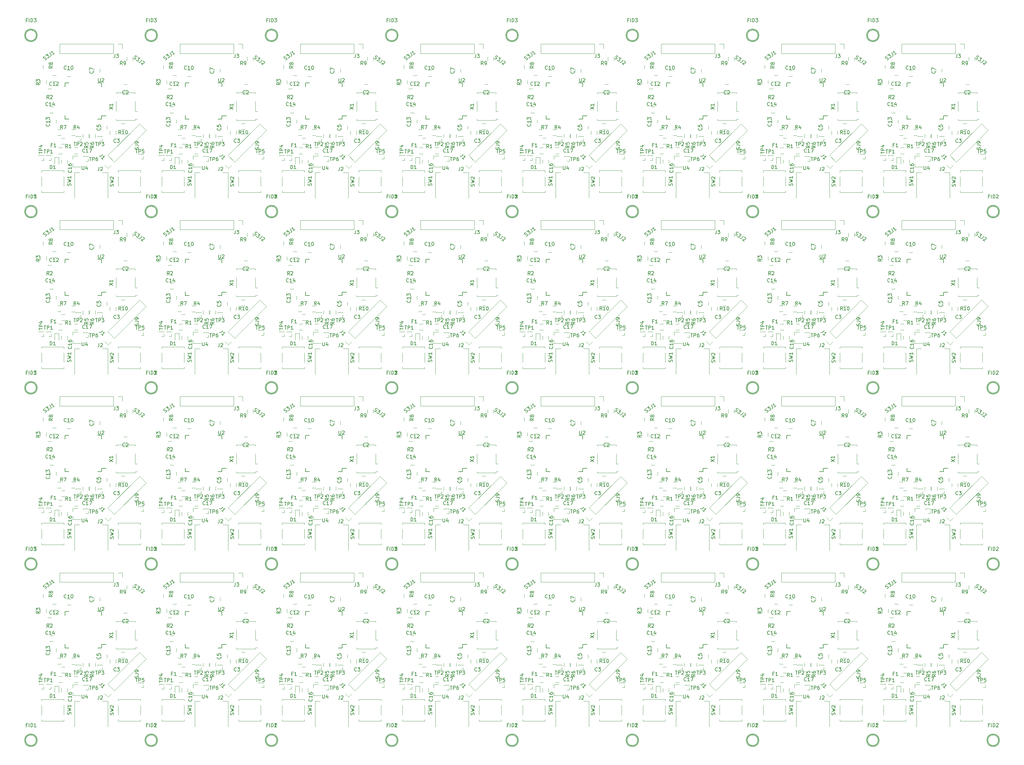
<source format=gbr>
G04 #@! TF.FileFunction,Legend,Top*
%FSLAX46Y46*%
G04 Gerber Fmt 4.6, Leading zero omitted, Abs format (unit mm)*
G04 Created by KiCad (PCBNEW 4.0.7-e2-6376~58~ubuntu16.04.1) date Mon Nov 20 20:39:29 2017*
%MOMM*%
%LPD*%
G01*
G04 APERTURE LIST*
%ADD10C,0.100000*%
%ADD11C,0.150000*%
%ADD12C,0.120000*%
G04 APERTURE END LIST*
D10*
D11*
X187584080Y-115722400D02*
G75*
G03X187584080Y-115722400I-1529080J0D01*
G01*
X187845700Y-115722400D02*
G75*
G03X187845700Y-115722400I-1790700J0D01*
G01*
X221874080Y-165963600D02*
G75*
G03X221874080Y-165963600I-1529080J0D01*
G01*
X222135700Y-165963600D02*
G75*
G03X222135700Y-165963600I-1790700J0D01*
G01*
X187584080Y-165963600D02*
G75*
G03X187584080Y-165963600I-1529080J0D01*
G01*
X187845700Y-165963600D02*
G75*
G03X187845700Y-165963600I-1790700J0D01*
G01*
D12*
X210342500Y-132338900D02*
X210342500Y-132028900D01*
X210342500Y-132028900D02*
X215742500Y-132028900D01*
X215742500Y-132028900D02*
X215742500Y-132338900D01*
X210342500Y-137418900D02*
X210342500Y-134538900D01*
X216342500Y-139618900D02*
X215742500Y-139618900D01*
X215742500Y-139618900D02*
X215742500Y-139928900D01*
X215742500Y-139928900D02*
X210342500Y-139928900D01*
X210342500Y-139928900D02*
X210342500Y-139618900D01*
X215742500Y-134538900D02*
X215742500Y-137418900D01*
X215742500Y-137418900D02*
X216342500Y-137418900D01*
X212818600Y-140882000D02*
X211818600Y-140882000D01*
X211818600Y-142582000D02*
X212818600Y-142582000D01*
X197995000Y-150083400D02*
X197995000Y-151013400D01*
X197995000Y-153243400D02*
X197995000Y-152313400D01*
X197995000Y-153243400D02*
X200155000Y-153243400D01*
X197995000Y-150083400D02*
X199455000Y-150083400D01*
D11*
X206152500Y-139629900D02*
X206152500Y-138679900D01*
X195802500Y-139629900D02*
X195802500Y-138579900D01*
X195802500Y-129279900D02*
X195802500Y-130329900D01*
X206152500Y-129279900D02*
X206152500Y-130329900D01*
X206152500Y-139629900D02*
X205102500Y-139629900D01*
X206152500Y-129279900D02*
X205102500Y-129279900D01*
X195802500Y-129279900D02*
X196852500Y-129279900D01*
X195802500Y-139629900D02*
X196852500Y-139629900D01*
X206152500Y-138679900D02*
X207427500Y-138679900D01*
D12*
X202371000Y-150216400D02*
X200981000Y-150216400D01*
X202371000Y-150216400D02*
X202371000Y-150341400D01*
X200981000Y-150216400D02*
X200981000Y-150341400D01*
X202371000Y-150216400D02*
X202284276Y-150216400D01*
X201067724Y-150216400D02*
X200981000Y-150216400D01*
X202371000Y-150901400D02*
X202371000Y-151586400D01*
X202371000Y-151586400D02*
X201676000Y-151586400D01*
X218119000Y-149581400D02*
X216729000Y-149581400D01*
X218119000Y-149581400D02*
X218119000Y-149706400D01*
X216729000Y-149581400D02*
X216729000Y-149706400D01*
X218119000Y-149581400D02*
X218032276Y-149581400D01*
X216815724Y-149581400D02*
X216729000Y-149581400D01*
X218119000Y-150266400D02*
X218119000Y-150951400D01*
X218119000Y-150951400D02*
X217424000Y-150951400D01*
X189671000Y-149962400D02*
X188281000Y-149962400D01*
X189671000Y-149962400D02*
X189671000Y-150087400D01*
X188281000Y-149962400D02*
X188281000Y-150087400D01*
X189671000Y-149962400D02*
X189584276Y-149962400D01*
X188367724Y-149962400D02*
X188281000Y-149962400D01*
X189671000Y-150647400D02*
X189671000Y-151332400D01*
X189671000Y-151332400D02*
X188976000Y-151332400D01*
X206384200Y-144501400D02*
X204994200Y-144501400D01*
X206384200Y-144501400D02*
X206384200Y-144626400D01*
X204994200Y-144501400D02*
X204994200Y-144626400D01*
X206384200Y-144501400D02*
X206297476Y-144501400D01*
X205080924Y-144501400D02*
X204994200Y-144501400D01*
X206384200Y-145186400D02*
X206384200Y-145871400D01*
X206384200Y-145871400D02*
X205689200Y-145871400D01*
X200237400Y-144501400D02*
X198847400Y-144501400D01*
X200237400Y-144501400D02*
X200237400Y-144626400D01*
X198847400Y-144501400D02*
X198847400Y-144626400D01*
X200237400Y-144501400D02*
X200150676Y-144501400D01*
X198934124Y-144501400D02*
X198847400Y-144501400D01*
X200237400Y-145186400D02*
X200237400Y-145871400D01*
X200237400Y-145871400D02*
X199542400Y-145871400D01*
X191830000Y-149962400D02*
X190440000Y-149962400D01*
X191830000Y-149962400D02*
X191830000Y-150087400D01*
X190440000Y-149962400D02*
X190440000Y-150087400D01*
X191830000Y-149962400D02*
X191743276Y-149962400D01*
X190526724Y-149962400D02*
X190440000Y-149962400D01*
X191830000Y-150647400D02*
X191830000Y-151332400D01*
X191830000Y-151332400D02*
X191135000Y-151332400D01*
X210972000Y-160028400D02*
X210972000Y-160478400D01*
X210972000Y-160478400D02*
X217272000Y-160478400D01*
X217272000Y-160478400D02*
X217272000Y-160078400D01*
X210972000Y-158728400D02*
X210972000Y-156028400D01*
X217272000Y-156028400D02*
X217272000Y-158728400D01*
X210972000Y-154278400D02*
X217272000Y-154278400D01*
X217272000Y-154278400D02*
X217272000Y-154728400D01*
X210972000Y-154728400D02*
X210972000Y-154278400D01*
X189128000Y-160028400D02*
X189128000Y-160478400D01*
X189128000Y-160478400D02*
X195428000Y-160478400D01*
X195428000Y-160478400D02*
X195428000Y-160078400D01*
X189128000Y-158728400D02*
X189128000Y-156028400D01*
X195428000Y-156028400D02*
X195428000Y-158728400D01*
X189128000Y-154278400D02*
X195428000Y-154278400D01*
X195428000Y-154278400D02*
X195428000Y-154728400D01*
X189128000Y-154728400D02*
X189128000Y-154278400D01*
X215048200Y-122902600D02*
X215048200Y-121902600D01*
X213348200Y-121902600D02*
X213348200Y-122902600D01*
X191172200Y-125214000D02*
X191172200Y-124214000D01*
X189472200Y-124214000D02*
X189472200Y-125214000D01*
X194683000Y-142558400D02*
X193683000Y-142558400D01*
X193683000Y-144258400D02*
X194683000Y-144258400D01*
X204405600Y-144949800D02*
X204405600Y-143949800D01*
X202705600Y-143949800D02*
X202705600Y-144949800D01*
X200876800Y-143949800D02*
X200876800Y-144949800D01*
X202576800Y-144949800D02*
X202576800Y-143949800D01*
X198620000Y-142583800D02*
X197620000Y-142583800D01*
X197620000Y-144283800D02*
X198620000Y-144283800D01*
X188761000Y-128557400D02*
X188761000Y-129557400D01*
X190461000Y-129557400D02*
X190461000Y-128557400D01*
X190889000Y-132701400D02*
X191889000Y-132701400D01*
X191889000Y-131001400D02*
X190889000Y-131001400D01*
X195724400Y-145047600D02*
X194724400Y-145047600D01*
X194724400Y-146747600D02*
X195724400Y-146747600D01*
X194250000Y-118202400D02*
X194250000Y-120862400D01*
X209550000Y-118202400D02*
X194250000Y-118202400D01*
X209550000Y-120862400D02*
X194250000Y-120862400D01*
X209550000Y-118202400D02*
X209550000Y-120862400D01*
X210820000Y-118202400D02*
X212150000Y-118202400D01*
X212150000Y-118202400D02*
X212150000Y-119532400D01*
X206450000Y-154802400D02*
X207950000Y-154802400D01*
X207950000Y-154802400D02*
X207950000Y-162062400D01*
X198450000Y-154802400D02*
X198450000Y-162062400D01*
X198450000Y-154802400D02*
X199950000Y-154802400D01*
X218887160Y-142810144D02*
X217006256Y-140929240D01*
X209864478Y-151832826D02*
X218887160Y-142810144D01*
X207983574Y-149951922D02*
X217006256Y-140929240D01*
X209864478Y-151832826D02*
X207983574Y-149951922D01*
X208966452Y-152730852D02*
X208026000Y-153671304D01*
X208026000Y-153671304D02*
X207085548Y-152730852D01*
X194937000Y-147765400D02*
X193937000Y-147765400D01*
X193937000Y-149465400D02*
X194937000Y-149465400D01*
X194021000Y-150513400D02*
X192821000Y-150513400D01*
X194021000Y-152363400D02*
X194021000Y-150513400D01*
X192821000Y-152363400D02*
X192821000Y-150513400D01*
X198382000Y-149465400D02*
X199382000Y-149465400D01*
X199382000Y-147765400D02*
X198382000Y-147765400D01*
X196430000Y-152163400D02*
X196430000Y-151163400D01*
X194730000Y-151163400D02*
X194730000Y-152163400D01*
X191397000Y-137781400D02*
X192397000Y-137781400D01*
X192397000Y-136081400D02*
X191397000Y-136081400D01*
X193255000Y-140733400D02*
X193255000Y-139733400D01*
X191555000Y-139733400D02*
X191555000Y-140733400D01*
X193222500Y-127127900D02*
X192222500Y-127127900D01*
X192222500Y-128827900D02*
X193222500Y-128827900D01*
X196350000Y-127367400D02*
X197350000Y-127367400D01*
X197350000Y-125667400D02*
X196350000Y-125667400D01*
X204001000Y-125255400D02*
X204001000Y-126255400D01*
X205701000Y-126255400D02*
X205701000Y-125255400D01*
X206033000Y-141511400D02*
X206033000Y-142511400D01*
X207733000Y-142511400D02*
X207733000Y-141511400D01*
X210247600Y-143959200D02*
X210247600Y-142959200D01*
X208547600Y-142959200D02*
X208547600Y-143959200D01*
X212504400Y-131406000D02*
X213504400Y-131406000D01*
X213504400Y-129706000D02*
X212504400Y-129706000D01*
D11*
X153294080Y-115722400D02*
G75*
G03X153294080Y-115722400I-1529080J0D01*
G01*
X153555700Y-115722400D02*
G75*
G03X153555700Y-115722400I-1790700J0D01*
G01*
X187584080Y-165963600D02*
G75*
G03X187584080Y-165963600I-1529080J0D01*
G01*
X187845700Y-165963600D02*
G75*
G03X187845700Y-165963600I-1790700J0D01*
G01*
X153294080Y-165963600D02*
G75*
G03X153294080Y-165963600I-1529080J0D01*
G01*
X153555700Y-165963600D02*
G75*
G03X153555700Y-165963600I-1790700J0D01*
G01*
D12*
X176052500Y-132338900D02*
X176052500Y-132028900D01*
X176052500Y-132028900D02*
X181452500Y-132028900D01*
X181452500Y-132028900D02*
X181452500Y-132338900D01*
X176052500Y-137418900D02*
X176052500Y-134538900D01*
X182052500Y-139618900D02*
X181452500Y-139618900D01*
X181452500Y-139618900D02*
X181452500Y-139928900D01*
X181452500Y-139928900D02*
X176052500Y-139928900D01*
X176052500Y-139928900D02*
X176052500Y-139618900D01*
X181452500Y-134538900D02*
X181452500Y-137418900D01*
X181452500Y-137418900D02*
X182052500Y-137418900D01*
X178528600Y-140882000D02*
X177528600Y-140882000D01*
X177528600Y-142582000D02*
X178528600Y-142582000D01*
X163705000Y-150083400D02*
X163705000Y-151013400D01*
X163705000Y-153243400D02*
X163705000Y-152313400D01*
X163705000Y-153243400D02*
X165865000Y-153243400D01*
X163705000Y-150083400D02*
X165165000Y-150083400D01*
D11*
X171862500Y-139629900D02*
X171862500Y-138679900D01*
X161512500Y-139629900D02*
X161512500Y-138579900D01*
X161512500Y-129279900D02*
X161512500Y-130329900D01*
X171862500Y-129279900D02*
X171862500Y-130329900D01*
X171862500Y-139629900D02*
X170812500Y-139629900D01*
X171862500Y-129279900D02*
X170812500Y-129279900D01*
X161512500Y-129279900D02*
X162562500Y-129279900D01*
X161512500Y-139629900D02*
X162562500Y-139629900D01*
X171862500Y-138679900D02*
X173137500Y-138679900D01*
D12*
X168081000Y-150216400D02*
X166691000Y-150216400D01*
X168081000Y-150216400D02*
X168081000Y-150341400D01*
X166691000Y-150216400D02*
X166691000Y-150341400D01*
X168081000Y-150216400D02*
X167994276Y-150216400D01*
X166777724Y-150216400D02*
X166691000Y-150216400D01*
X168081000Y-150901400D02*
X168081000Y-151586400D01*
X168081000Y-151586400D02*
X167386000Y-151586400D01*
X183829000Y-149581400D02*
X182439000Y-149581400D01*
X183829000Y-149581400D02*
X183829000Y-149706400D01*
X182439000Y-149581400D02*
X182439000Y-149706400D01*
X183829000Y-149581400D02*
X183742276Y-149581400D01*
X182525724Y-149581400D02*
X182439000Y-149581400D01*
X183829000Y-150266400D02*
X183829000Y-150951400D01*
X183829000Y-150951400D02*
X183134000Y-150951400D01*
X155381000Y-149962400D02*
X153991000Y-149962400D01*
X155381000Y-149962400D02*
X155381000Y-150087400D01*
X153991000Y-149962400D02*
X153991000Y-150087400D01*
X155381000Y-149962400D02*
X155294276Y-149962400D01*
X154077724Y-149962400D02*
X153991000Y-149962400D01*
X155381000Y-150647400D02*
X155381000Y-151332400D01*
X155381000Y-151332400D02*
X154686000Y-151332400D01*
X172094200Y-144501400D02*
X170704200Y-144501400D01*
X172094200Y-144501400D02*
X172094200Y-144626400D01*
X170704200Y-144501400D02*
X170704200Y-144626400D01*
X172094200Y-144501400D02*
X172007476Y-144501400D01*
X170790924Y-144501400D02*
X170704200Y-144501400D01*
X172094200Y-145186400D02*
X172094200Y-145871400D01*
X172094200Y-145871400D02*
X171399200Y-145871400D01*
X165947400Y-144501400D02*
X164557400Y-144501400D01*
X165947400Y-144501400D02*
X165947400Y-144626400D01*
X164557400Y-144501400D02*
X164557400Y-144626400D01*
X165947400Y-144501400D02*
X165860676Y-144501400D01*
X164644124Y-144501400D02*
X164557400Y-144501400D01*
X165947400Y-145186400D02*
X165947400Y-145871400D01*
X165947400Y-145871400D02*
X165252400Y-145871400D01*
X157540000Y-149962400D02*
X156150000Y-149962400D01*
X157540000Y-149962400D02*
X157540000Y-150087400D01*
X156150000Y-149962400D02*
X156150000Y-150087400D01*
X157540000Y-149962400D02*
X157453276Y-149962400D01*
X156236724Y-149962400D02*
X156150000Y-149962400D01*
X157540000Y-150647400D02*
X157540000Y-151332400D01*
X157540000Y-151332400D02*
X156845000Y-151332400D01*
X176682000Y-160028400D02*
X176682000Y-160478400D01*
X176682000Y-160478400D02*
X182982000Y-160478400D01*
X182982000Y-160478400D02*
X182982000Y-160078400D01*
X176682000Y-158728400D02*
X176682000Y-156028400D01*
X182982000Y-156028400D02*
X182982000Y-158728400D01*
X176682000Y-154278400D02*
X182982000Y-154278400D01*
X182982000Y-154278400D02*
X182982000Y-154728400D01*
X176682000Y-154728400D02*
X176682000Y-154278400D01*
X154838000Y-160028400D02*
X154838000Y-160478400D01*
X154838000Y-160478400D02*
X161138000Y-160478400D01*
X161138000Y-160478400D02*
X161138000Y-160078400D01*
X154838000Y-158728400D02*
X154838000Y-156028400D01*
X161138000Y-156028400D02*
X161138000Y-158728400D01*
X154838000Y-154278400D02*
X161138000Y-154278400D01*
X161138000Y-154278400D02*
X161138000Y-154728400D01*
X154838000Y-154728400D02*
X154838000Y-154278400D01*
X180758200Y-122902600D02*
X180758200Y-121902600D01*
X179058200Y-121902600D02*
X179058200Y-122902600D01*
X156882200Y-125214000D02*
X156882200Y-124214000D01*
X155182200Y-124214000D02*
X155182200Y-125214000D01*
X160393000Y-142558400D02*
X159393000Y-142558400D01*
X159393000Y-144258400D02*
X160393000Y-144258400D01*
X170115600Y-144949800D02*
X170115600Y-143949800D01*
X168415600Y-143949800D02*
X168415600Y-144949800D01*
X166586800Y-143949800D02*
X166586800Y-144949800D01*
X168286800Y-144949800D02*
X168286800Y-143949800D01*
X164330000Y-142583800D02*
X163330000Y-142583800D01*
X163330000Y-144283800D02*
X164330000Y-144283800D01*
X154471000Y-128557400D02*
X154471000Y-129557400D01*
X156171000Y-129557400D02*
X156171000Y-128557400D01*
X156599000Y-132701400D02*
X157599000Y-132701400D01*
X157599000Y-131001400D02*
X156599000Y-131001400D01*
X161434400Y-145047600D02*
X160434400Y-145047600D01*
X160434400Y-146747600D02*
X161434400Y-146747600D01*
X159960000Y-118202400D02*
X159960000Y-120862400D01*
X175260000Y-118202400D02*
X159960000Y-118202400D01*
X175260000Y-120862400D02*
X159960000Y-120862400D01*
X175260000Y-118202400D02*
X175260000Y-120862400D01*
X176530000Y-118202400D02*
X177860000Y-118202400D01*
X177860000Y-118202400D02*
X177860000Y-119532400D01*
X172160000Y-154802400D02*
X173660000Y-154802400D01*
X173660000Y-154802400D02*
X173660000Y-162062400D01*
X164160000Y-154802400D02*
X164160000Y-162062400D01*
X164160000Y-154802400D02*
X165660000Y-154802400D01*
X184597160Y-142810144D02*
X182716256Y-140929240D01*
X175574478Y-151832826D02*
X184597160Y-142810144D01*
X173693574Y-149951922D02*
X182716256Y-140929240D01*
X175574478Y-151832826D02*
X173693574Y-149951922D01*
X174676452Y-152730852D02*
X173736000Y-153671304D01*
X173736000Y-153671304D02*
X172795548Y-152730852D01*
X160647000Y-147765400D02*
X159647000Y-147765400D01*
X159647000Y-149465400D02*
X160647000Y-149465400D01*
X159731000Y-150513400D02*
X158531000Y-150513400D01*
X159731000Y-152363400D02*
X159731000Y-150513400D01*
X158531000Y-152363400D02*
X158531000Y-150513400D01*
X164092000Y-149465400D02*
X165092000Y-149465400D01*
X165092000Y-147765400D02*
X164092000Y-147765400D01*
X162140000Y-152163400D02*
X162140000Y-151163400D01*
X160440000Y-151163400D02*
X160440000Y-152163400D01*
X157107000Y-137781400D02*
X158107000Y-137781400D01*
X158107000Y-136081400D02*
X157107000Y-136081400D01*
X158965000Y-140733400D02*
X158965000Y-139733400D01*
X157265000Y-139733400D02*
X157265000Y-140733400D01*
X158932500Y-127127900D02*
X157932500Y-127127900D01*
X157932500Y-128827900D02*
X158932500Y-128827900D01*
X162060000Y-127367400D02*
X163060000Y-127367400D01*
X163060000Y-125667400D02*
X162060000Y-125667400D01*
X169711000Y-125255400D02*
X169711000Y-126255400D01*
X171411000Y-126255400D02*
X171411000Y-125255400D01*
X171743000Y-141511400D02*
X171743000Y-142511400D01*
X173443000Y-142511400D02*
X173443000Y-141511400D01*
X175957600Y-143959200D02*
X175957600Y-142959200D01*
X174257600Y-142959200D02*
X174257600Y-143959200D01*
X178214400Y-131406000D02*
X179214400Y-131406000D01*
X179214400Y-129706000D02*
X178214400Y-129706000D01*
X246794400Y-131406000D02*
X247794400Y-131406000D01*
X247794400Y-129706000D02*
X246794400Y-129706000D01*
X244537600Y-143959200D02*
X244537600Y-142959200D01*
X242837600Y-142959200D02*
X242837600Y-143959200D01*
X240323000Y-141511400D02*
X240323000Y-142511400D01*
X242023000Y-142511400D02*
X242023000Y-141511400D01*
X238291000Y-125255400D02*
X238291000Y-126255400D01*
X239991000Y-126255400D02*
X239991000Y-125255400D01*
X230640000Y-127367400D02*
X231640000Y-127367400D01*
X231640000Y-125667400D02*
X230640000Y-125667400D01*
X227512500Y-127127900D02*
X226512500Y-127127900D01*
X226512500Y-128827900D02*
X227512500Y-128827900D01*
X227545000Y-140733400D02*
X227545000Y-139733400D01*
X225845000Y-139733400D02*
X225845000Y-140733400D01*
X225687000Y-137781400D02*
X226687000Y-137781400D01*
X226687000Y-136081400D02*
X225687000Y-136081400D01*
X230720000Y-152163400D02*
X230720000Y-151163400D01*
X229020000Y-151163400D02*
X229020000Y-152163400D01*
X232672000Y-149465400D02*
X233672000Y-149465400D01*
X233672000Y-147765400D02*
X232672000Y-147765400D01*
X228311000Y-150513400D02*
X227111000Y-150513400D01*
X228311000Y-152363400D02*
X228311000Y-150513400D01*
X227111000Y-152363400D02*
X227111000Y-150513400D01*
X229227000Y-147765400D02*
X228227000Y-147765400D01*
X228227000Y-149465400D02*
X229227000Y-149465400D01*
X253177160Y-142810144D02*
X251296256Y-140929240D01*
X244154478Y-151832826D02*
X253177160Y-142810144D01*
X242273574Y-149951922D02*
X251296256Y-140929240D01*
X244154478Y-151832826D02*
X242273574Y-149951922D01*
X243256452Y-152730852D02*
X242316000Y-153671304D01*
X242316000Y-153671304D02*
X241375548Y-152730852D01*
X240740000Y-154802400D02*
X242240000Y-154802400D01*
X242240000Y-154802400D02*
X242240000Y-162062400D01*
X232740000Y-154802400D02*
X232740000Y-162062400D01*
X232740000Y-154802400D02*
X234240000Y-154802400D01*
X228540000Y-118202400D02*
X228540000Y-120862400D01*
X243840000Y-118202400D02*
X228540000Y-118202400D01*
X243840000Y-120862400D02*
X228540000Y-120862400D01*
X243840000Y-118202400D02*
X243840000Y-120862400D01*
X245110000Y-118202400D02*
X246440000Y-118202400D01*
X246440000Y-118202400D02*
X246440000Y-119532400D01*
X230014400Y-145047600D02*
X229014400Y-145047600D01*
X229014400Y-146747600D02*
X230014400Y-146747600D01*
X225179000Y-132701400D02*
X226179000Y-132701400D01*
X226179000Y-131001400D02*
X225179000Y-131001400D01*
X223051000Y-128557400D02*
X223051000Y-129557400D01*
X224751000Y-129557400D02*
X224751000Y-128557400D01*
X232910000Y-142583800D02*
X231910000Y-142583800D01*
X231910000Y-144283800D02*
X232910000Y-144283800D01*
X235166800Y-143949800D02*
X235166800Y-144949800D01*
X236866800Y-144949800D02*
X236866800Y-143949800D01*
X238695600Y-144949800D02*
X238695600Y-143949800D01*
X236995600Y-143949800D02*
X236995600Y-144949800D01*
X228973000Y-142558400D02*
X227973000Y-142558400D01*
X227973000Y-144258400D02*
X228973000Y-144258400D01*
X225462200Y-125214000D02*
X225462200Y-124214000D01*
X223762200Y-124214000D02*
X223762200Y-125214000D01*
X249338200Y-122902600D02*
X249338200Y-121902600D01*
X247638200Y-121902600D02*
X247638200Y-122902600D01*
X223418000Y-160028400D02*
X223418000Y-160478400D01*
X223418000Y-160478400D02*
X229718000Y-160478400D01*
X229718000Y-160478400D02*
X229718000Y-160078400D01*
X223418000Y-158728400D02*
X223418000Y-156028400D01*
X229718000Y-156028400D02*
X229718000Y-158728400D01*
X223418000Y-154278400D02*
X229718000Y-154278400D01*
X229718000Y-154278400D02*
X229718000Y-154728400D01*
X223418000Y-154728400D02*
X223418000Y-154278400D01*
X245262000Y-160028400D02*
X245262000Y-160478400D01*
X245262000Y-160478400D02*
X251562000Y-160478400D01*
X251562000Y-160478400D02*
X251562000Y-160078400D01*
X245262000Y-158728400D02*
X245262000Y-156028400D01*
X251562000Y-156028400D02*
X251562000Y-158728400D01*
X245262000Y-154278400D02*
X251562000Y-154278400D01*
X251562000Y-154278400D02*
X251562000Y-154728400D01*
X245262000Y-154728400D02*
X245262000Y-154278400D01*
X226120000Y-149962400D02*
X224730000Y-149962400D01*
X226120000Y-149962400D02*
X226120000Y-150087400D01*
X224730000Y-149962400D02*
X224730000Y-150087400D01*
X226120000Y-149962400D02*
X226033276Y-149962400D01*
X224816724Y-149962400D02*
X224730000Y-149962400D01*
X226120000Y-150647400D02*
X226120000Y-151332400D01*
X226120000Y-151332400D02*
X225425000Y-151332400D01*
X234527400Y-144501400D02*
X233137400Y-144501400D01*
X234527400Y-144501400D02*
X234527400Y-144626400D01*
X233137400Y-144501400D02*
X233137400Y-144626400D01*
X234527400Y-144501400D02*
X234440676Y-144501400D01*
X233224124Y-144501400D02*
X233137400Y-144501400D01*
X234527400Y-145186400D02*
X234527400Y-145871400D01*
X234527400Y-145871400D02*
X233832400Y-145871400D01*
X240674200Y-144501400D02*
X239284200Y-144501400D01*
X240674200Y-144501400D02*
X240674200Y-144626400D01*
X239284200Y-144501400D02*
X239284200Y-144626400D01*
X240674200Y-144501400D02*
X240587476Y-144501400D01*
X239370924Y-144501400D02*
X239284200Y-144501400D01*
X240674200Y-145186400D02*
X240674200Y-145871400D01*
X240674200Y-145871400D02*
X239979200Y-145871400D01*
X223961000Y-149962400D02*
X222571000Y-149962400D01*
X223961000Y-149962400D02*
X223961000Y-150087400D01*
X222571000Y-149962400D02*
X222571000Y-150087400D01*
X223961000Y-149962400D02*
X223874276Y-149962400D01*
X222657724Y-149962400D02*
X222571000Y-149962400D01*
X223961000Y-150647400D02*
X223961000Y-151332400D01*
X223961000Y-151332400D02*
X223266000Y-151332400D01*
X252409000Y-149581400D02*
X251019000Y-149581400D01*
X252409000Y-149581400D02*
X252409000Y-149706400D01*
X251019000Y-149581400D02*
X251019000Y-149706400D01*
X252409000Y-149581400D02*
X252322276Y-149581400D01*
X251105724Y-149581400D02*
X251019000Y-149581400D01*
X252409000Y-150266400D02*
X252409000Y-150951400D01*
X252409000Y-150951400D02*
X251714000Y-150951400D01*
X236661000Y-150216400D02*
X235271000Y-150216400D01*
X236661000Y-150216400D02*
X236661000Y-150341400D01*
X235271000Y-150216400D02*
X235271000Y-150341400D01*
X236661000Y-150216400D02*
X236574276Y-150216400D01*
X235357724Y-150216400D02*
X235271000Y-150216400D01*
X236661000Y-150901400D02*
X236661000Y-151586400D01*
X236661000Y-151586400D02*
X235966000Y-151586400D01*
D11*
X240442500Y-139629900D02*
X240442500Y-138679900D01*
X230092500Y-139629900D02*
X230092500Y-138579900D01*
X230092500Y-129279900D02*
X230092500Y-130329900D01*
X240442500Y-129279900D02*
X240442500Y-130329900D01*
X240442500Y-139629900D02*
X239392500Y-139629900D01*
X240442500Y-129279900D02*
X239392500Y-129279900D01*
X230092500Y-129279900D02*
X231142500Y-129279900D01*
X230092500Y-139629900D02*
X231142500Y-139629900D01*
X240442500Y-138679900D02*
X241717500Y-138679900D01*
D12*
X232285000Y-150083400D02*
X232285000Y-151013400D01*
X232285000Y-153243400D02*
X232285000Y-152313400D01*
X232285000Y-153243400D02*
X234445000Y-153243400D01*
X232285000Y-150083400D02*
X233745000Y-150083400D01*
X247108600Y-140882000D02*
X246108600Y-140882000D01*
X246108600Y-142582000D02*
X247108600Y-142582000D01*
X244632500Y-132338900D02*
X244632500Y-132028900D01*
X244632500Y-132028900D02*
X250032500Y-132028900D01*
X250032500Y-132028900D02*
X250032500Y-132338900D01*
X244632500Y-137418900D02*
X244632500Y-134538900D01*
X250632500Y-139618900D02*
X250032500Y-139618900D01*
X250032500Y-139618900D02*
X250032500Y-139928900D01*
X250032500Y-139928900D02*
X244632500Y-139928900D01*
X244632500Y-139928900D02*
X244632500Y-139618900D01*
X250032500Y-134538900D02*
X250032500Y-137418900D01*
X250032500Y-137418900D02*
X250632500Y-137418900D01*
D11*
X221874080Y-165963600D02*
G75*
G03X221874080Y-165963600I-1529080J0D01*
G01*
X222135700Y-165963600D02*
G75*
G03X222135700Y-165963600I-1790700J0D01*
G01*
X256164080Y-165963600D02*
G75*
G03X256164080Y-165963600I-1529080J0D01*
G01*
X256425700Y-165963600D02*
G75*
G03X256425700Y-165963600I-1790700J0D01*
G01*
X221874080Y-115722400D02*
G75*
G03X221874080Y-115722400I-1529080J0D01*
G01*
X222135700Y-115722400D02*
G75*
G03X222135700Y-115722400I-1790700J0D01*
G01*
D12*
X281084400Y-131406000D02*
X282084400Y-131406000D01*
X282084400Y-129706000D02*
X281084400Y-129706000D01*
X278827600Y-143959200D02*
X278827600Y-142959200D01*
X277127600Y-142959200D02*
X277127600Y-143959200D01*
X274613000Y-141511400D02*
X274613000Y-142511400D01*
X276313000Y-142511400D02*
X276313000Y-141511400D01*
X272581000Y-125255400D02*
X272581000Y-126255400D01*
X274281000Y-126255400D02*
X274281000Y-125255400D01*
X264930000Y-127367400D02*
X265930000Y-127367400D01*
X265930000Y-125667400D02*
X264930000Y-125667400D01*
X261802500Y-127127900D02*
X260802500Y-127127900D01*
X260802500Y-128827900D02*
X261802500Y-128827900D01*
X261835000Y-140733400D02*
X261835000Y-139733400D01*
X260135000Y-139733400D02*
X260135000Y-140733400D01*
X259977000Y-137781400D02*
X260977000Y-137781400D01*
X260977000Y-136081400D02*
X259977000Y-136081400D01*
X265010000Y-152163400D02*
X265010000Y-151163400D01*
X263310000Y-151163400D02*
X263310000Y-152163400D01*
X266962000Y-149465400D02*
X267962000Y-149465400D01*
X267962000Y-147765400D02*
X266962000Y-147765400D01*
X262601000Y-150513400D02*
X261401000Y-150513400D01*
X262601000Y-152363400D02*
X262601000Y-150513400D01*
X261401000Y-152363400D02*
X261401000Y-150513400D01*
X263517000Y-147765400D02*
X262517000Y-147765400D01*
X262517000Y-149465400D02*
X263517000Y-149465400D01*
X287467160Y-142810144D02*
X285586256Y-140929240D01*
X278444478Y-151832826D02*
X287467160Y-142810144D01*
X276563574Y-149951922D02*
X285586256Y-140929240D01*
X278444478Y-151832826D02*
X276563574Y-149951922D01*
X277546452Y-152730852D02*
X276606000Y-153671304D01*
X276606000Y-153671304D02*
X275665548Y-152730852D01*
X275030000Y-154802400D02*
X276530000Y-154802400D01*
X276530000Y-154802400D02*
X276530000Y-162062400D01*
X267030000Y-154802400D02*
X267030000Y-162062400D01*
X267030000Y-154802400D02*
X268530000Y-154802400D01*
X262830000Y-118202400D02*
X262830000Y-120862400D01*
X278130000Y-118202400D02*
X262830000Y-118202400D01*
X278130000Y-120862400D02*
X262830000Y-120862400D01*
X278130000Y-118202400D02*
X278130000Y-120862400D01*
X279400000Y-118202400D02*
X280730000Y-118202400D01*
X280730000Y-118202400D02*
X280730000Y-119532400D01*
X264304400Y-145047600D02*
X263304400Y-145047600D01*
X263304400Y-146747600D02*
X264304400Y-146747600D01*
X259469000Y-132701400D02*
X260469000Y-132701400D01*
X260469000Y-131001400D02*
X259469000Y-131001400D01*
X257341000Y-128557400D02*
X257341000Y-129557400D01*
X259041000Y-129557400D02*
X259041000Y-128557400D01*
X267200000Y-142583800D02*
X266200000Y-142583800D01*
X266200000Y-144283800D02*
X267200000Y-144283800D01*
X269456800Y-143949800D02*
X269456800Y-144949800D01*
X271156800Y-144949800D02*
X271156800Y-143949800D01*
X272985600Y-144949800D02*
X272985600Y-143949800D01*
X271285600Y-143949800D02*
X271285600Y-144949800D01*
X263263000Y-142558400D02*
X262263000Y-142558400D01*
X262263000Y-144258400D02*
X263263000Y-144258400D01*
X259752200Y-125214000D02*
X259752200Y-124214000D01*
X258052200Y-124214000D02*
X258052200Y-125214000D01*
X283628200Y-122902600D02*
X283628200Y-121902600D01*
X281928200Y-121902600D02*
X281928200Y-122902600D01*
X257708000Y-160028400D02*
X257708000Y-160478400D01*
X257708000Y-160478400D02*
X264008000Y-160478400D01*
X264008000Y-160478400D02*
X264008000Y-160078400D01*
X257708000Y-158728400D02*
X257708000Y-156028400D01*
X264008000Y-156028400D02*
X264008000Y-158728400D01*
X257708000Y-154278400D02*
X264008000Y-154278400D01*
X264008000Y-154278400D02*
X264008000Y-154728400D01*
X257708000Y-154728400D02*
X257708000Y-154278400D01*
X279552000Y-160028400D02*
X279552000Y-160478400D01*
X279552000Y-160478400D02*
X285852000Y-160478400D01*
X285852000Y-160478400D02*
X285852000Y-160078400D01*
X279552000Y-158728400D02*
X279552000Y-156028400D01*
X285852000Y-156028400D02*
X285852000Y-158728400D01*
X279552000Y-154278400D02*
X285852000Y-154278400D01*
X285852000Y-154278400D02*
X285852000Y-154728400D01*
X279552000Y-154728400D02*
X279552000Y-154278400D01*
X260410000Y-149962400D02*
X259020000Y-149962400D01*
X260410000Y-149962400D02*
X260410000Y-150087400D01*
X259020000Y-149962400D02*
X259020000Y-150087400D01*
X260410000Y-149962400D02*
X260323276Y-149962400D01*
X259106724Y-149962400D02*
X259020000Y-149962400D01*
X260410000Y-150647400D02*
X260410000Y-151332400D01*
X260410000Y-151332400D02*
X259715000Y-151332400D01*
X268817400Y-144501400D02*
X267427400Y-144501400D01*
X268817400Y-144501400D02*
X268817400Y-144626400D01*
X267427400Y-144501400D02*
X267427400Y-144626400D01*
X268817400Y-144501400D02*
X268730676Y-144501400D01*
X267514124Y-144501400D02*
X267427400Y-144501400D01*
X268817400Y-145186400D02*
X268817400Y-145871400D01*
X268817400Y-145871400D02*
X268122400Y-145871400D01*
X274964200Y-144501400D02*
X273574200Y-144501400D01*
X274964200Y-144501400D02*
X274964200Y-144626400D01*
X273574200Y-144501400D02*
X273574200Y-144626400D01*
X274964200Y-144501400D02*
X274877476Y-144501400D01*
X273660924Y-144501400D02*
X273574200Y-144501400D01*
X274964200Y-145186400D02*
X274964200Y-145871400D01*
X274964200Y-145871400D02*
X274269200Y-145871400D01*
X258251000Y-149962400D02*
X256861000Y-149962400D01*
X258251000Y-149962400D02*
X258251000Y-150087400D01*
X256861000Y-149962400D02*
X256861000Y-150087400D01*
X258251000Y-149962400D02*
X258164276Y-149962400D01*
X256947724Y-149962400D02*
X256861000Y-149962400D01*
X258251000Y-150647400D02*
X258251000Y-151332400D01*
X258251000Y-151332400D02*
X257556000Y-151332400D01*
X286699000Y-149581400D02*
X285309000Y-149581400D01*
X286699000Y-149581400D02*
X286699000Y-149706400D01*
X285309000Y-149581400D02*
X285309000Y-149706400D01*
X286699000Y-149581400D02*
X286612276Y-149581400D01*
X285395724Y-149581400D02*
X285309000Y-149581400D01*
X286699000Y-150266400D02*
X286699000Y-150951400D01*
X286699000Y-150951400D02*
X286004000Y-150951400D01*
X270951000Y-150216400D02*
X269561000Y-150216400D01*
X270951000Y-150216400D02*
X270951000Y-150341400D01*
X269561000Y-150216400D02*
X269561000Y-150341400D01*
X270951000Y-150216400D02*
X270864276Y-150216400D01*
X269647724Y-150216400D02*
X269561000Y-150216400D01*
X270951000Y-150901400D02*
X270951000Y-151586400D01*
X270951000Y-151586400D02*
X270256000Y-151586400D01*
D11*
X274732500Y-139629900D02*
X274732500Y-138679900D01*
X264382500Y-139629900D02*
X264382500Y-138579900D01*
X264382500Y-129279900D02*
X264382500Y-130329900D01*
X274732500Y-129279900D02*
X274732500Y-130329900D01*
X274732500Y-139629900D02*
X273682500Y-139629900D01*
X274732500Y-129279900D02*
X273682500Y-129279900D01*
X264382500Y-129279900D02*
X265432500Y-129279900D01*
X264382500Y-139629900D02*
X265432500Y-139629900D01*
X274732500Y-138679900D02*
X276007500Y-138679900D01*
D12*
X266575000Y-150083400D02*
X266575000Y-151013400D01*
X266575000Y-153243400D02*
X266575000Y-152313400D01*
X266575000Y-153243400D02*
X268735000Y-153243400D01*
X266575000Y-150083400D02*
X268035000Y-150083400D01*
X281398600Y-140882000D02*
X280398600Y-140882000D01*
X280398600Y-142582000D02*
X281398600Y-142582000D01*
X278922500Y-132338900D02*
X278922500Y-132028900D01*
X278922500Y-132028900D02*
X284322500Y-132028900D01*
X284322500Y-132028900D02*
X284322500Y-132338900D01*
X278922500Y-137418900D02*
X278922500Y-134538900D01*
X284922500Y-139618900D02*
X284322500Y-139618900D01*
X284322500Y-139618900D02*
X284322500Y-139928900D01*
X284322500Y-139928900D02*
X278922500Y-139928900D01*
X278922500Y-139928900D02*
X278922500Y-139618900D01*
X284322500Y-134538900D02*
X284322500Y-137418900D01*
X284322500Y-137418900D02*
X284922500Y-137418900D01*
D11*
X256164080Y-165963600D02*
G75*
G03X256164080Y-165963600I-1529080J0D01*
G01*
X256425700Y-165963600D02*
G75*
G03X256425700Y-165963600I-1790700J0D01*
G01*
X290454080Y-165963600D02*
G75*
G03X290454080Y-165963600I-1529080J0D01*
G01*
X290715700Y-165963600D02*
G75*
G03X290715700Y-165963600I-1790700J0D01*
G01*
X256164080Y-115722400D02*
G75*
G03X256164080Y-115722400I-1529080J0D01*
G01*
X256425700Y-115722400D02*
G75*
G03X256425700Y-115722400I-1790700J0D01*
G01*
X119004080Y-115722400D02*
G75*
G03X119004080Y-115722400I-1529080J0D01*
G01*
X119265700Y-115722400D02*
G75*
G03X119265700Y-115722400I-1790700J0D01*
G01*
X153294080Y-165963600D02*
G75*
G03X153294080Y-165963600I-1529080J0D01*
G01*
X153555700Y-165963600D02*
G75*
G03X153555700Y-165963600I-1790700J0D01*
G01*
X119004080Y-165963600D02*
G75*
G03X119004080Y-165963600I-1529080J0D01*
G01*
X119265700Y-165963600D02*
G75*
G03X119265700Y-165963600I-1790700J0D01*
G01*
D12*
X141762500Y-132338900D02*
X141762500Y-132028900D01*
X141762500Y-132028900D02*
X147162500Y-132028900D01*
X147162500Y-132028900D02*
X147162500Y-132338900D01*
X141762500Y-137418900D02*
X141762500Y-134538900D01*
X147762500Y-139618900D02*
X147162500Y-139618900D01*
X147162500Y-139618900D02*
X147162500Y-139928900D01*
X147162500Y-139928900D02*
X141762500Y-139928900D01*
X141762500Y-139928900D02*
X141762500Y-139618900D01*
X147162500Y-134538900D02*
X147162500Y-137418900D01*
X147162500Y-137418900D02*
X147762500Y-137418900D01*
X144238600Y-140882000D02*
X143238600Y-140882000D01*
X143238600Y-142582000D02*
X144238600Y-142582000D01*
X129415000Y-150083400D02*
X129415000Y-151013400D01*
X129415000Y-153243400D02*
X129415000Y-152313400D01*
X129415000Y-153243400D02*
X131575000Y-153243400D01*
X129415000Y-150083400D02*
X130875000Y-150083400D01*
D11*
X137572500Y-139629900D02*
X137572500Y-138679900D01*
X127222500Y-139629900D02*
X127222500Y-138579900D01*
X127222500Y-129279900D02*
X127222500Y-130329900D01*
X137572500Y-129279900D02*
X137572500Y-130329900D01*
X137572500Y-139629900D02*
X136522500Y-139629900D01*
X137572500Y-129279900D02*
X136522500Y-129279900D01*
X127222500Y-129279900D02*
X128272500Y-129279900D01*
X127222500Y-139629900D02*
X128272500Y-139629900D01*
X137572500Y-138679900D02*
X138847500Y-138679900D01*
D12*
X133791000Y-150216400D02*
X132401000Y-150216400D01*
X133791000Y-150216400D02*
X133791000Y-150341400D01*
X132401000Y-150216400D02*
X132401000Y-150341400D01*
X133791000Y-150216400D02*
X133704276Y-150216400D01*
X132487724Y-150216400D02*
X132401000Y-150216400D01*
X133791000Y-150901400D02*
X133791000Y-151586400D01*
X133791000Y-151586400D02*
X133096000Y-151586400D01*
X149539000Y-149581400D02*
X148149000Y-149581400D01*
X149539000Y-149581400D02*
X149539000Y-149706400D01*
X148149000Y-149581400D02*
X148149000Y-149706400D01*
X149539000Y-149581400D02*
X149452276Y-149581400D01*
X148235724Y-149581400D02*
X148149000Y-149581400D01*
X149539000Y-150266400D02*
X149539000Y-150951400D01*
X149539000Y-150951400D02*
X148844000Y-150951400D01*
X121091000Y-149962400D02*
X119701000Y-149962400D01*
X121091000Y-149962400D02*
X121091000Y-150087400D01*
X119701000Y-149962400D02*
X119701000Y-150087400D01*
X121091000Y-149962400D02*
X121004276Y-149962400D01*
X119787724Y-149962400D02*
X119701000Y-149962400D01*
X121091000Y-150647400D02*
X121091000Y-151332400D01*
X121091000Y-151332400D02*
X120396000Y-151332400D01*
X137804200Y-144501400D02*
X136414200Y-144501400D01*
X137804200Y-144501400D02*
X137804200Y-144626400D01*
X136414200Y-144501400D02*
X136414200Y-144626400D01*
X137804200Y-144501400D02*
X137717476Y-144501400D01*
X136500924Y-144501400D02*
X136414200Y-144501400D01*
X137804200Y-145186400D02*
X137804200Y-145871400D01*
X137804200Y-145871400D02*
X137109200Y-145871400D01*
X131657400Y-144501400D02*
X130267400Y-144501400D01*
X131657400Y-144501400D02*
X131657400Y-144626400D01*
X130267400Y-144501400D02*
X130267400Y-144626400D01*
X131657400Y-144501400D02*
X131570676Y-144501400D01*
X130354124Y-144501400D02*
X130267400Y-144501400D01*
X131657400Y-145186400D02*
X131657400Y-145871400D01*
X131657400Y-145871400D02*
X130962400Y-145871400D01*
X123250000Y-149962400D02*
X121860000Y-149962400D01*
X123250000Y-149962400D02*
X123250000Y-150087400D01*
X121860000Y-149962400D02*
X121860000Y-150087400D01*
X123250000Y-149962400D02*
X123163276Y-149962400D01*
X121946724Y-149962400D02*
X121860000Y-149962400D01*
X123250000Y-150647400D02*
X123250000Y-151332400D01*
X123250000Y-151332400D02*
X122555000Y-151332400D01*
X142392000Y-160028400D02*
X142392000Y-160478400D01*
X142392000Y-160478400D02*
X148692000Y-160478400D01*
X148692000Y-160478400D02*
X148692000Y-160078400D01*
X142392000Y-158728400D02*
X142392000Y-156028400D01*
X148692000Y-156028400D02*
X148692000Y-158728400D01*
X142392000Y-154278400D02*
X148692000Y-154278400D01*
X148692000Y-154278400D02*
X148692000Y-154728400D01*
X142392000Y-154728400D02*
X142392000Y-154278400D01*
X120548000Y-160028400D02*
X120548000Y-160478400D01*
X120548000Y-160478400D02*
X126848000Y-160478400D01*
X126848000Y-160478400D02*
X126848000Y-160078400D01*
X120548000Y-158728400D02*
X120548000Y-156028400D01*
X126848000Y-156028400D02*
X126848000Y-158728400D01*
X120548000Y-154278400D02*
X126848000Y-154278400D01*
X126848000Y-154278400D02*
X126848000Y-154728400D01*
X120548000Y-154728400D02*
X120548000Y-154278400D01*
X146468200Y-122902600D02*
X146468200Y-121902600D01*
X144768200Y-121902600D02*
X144768200Y-122902600D01*
X122592200Y-125214000D02*
X122592200Y-124214000D01*
X120892200Y-124214000D02*
X120892200Y-125214000D01*
X126103000Y-142558400D02*
X125103000Y-142558400D01*
X125103000Y-144258400D02*
X126103000Y-144258400D01*
X135825600Y-144949800D02*
X135825600Y-143949800D01*
X134125600Y-143949800D02*
X134125600Y-144949800D01*
X132296800Y-143949800D02*
X132296800Y-144949800D01*
X133996800Y-144949800D02*
X133996800Y-143949800D01*
X130040000Y-142583800D02*
X129040000Y-142583800D01*
X129040000Y-144283800D02*
X130040000Y-144283800D01*
X120181000Y-128557400D02*
X120181000Y-129557400D01*
X121881000Y-129557400D02*
X121881000Y-128557400D01*
X122309000Y-132701400D02*
X123309000Y-132701400D01*
X123309000Y-131001400D02*
X122309000Y-131001400D01*
X127144400Y-145047600D02*
X126144400Y-145047600D01*
X126144400Y-146747600D02*
X127144400Y-146747600D01*
X125670000Y-118202400D02*
X125670000Y-120862400D01*
X140970000Y-118202400D02*
X125670000Y-118202400D01*
X140970000Y-120862400D02*
X125670000Y-120862400D01*
X140970000Y-118202400D02*
X140970000Y-120862400D01*
X142240000Y-118202400D02*
X143570000Y-118202400D01*
X143570000Y-118202400D02*
X143570000Y-119532400D01*
X137870000Y-154802400D02*
X139370000Y-154802400D01*
X139370000Y-154802400D02*
X139370000Y-162062400D01*
X129870000Y-154802400D02*
X129870000Y-162062400D01*
X129870000Y-154802400D02*
X131370000Y-154802400D01*
X150307160Y-142810144D02*
X148426256Y-140929240D01*
X141284478Y-151832826D02*
X150307160Y-142810144D01*
X139403574Y-149951922D02*
X148426256Y-140929240D01*
X141284478Y-151832826D02*
X139403574Y-149951922D01*
X140386452Y-152730852D02*
X139446000Y-153671304D01*
X139446000Y-153671304D02*
X138505548Y-152730852D01*
X126357000Y-147765400D02*
X125357000Y-147765400D01*
X125357000Y-149465400D02*
X126357000Y-149465400D01*
X125441000Y-150513400D02*
X124241000Y-150513400D01*
X125441000Y-152363400D02*
X125441000Y-150513400D01*
X124241000Y-152363400D02*
X124241000Y-150513400D01*
X129802000Y-149465400D02*
X130802000Y-149465400D01*
X130802000Y-147765400D02*
X129802000Y-147765400D01*
X127850000Y-152163400D02*
X127850000Y-151163400D01*
X126150000Y-151163400D02*
X126150000Y-152163400D01*
X122817000Y-137781400D02*
X123817000Y-137781400D01*
X123817000Y-136081400D02*
X122817000Y-136081400D01*
X124675000Y-140733400D02*
X124675000Y-139733400D01*
X122975000Y-139733400D02*
X122975000Y-140733400D01*
X124642500Y-127127900D02*
X123642500Y-127127900D01*
X123642500Y-128827900D02*
X124642500Y-128827900D01*
X127770000Y-127367400D02*
X128770000Y-127367400D01*
X128770000Y-125667400D02*
X127770000Y-125667400D01*
X135421000Y-125255400D02*
X135421000Y-126255400D01*
X137121000Y-126255400D02*
X137121000Y-125255400D01*
X137453000Y-141511400D02*
X137453000Y-142511400D01*
X139153000Y-142511400D02*
X139153000Y-141511400D01*
X141667600Y-143959200D02*
X141667600Y-142959200D01*
X139967600Y-142959200D02*
X139967600Y-143959200D01*
X143924400Y-131406000D02*
X144924400Y-131406000D01*
X144924400Y-129706000D02*
X143924400Y-129706000D01*
D11*
X84714080Y-115722400D02*
G75*
G03X84714080Y-115722400I-1529080J0D01*
G01*
X84975700Y-115722400D02*
G75*
G03X84975700Y-115722400I-1790700J0D01*
G01*
X119004080Y-165963600D02*
G75*
G03X119004080Y-165963600I-1529080J0D01*
G01*
X119265700Y-165963600D02*
G75*
G03X119265700Y-165963600I-1790700J0D01*
G01*
X84714080Y-165963600D02*
G75*
G03X84714080Y-165963600I-1529080J0D01*
G01*
X84975700Y-165963600D02*
G75*
G03X84975700Y-165963600I-1790700J0D01*
G01*
D12*
X107472500Y-132338900D02*
X107472500Y-132028900D01*
X107472500Y-132028900D02*
X112872500Y-132028900D01*
X112872500Y-132028900D02*
X112872500Y-132338900D01*
X107472500Y-137418900D02*
X107472500Y-134538900D01*
X113472500Y-139618900D02*
X112872500Y-139618900D01*
X112872500Y-139618900D02*
X112872500Y-139928900D01*
X112872500Y-139928900D02*
X107472500Y-139928900D01*
X107472500Y-139928900D02*
X107472500Y-139618900D01*
X112872500Y-134538900D02*
X112872500Y-137418900D01*
X112872500Y-137418900D02*
X113472500Y-137418900D01*
X109948600Y-140882000D02*
X108948600Y-140882000D01*
X108948600Y-142582000D02*
X109948600Y-142582000D01*
X95125000Y-150083400D02*
X95125000Y-151013400D01*
X95125000Y-153243400D02*
X95125000Y-152313400D01*
X95125000Y-153243400D02*
X97285000Y-153243400D01*
X95125000Y-150083400D02*
X96585000Y-150083400D01*
D11*
X103282500Y-139629900D02*
X103282500Y-138679900D01*
X92932500Y-139629900D02*
X92932500Y-138579900D01*
X92932500Y-129279900D02*
X92932500Y-130329900D01*
X103282500Y-129279900D02*
X103282500Y-130329900D01*
X103282500Y-139629900D02*
X102232500Y-139629900D01*
X103282500Y-129279900D02*
X102232500Y-129279900D01*
X92932500Y-129279900D02*
X93982500Y-129279900D01*
X92932500Y-139629900D02*
X93982500Y-139629900D01*
X103282500Y-138679900D02*
X104557500Y-138679900D01*
D12*
X99501000Y-150216400D02*
X98111000Y-150216400D01*
X99501000Y-150216400D02*
X99501000Y-150341400D01*
X98111000Y-150216400D02*
X98111000Y-150341400D01*
X99501000Y-150216400D02*
X99414276Y-150216400D01*
X98197724Y-150216400D02*
X98111000Y-150216400D01*
X99501000Y-150901400D02*
X99501000Y-151586400D01*
X99501000Y-151586400D02*
X98806000Y-151586400D01*
X115249000Y-149581400D02*
X113859000Y-149581400D01*
X115249000Y-149581400D02*
X115249000Y-149706400D01*
X113859000Y-149581400D02*
X113859000Y-149706400D01*
X115249000Y-149581400D02*
X115162276Y-149581400D01*
X113945724Y-149581400D02*
X113859000Y-149581400D01*
X115249000Y-150266400D02*
X115249000Y-150951400D01*
X115249000Y-150951400D02*
X114554000Y-150951400D01*
X86801000Y-149962400D02*
X85411000Y-149962400D01*
X86801000Y-149962400D02*
X86801000Y-150087400D01*
X85411000Y-149962400D02*
X85411000Y-150087400D01*
X86801000Y-149962400D02*
X86714276Y-149962400D01*
X85497724Y-149962400D02*
X85411000Y-149962400D01*
X86801000Y-150647400D02*
X86801000Y-151332400D01*
X86801000Y-151332400D02*
X86106000Y-151332400D01*
X103514200Y-144501400D02*
X102124200Y-144501400D01*
X103514200Y-144501400D02*
X103514200Y-144626400D01*
X102124200Y-144501400D02*
X102124200Y-144626400D01*
X103514200Y-144501400D02*
X103427476Y-144501400D01*
X102210924Y-144501400D02*
X102124200Y-144501400D01*
X103514200Y-145186400D02*
X103514200Y-145871400D01*
X103514200Y-145871400D02*
X102819200Y-145871400D01*
X97367400Y-144501400D02*
X95977400Y-144501400D01*
X97367400Y-144501400D02*
X97367400Y-144626400D01*
X95977400Y-144501400D02*
X95977400Y-144626400D01*
X97367400Y-144501400D02*
X97280676Y-144501400D01*
X96064124Y-144501400D02*
X95977400Y-144501400D01*
X97367400Y-145186400D02*
X97367400Y-145871400D01*
X97367400Y-145871400D02*
X96672400Y-145871400D01*
X88960000Y-149962400D02*
X87570000Y-149962400D01*
X88960000Y-149962400D02*
X88960000Y-150087400D01*
X87570000Y-149962400D02*
X87570000Y-150087400D01*
X88960000Y-149962400D02*
X88873276Y-149962400D01*
X87656724Y-149962400D02*
X87570000Y-149962400D01*
X88960000Y-150647400D02*
X88960000Y-151332400D01*
X88960000Y-151332400D02*
X88265000Y-151332400D01*
X108102000Y-160028400D02*
X108102000Y-160478400D01*
X108102000Y-160478400D02*
X114402000Y-160478400D01*
X114402000Y-160478400D02*
X114402000Y-160078400D01*
X108102000Y-158728400D02*
X108102000Y-156028400D01*
X114402000Y-156028400D02*
X114402000Y-158728400D01*
X108102000Y-154278400D02*
X114402000Y-154278400D01*
X114402000Y-154278400D02*
X114402000Y-154728400D01*
X108102000Y-154728400D02*
X108102000Y-154278400D01*
X86258000Y-160028400D02*
X86258000Y-160478400D01*
X86258000Y-160478400D02*
X92558000Y-160478400D01*
X92558000Y-160478400D02*
X92558000Y-160078400D01*
X86258000Y-158728400D02*
X86258000Y-156028400D01*
X92558000Y-156028400D02*
X92558000Y-158728400D01*
X86258000Y-154278400D02*
X92558000Y-154278400D01*
X92558000Y-154278400D02*
X92558000Y-154728400D01*
X86258000Y-154728400D02*
X86258000Y-154278400D01*
X112178200Y-122902600D02*
X112178200Y-121902600D01*
X110478200Y-121902600D02*
X110478200Y-122902600D01*
X88302200Y-125214000D02*
X88302200Y-124214000D01*
X86602200Y-124214000D02*
X86602200Y-125214000D01*
X91813000Y-142558400D02*
X90813000Y-142558400D01*
X90813000Y-144258400D02*
X91813000Y-144258400D01*
X101535600Y-144949800D02*
X101535600Y-143949800D01*
X99835600Y-143949800D02*
X99835600Y-144949800D01*
X98006800Y-143949800D02*
X98006800Y-144949800D01*
X99706800Y-144949800D02*
X99706800Y-143949800D01*
X95750000Y-142583800D02*
X94750000Y-142583800D01*
X94750000Y-144283800D02*
X95750000Y-144283800D01*
X85891000Y-128557400D02*
X85891000Y-129557400D01*
X87591000Y-129557400D02*
X87591000Y-128557400D01*
X88019000Y-132701400D02*
X89019000Y-132701400D01*
X89019000Y-131001400D02*
X88019000Y-131001400D01*
X92854400Y-145047600D02*
X91854400Y-145047600D01*
X91854400Y-146747600D02*
X92854400Y-146747600D01*
X91380000Y-118202400D02*
X91380000Y-120862400D01*
X106680000Y-118202400D02*
X91380000Y-118202400D01*
X106680000Y-120862400D02*
X91380000Y-120862400D01*
X106680000Y-118202400D02*
X106680000Y-120862400D01*
X107950000Y-118202400D02*
X109280000Y-118202400D01*
X109280000Y-118202400D02*
X109280000Y-119532400D01*
X103580000Y-154802400D02*
X105080000Y-154802400D01*
X105080000Y-154802400D02*
X105080000Y-162062400D01*
X95580000Y-154802400D02*
X95580000Y-162062400D01*
X95580000Y-154802400D02*
X97080000Y-154802400D01*
X116017160Y-142810144D02*
X114136256Y-140929240D01*
X106994478Y-151832826D02*
X116017160Y-142810144D01*
X105113574Y-149951922D02*
X114136256Y-140929240D01*
X106994478Y-151832826D02*
X105113574Y-149951922D01*
X106096452Y-152730852D02*
X105156000Y-153671304D01*
X105156000Y-153671304D02*
X104215548Y-152730852D01*
X92067000Y-147765400D02*
X91067000Y-147765400D01*
X91067000Y-149465400D02*
X92067000Y-149465400D01*
X91151000Y-150513400D02*
X89951000Y-150513400D01*
X91151000Y-152363400D02*
X91151000Y-150513400D01*
X89951000Y-152363400D02*
X89951000Y-150513400D01*
X95512000Y-149465400D02*
X96512000Y-149465400D01*
X96512000Y-147765400D02*
X95512000Y-147765400D01*
X93560000Y-152163400D02*
X93560000Y-151163400D01*
X91860000Y-151163400D02*
X91860000Y-152163400D01*
X88527000Y-137781400D02*
X89527000Y-137781400D01*
X89527000Y-136081400D02*
X88527000Y-136081400D01*
X90385000Y-140733400D02*
X90385000Y-139733400D01*
X88685000Y-139733400D02*
X88685000Y-140733400D01*
X90352500Y-127127900D02*
X89352500Y-127127900D01*
X89352500Y-128827900D02*
X90352500Y-128827900D01*
X93480000Y-127367400D02*
X94480000Y-127367400D01*
X94480000Y-125667400D02*
X93480000Y-125667400D01*
X101131000Y-125255400D02*
X101131000Y-126255400D01*
X102831000Y-126255400D02*
X102831000Y-125255400D01*
X103163000Y-141511400D02*
X103163000Y-142511400D01*
X104863000Y-142511400D02*
X104863000Y-141511400D01*
X107377600Y-143959200D02*
X107377600Y-142959200D01*
X105677600Y-142959200D02*
X105677600Y-143959200D01*
X109634400Y-131406000D02*
X110634400Y-131406000D01*
X110634400Y-129706000D02*
X109634400Y-129706000D01*
X41054400Y-131406000D02*
X42054400Y-131406000D01*
X42054400Y-129706000D02*
X41054400Y-129706000D01*
X38797600Y-143959200D02*
X38797600Y-142959200D01*
X37097600Y-142959200D02*
X37097600Y-143959200D01*
X34583000Y-141511400D02*
X34583000Y-142511400D01*
X36283000Y-142511400D02*
X36283000Y-141511400D01*
X32551000Y-125255400D02*
X32551000Y-126255400D01*
X34251000Y-126255400D02*
X34251000Y-125255400D01*
X24900000Y-127367400D02*
X25900000Y-127367400D01*
X25900000Y-125667400D02*
X24900000Y-125667400D01*
X21772500Y-127127900D02*
X20772500Y-127127900D01*
X20772500Y-128827900D02*
X21772500Y-128827900D01*
X21805000Y-140733400D02*
X21805000Y-139733400D01*
X20105000Y-139733400D02*
X20105000Y-140733400D01*
X19947000Y-137781400D02*
X20947000Y-137781400D01*
X20947000Y-136081400D02*
X19947000Y-136081400D01*
X24980000Y-152163400D02*
X24980000Y-151163400D01*
X23280000Y-151163400D02*
X23280000Y-152163400D01*
X26932000Y-149465400D02*
X27932000Y-149465400D01*
X27932000Y-147765400D02*
X26932000Y-147765400D01*
X22571000Y-150513400D02*
X21371000Y-150513400D01*
X22571000Y-152363400D02*
X22571000Y-150513400D01*
X21371000Y-152363400D02*
X21371000Y-150513400D01*
X23487000Y-147765400D02*
X22487000Y-147765400D01*
X22487000Y-149465400D02*
X23487000Y-149465400D01*
X47437160Y-142810144D02*
X45556256Y-140929240D01*
X38414478Y-151832826D02*
X47437160Y-142810144D01*
X36533574Y-149951922D02*
X45556256Y-140929240D01*
X38414478Y-151832826D02*
X36533574Y-149951922D01*
X37516452Y-152730852D02*
X36576000Y-153671304D01*
X36576000Y-153671304D02*
X35635548Y-152730852D01*
X35000000Y-154802400D02*
X36500000Y-154802400D01*
X36500000Y-154802400D02*
X36500000Y-162062400D01*
X27000000Y-154802400D02*
X27000000Y-162062400D01*
X27000000Y-154802400D02*
X28500000Y-154802400D01*
X22800000Y-118202400D02*
X22800000Y-120862400D01*
X38100000Y-118202400D02*
X22800000Y-118202400D01*
X38100000Y-120862400D02*
X22800000Y-120862400D01*
X38100000Y-118202400D02*
X38100000Y-120862400D01*
X39370000Y-118202400D02*
X40700000Y-118202400D01*
X40700000Y-118202400D02*
X40700000Y-119532400D01*
X24274400Y-145047600D02*
X23274400Y-145047600D01*
X23274400Y-146747600D02*
X24274400Y-146747600D01*
X19439000Y-132701400D02*
X20439000Y-132701400D01*
X20439000Y-131001400D02*
X19439000Y-131001400D01*
X17311000Y-128557400D02*
X17311000Y-129557400D01*
X19011000Y-129557400D02*
X19011000Y-128557400D01*
X27170000Y-142583800D02*
X26170000Y-142583800D01*
X26170000Y-144283800D02*
X27170000Y-144283800D01*
X29426800Y-143949800D02*
X29426800Y-144949800D01*
X31126800Y-144949800D02*
X31126800Y-143949800D01*
X32955600Y-144949800D02*
X32955600Y-143949800D01*
X31255600Y-143949800D02*
X31255600Y-144949800D01*
X23233000Y-142558400D02*
X22233000Y-142558400D01*
X22233000Y-144258400D02*
X23233000Y-144258400D01*
X19722200Y-125214000D02*
X19722200Y-124214000D01*
X18022200Y-124214000D02*
X18022200Y-125214000D01*
X43598200Y-122902600D02*
X43598200Y-121902600D01*
X41898200Y-121902600D02*
X41898200Y-122902600D01*
X17678000Y-160028400D02*
X17678000Y-160478400D01*
X17678000Y-160478400D02*
X23978000Y-160478400D01*
X23978000Y-160478400D02*
X23978000Y-160078400D01*
X17678000Y-158728400D02*
X17678000Y-156028400D01*
X23978000Y-156028400D02*
X23978000Y-158728400D01*
X17678000Y-154278400D02*
X23978000Y-154278400D01*
X23978000Y-154278400D02*
X23978000Y-154728400D01*
X17678000Y-154728400D02*
X17678000Y-154278400D01*
X39522000Y-160028400D02*
X39522000Y-160478400D01*
X39522000Y-160478400D02*
X45822000Y-160478400D01*
X45822000Y-160478400D02*
X45822000Y-160078400D01*
X39522000Y-158728400D02*
X39522000Y-156028400D01*
X45822000Y-156028400D02*
X45822000Y-158728400D01*
X39522000Y-154278400D02*
X45822000Y-154278400D01*
X45822000Y-154278400D02*
X45822000Y-154728400D01*
X39522000Y-154728400D02*
X39522000Y-154278400D01*
X20380000Y-149962400D02*
X18990000Y-149962400D01*
X20380000Y-149962400D02*
X20380000Y-150087400D01*
X18990000Y-149962400D02*
X18990000Y-150087400D01*
X20380000Y-149962400D02*
X20293276Y-149962400D01*
X19076724Y-149962400D02*
X18990000Y-149962400D01*
X20380000Y-150647400D02*
X20380000Y-151332400D01*
X20380000Y-151332400D02*
X19685000Y-151332400D01*
X28787400Y-144501400D02*
X27397400Y-144501400D01*
X28787400Y-144501400D02*
X28787400Y-144626400D01*
X27397400Y-144501400D02*
X27397400Y-144626400D01*
X28787400Y-144501400D02*
X28700676Y-144501400D01*
X27484124Y-144501400D02*
X27397400Y-144501400D01*
X28787400Y-145186400D02*
X28787400Y-145871400D01*
X28787400Y-145871400D02*
X28092400Y-145871400D01*
X34934200Y-144501400D02*
X33544200Y-144501400D01*
X34934200Y-144501400D02*
X34934200Y-144626400D01*
X33544200Y-144501400D02*
X33544200Y-144626400D01*
X34934200Y-144501400D02*
X34847476Y-144501400D01*
X33630924Y-144501400D02*
X33544200Y-144501400D01*
X34934200Y-145186400D02*
X34934200Y-145871400D01*
X34934200Y-145871400D02*
X34239200Y-145871400D01*
X18221000Y-149962400D02*
X16831000Y-149962400D01*
X18221000Y-149962400D02*
X18221000Y-150087400D01*
X16831000Y-149962400D02*
X16831000Y-150087400D01*
X18221000Y-149962400D02*
X18134276Y-149962400D01*
X16917724Y-149962400D02*
X16831000Y-149962400D01*
X18221000Y-150647400D02*
X18221000Y-151332400D01*
X18221000Y-151332400D02*
X17526000Y-151332400D01*
X46669000Y-149581400D02*
X45279000Y-149581400D01*
X46669000Y-149581400D02*
X46669000Y-149706400D01*
X45279000Y-149581400D02*
X45279000Y-149706400D01*
X46669000Y-149581400D02*
X46582276Y-149581400D01*
X45365724Y-149581400D02*
X45279000Y-149581400D01*
X46669000Y-150266400D02*
X46669000Y-150951400D01*
X46669000Y-150951400D02*
X45974000Y-150951400D01*
X30921000Y-150216400D02*
X29531000Y-150216400D01*
X30921000Y-150216400D02*
X30921000Y-150341400D01*
X29531000Y-150216400D02*
X29531000Y-150341400D01*
X30921000Y-150216400D02*
X30834276Y-150216400D01*
X29617724Y-150216400D02*
X29531000Y-150216400D01*
X30921000Y-150901400D02*
X30921000Y-151586400D01*
X30921000Y-151586400D02*
X30226000Y-151586400D01*
D11*
X34702500Y-139629900D02*
X34702500Y-138679900D01*
X24352500Y-139629900D02*
X24352500Y-138579900D01*
X24352500Y-129279900D02*
X24352500Y-130329900D01*
X34702500Y-129279900D02*
X34702500Y-130329900D01*
X34702500Y-139629900D02*
X33652500Y-139629900D01*
X34702500Y-129279900D02*
X33652500Y-129279900D01*
X24352500Y-129279900D02*
X25402500Y-129279900D01*
X24352500Y-139629900D02*
X25402500Y-139629900D01*
X34702500Y-138679900D02*
X35977500Y-138679900D01*
D12*
X26545000Y-150083400D02*
X26545000Y-151013400D01*
X26545000Y-153243400D02*
X26545000Y-152313400D01*
X26545000Y-153243400D02*
X28705000Y-153243400D01*
X26545000Y-150083400D02*
X28005000Y-150083400D01*
X41368600Y-140882000D02*
X40368600Y-140882000D01*
X40368600Y-142582000D02*
X41368600Y-142582000D01*
X38892500Y-132338900D02*
X38892500Y-132028900D01*
X38892500Y-132028900D02*
X44292500Y-132028900D01*
X44292500Y-132028900D02*
X44292500Y-132338900D01*
X38892500Y-137418900D02*
X38892500Y-134538900D01*
X44892500Y-139618900D02*
X44292500Y-139618900D01*
X44292500Y-139618900D02*
X44292500Y-139928900D01*
X44292500Y-139928900D02*
X38892500Y-139928900D01*
X38892500Y-139928900D02*
X38892500Y-139618900D01*
X44292500Y-134538900D02*
X44292500Y-137418900D01*
X44292500Y-137418900D02*
X44892500Y-137418900D01*
D11*
X16134080Y-165963600D02*
G75*
G03X16134080Y-165963600I-1529080J0D01*
G01*
X16395700Y-165963600D02*
G75*
G03X16395700Y-165963600I-1790700J0D01*
G01*
X50424080Y-165963600D02*
G75*
G03X50424080Y-165963600I-1529080J0D01*
G01*
X50685700Y-165963600D02*
G75*
G03X50685700Y-165963600I-1790700J0D01*
G01*
X16134080Y-115722400D02*
G75*
G03X16134080Y-115722400I-1529080J0D01*
G01*
X16395700Y-115722400D02*
G75*
G03X16395700Y-115722400I-1790700J0D01*
G01*
D12*
X75344400Y-131406000D02*
X76344400Y-131406000D01*
X76344400Y-129706000D02*
X75344400Y-129706000D01*
X73087600Y-143959200D02*
X73087600Y-142959200D01*
X71387600Y-142959200D02*
X71387600Y-143959200D01*
X68873000Y-141511400D02*
X68873000Y-142511400D01*
X70573000Y-142511400D02*
X70573000Y-141511400D01*
X66841000Y-125255400D02*
X66841000Y-126255400D01*
X68541000Y-126255400D02*
X68541000Y-125255400D01*
X59190000Y-127367400D02*
X60190000Y-127367400D01*
X60190000Y-125667400D02*
X59190000Y-125667400D01*
X56062500Y-127127900D02*
X55062500Y-127127900D01*
X55062500Y-128827900D02*
X56062500Y-128827900D01*
X56095000Y-140733400D02*
X56095000Y-139733400D01*
X54395000Y-139733400D02*
X54395000Y-140733400D01*
X54237000Y-137781400D02*
X55237000Y-137781400D01*
X55237000Y-136081400D02*
X54237000Y-136081400D01*
X59270000Y-152163400D02*
X59270000Y-151163400D01*
X57570000Y-151163400D02*
X57570000Y-152163400D01*
X61222000Y-149465400D02*
X62222000Y-149465400D01*
X62222000Y-147765400D02*
X61222000Y-147765400D01*
X56861000Y-150513400D02*
X55661000Y-150513400D01*
X56861000Y-152363400D02*
X56861000Y-150513400D01*
X55661000Y-152363400D02*
X55661000Y-150513400D01*
X57777000Y-147765400D02*
X56777000Y-147765400D01*
X56777000Y-149465400D02*
X57777000Y-149465400D01*
X81727160Y-142810144D02*
X79846256Y-140929240D01*
X72704478Y-151832826D02*
X81727160Y-142810144D01*
X70823574Y-149951922D02*
X79846256Y-140929240D01*
X72704478Y-151832826D02*
X70823574Y-149951922D01*
X71806452Y-152730852D02*
X70866000Y-153671304D01*
X70866000Y-153671304D02*
X69925548Y-152730852D01*
X69290000Y-154802400D02*
X70790000Y-154802400D01*
X70790000Y-154802400D02*
X70790000Y-162062400D01*
X61290000Y-154802400D02*
X61290000Y-162062400D01*
X61290000Y-154802400D02*
X62790000Y-154802400D01*
X57090000Y-118202400D02*
X57090000Y-120862400D01*
X72390000Y-118202400D02*
X57090000Y-118202400D01*
X72390000Y-120862400D02*
X57090000Y-120862400D01*
X72390000Y-118202400D02*
X72390000Y-120862400D01*
X73660000Y-118202400D02*
X74990000Y-118202400D01*
X74990000Y-118202400D02*
X74990000Y-119532400D01*
X58564400Y-145047600D02*
X57564400Y-145047600D01*
X57564400Y-146747600D02*
X58564400Y-146747600D01*
X53729000Y-132701400D02*
X54729000Y-132701400D01*
X54729000Y-131001400D02*
X53729000Y-131001400D01*
X51601000Y-128557400D02*
X51601000Y-129557400D01*
X53301000Y-129557400D02*
X53301000Y-128557400D01*
X61460000Y-142583800D02*
X60460000Y-142583800D01*
X60460000Y-144283800D02*
X61460000Y-144283800D01*
X63716800Y-143949800D02*
X63716800Y-144949800D01*
X65416800Y-144949800D02*
X65416800Y-143949800D01*
X67245600Y-144949800D02*
X67245600Y-143949800D01*
X65545600Y-143949800D02*
X65545600Y-144949800D01*
X57523000Y-142558400D02*
X56523000Y-142558400D01*
X56523000Y-144258400D02*
X57523000Y-144258400D01*
X54012200Y-125214000D02*
X54012200Y-124214000D01*
X52312200Y-124214000D02*
X52312200Y-125214000D01*
X77888200Y-122902600D02*
X77888200Y-121902600D01*
X76188200Y-121902600D02*
X76188200Y-122902600D01*
X51968000Y-160028400D02*
X51968000Y-160478400D01*
X51968000Y-160478400D02*
X58268000Y-160478400D01*
X58268000Y-160478400D02*
X58268000Y-160078400D01*
X51968000Y-158728400D02*
X51968000Y-156028400D01*
X58268000Y-156028400D02*
X58268000Y-158728400D01*
X51968000Y-154278400D02*
X58268000Y-154278400D01*
X58268000Y-154278400D02*
X58268000Y-154728400D01*
X51968000Y-154728400D02*
X51968000Y-154278400D01*
X73812000Y-160028400D02*
X73812000Y-160478400D01*
X73812000Y-160478400D02*
X80112000Y-160478400D01*
X80112000Y-160478400D02*
X80112000Y-160078400D01*
X73812000Y-158728400D02*
X73812000Y-156028400D01*
X80112000Y-156028400D02*
X80112000Y-158728400D01*
X73812000Y-154278400D02*
X80112000Y-154278400D01*
X80112000Y-154278400D02*
X80112000Y-154728400D01*
X73812000Y-154728400D02*
X73812000Y-154278400D01*
X54670000Y-149962400D02*
X53280000Y-149962400D01*
X54670000Y-149962400D02*
X54670000Y-150087400D01*
X53280000Y-149962400D02*
X53280000Y-150087400D01*
X54670000Y-149962400D02*
X54583276Y-149962400D01*
X53366724Y-149962400D02*
X53280000Y-149962400D01*
X54670000Y-150647400D02*
X54670000Y-151332400D01*
X54670000Y-151332400D02*
X53975000Y-151332400D01*
X63077400Y-144501400D02*
X61687400Y-144501400D01*
X63077400Y-144501400D02*
X63077400Y-144626400D01*
X61687400Y-144501400D02*
X61687400Y-144626400D01*
X63077400Y-144501400D02*
X62990676Y-144501400D01*
X61774124Y-144501400D02*
X61687400Y-144501400D01*
X63077400Y-145186400D02*
X63077400Y-145871400D01*
X63077400Y-145871400D02*
X62382400Y-145871400D01*
X69224200Y-144501400D02*
X67834200Y-144501400D01*
X69224200Y-144501400D02*
X69224200Y-144626400D01*
X67834200Y-144501400D02*
X67834200Y-144626400D01*
X69224200Y-144501400D02*
X69137476Y-144501400D01*
X67920924Y-144501400D02*
X67834200Y-144501400D01*
X69224200Y-145186400D02*
X69224200Y-145871400D01*
X69224200Y-145871400D02*
X68529200Y-145871400D01*
X52511000Y-149962400D02*
X51121000Y-149962400D01*
X52511000Y-149962400D02*
X52511000Y-150087400D01*
X51121000Y-149962400D02*
X51121000Y-150087400D01*
X52511000Y-149962400D02*
X52424276Y-149962400D01*
X51207724Y-149962400D02*
X51121000Y-149962400D01*
X52511000Y-150647400D02*
X52511000Y-151332400D01*
X52511000Y-151332400D02*
X51816000Y-151332400D01*
X80959000Y-149581400D02*
X79569000Y-149581400D01*
X80959000Y-149581400D02*
X80959000Y-149706400D01*
X79569000Y-149581400D02*
X79569000Y-149706400D01*
X80959000Y-149581400D02*
X80872276Y-149581400D01*
X79655724Y-149581400D02*
X79569000Y-149581400D01*
X80959000Y-150266400D02*
X80959000Y-150951400D01*
X80959000Y-150951400D02*
X80264000Y-150951400D01*
X65211000Y-150216400D02*
X63821000Y-150216400D01*
X65211000Y-150216400D02*
X65211000Y-150341400D01*
X63821000Y-150216400D02*
X63821000Y-150341400D01*
X65211000Y-150216400D02*
X65124276Y-150216400D01*
X63907724Y-150216400D02*
X63821000Y-150216400D01*
X65211000Y-150901400D02*
X65211000Y-151586400D01*
X65211000Y-151586400D02*
X64516000Y-151586400D01*
D11*
X68992500Y-139629900D02*
X68992500Y-138679900D01*
X58642500Y-139629900D02*
X58642500Y-138579900D01*
X58642500Y-129279900D02*
X58642500Y-130329900D01*
X68992500Y-129279900D02*
X68992500Y-130329900D01*
X68992500Y-139629900D02*
X67942500Y-139629900D01*
X68992500Y-129279900D02*
X67942500Y-129279900D01*
X58642500Y-129279900D02*
X59692500Y-129279900D01*
X58642500Y-139629900D02*
X59692500Y-139629900D01*
X68992500Y-138679900D02*
X70267500Y-138679900D01*
D12*
X60835000Y-150083400D02*
X60835000Y-151013400D01*
X60835000Y-153243400D02*
X60835000Y-152313400D01*
X60835000Y-153243400D02*
X62995000Y-153243400D01*
X60835000Y-150083400D02*
X62295000Y-150083400D01*
X75658600Y-140882000D02*
X74658600Y-140882000D01*
X74658600Y-142582000D02*
X75658600Y-142582000D01*
X73182500Y-132338900D02*
X73182500Y-132028900D01*
X73182500Y-132028900D02*
X78582500Y-132028900D01*
X78582500Y-132028900D02*
X78582500Y-132338900D01*
X73182500Y-137418900D02*
X73182500Y-134538900D01*
X79182500Y-139618900D02*
X78582500Y-139618900D01*
X78582500Y-139618900D02*
X78582500Y-139928900D01*
X78582500Y-139928900D02*
X73182500Y-139928900D01*
X73182500Y-139928900D02*
X73182500Y-139618900D01*
X78582500Y-134538900D02*
X78582500Y-137418900D01*
X78582500Y-137418900D02*
X79182500Y-137418900D01*
D11*
X50424080Y-165963600D02*
G75*
G03X50424080Y-165963600I-1529080J0D01*
G01*
X50685700Y-165963600D02*
G75*
G03X50685700Y-165963600I-1790700J0D01*
G01*
X84714080Y-165963600D02*
G75*
G03X84714080Y-165963600I-1529080J0D01*
G01*
X84975700Y-165963600D02*
G75*
G03X84975700Y-165963600I-1790700J0D01*
G01*
X50424080Y-115722400D02*
G75*
G03X50424080Y-115722400I-1529080J0D01*
G01*
X50685700Y-115722400D02*
G75*
G03X50685700Y-115722400I-1790700J0D01*
G01*
X50424080Y-165963600D02*
G75*
G03X50424080Y-165963600I-1529080J0D01*
G01*
X50685700Y-165963600D02*
G75*
G03X50685700Y-165963600I-1790700J0D01*
G01*
X84714080Y-216204800D02*
G75*
G03X84714080Y-216204800I-1529080J0D01*
G01*
X84975700Y-216204800D02*
G75*
G03X84975700Y-216204800I-1790700J0D01*
G01*
X50424080Y-216204800D02*
G75*
G03X50424080Y-216204800I-1529080J0D01*
G01*
X50685700Y-216204800D02*
G75*
G03X50685700Y-216204800I-1790700J0D01*
G01*
D12*
X73182500Y-182580100D02*
X73182500Y-182270100D01*
X73182500Y-182270100D02*
X78582500Y-182270100D01*
X78582500Y-182270100D02*
X78582500Y-182580100D01*
X73182500Y-187660100D02*
X73182500Y-184780100D01*
X79182500Y-189860100D02*
X78582500Y-189860100D01*
X78582500Y-189860100D02*
X78582500Y-190170100D01*
X78582500Y-190170100D02*
X73182500Y-190170100D01*
X73182500Y-190170100D02*
X73182500Y-189860100D01*
X78582500Y-184780100D02*
X78582500Y-187660100D01*
X78582500Y-187660100D02*
X79182500Y-187660100D01*
X75658600Y-191123200D02*
X74658600Y-191123200D01*
X74658600Y-192823200D02*
X75658600Y-192823200D01*
X60835000Y-200324600D02*
X60835000Y-201254600D01*
X60835000Y-203484600D02*
X60835000Y-202554600D01*
X60835000Y-203484600D02*
X62995000Y-203484600D01*
X60835000Y-200324600D02*
X62295000Y-200324600D01*
D11*
X68992500Y-189871100D02*
X68992500Y-188921100D01*
X58642500Y-189871100D02*
X58642500Y-188821100D01*
X58642500Y-179521100D02*
X58642500Y-180571100D01*
X68992500Y-179521100D02*
X68992500Y-180571100D01*
X68992500Y-189871100D02*
X67942500Y-189871100D01*
X68992500Y-179521100D02*
X67942500Y-179521100D01*
X58642500Y-179521100D02*
X59692500Y-179521100D01*
X58642500Y-189871100D02*
X59692500Y-189871100D01*
X68992500Y-188921100D02*
X70267500Y-188921100D01*
D12*
X65211000Y-200457600D02*
X63821000Y-200457600D01*
X65211000Y-200457600D02*
X65211000Y-200582600D01*
X63821000Y-200457600D02*
X63821000Y-200582600D01*
X65211000Y-200457600D02*
X65124276Y-200457600D01*
X63907724Y-200457600D02*
X63821000Y-200457600D01*
X65211000Y-201142600D02*
X65211000Y-201827600D01*
X65211000Y-201827600D02*
X64516000Y-201827600D01*
X80959000Y-199822600D02*
X79569000Y-199822600D01*
X80959000Y-199822600D02*
X80959000Y-199947600D01*
X79569000Y-199822600D02*
X79569000Y-199947600D01*
X80959000Y-199822600D02*
X80872276Y-199822600D01*
X79655724Y-199822600D02*
X79569000Y-199822600D01*
X80959000Y-200507600D02*
X80959000Y-201192600D01*
X80959000Y-201192600D02*
X80264000Y-201192600D01*
X52511000Y-200203600D02*
X51121000Y-200203600D01*
X52511000Y-200203600D02*
X52511000Y-200328600D01*
X51121000Y-200203600D02*
X51121000Y-200328600D01*
X52511000Y-200203600D02*
X52424276Y-200203600D01*
X51207724Y-200203600D02*
X51121000Y-200203600D01*
X52511000Y-200888600D02*
X52511000Y-201573600D01*
X52511000Y-201573600D02*
X51816000Y-201573600D01*
X69224200Y-194742600D02*
X67834200Y-194742600D01*
X69224200Y-194742600D02*
X69224200Y-194867600D01*
X67834200Y-194742600D02*
X67834200Y-194867600D01*
X69224200Y-194742600D02*
X69137476Y-194742600D01*
X67920924Y-194742600D02*
X67834200Y-194742600D01*
X69224200Y-195427600D02*
X69224200Y-196112600D01*
X69224200Y-196112600D02*
X68529200Y-196112600D01*
X63077400Y-194742600D02*
X61687400Y-194742600D01*
X63077400Y-194742600D02*
X63077400Y-194867600D01*
X61687400Y-194742600D02*
X61687400Y-194867600D01*
X63077400Y-194742600D02*
X62990676Y-194742600D01*
X61774124Y-194742600D02*
X61687400Y-194742600D01*
X63077400Y-195427600D02*
X63077400Y-196112600D01*
X63077400Y-196112600D02*
X62382400Y-196112600D01*
X54670000Y-200203600D02*
X53280000Y-200203600D01*
X54670000Y-200203600D02*
X54670000Y-200328600D01*
X53280000Y-200203600D02*
X53280000Y-200328600D01*
X54670000Y-200203600D02*
X54583276Y-200203600D01*
X53366724Y-200203600D02*
X53280000Y-200203600D01*
X54670000Y-200888600D02*
X54670000Y-201573600D01*
X54670000Y-201573600D02*
X53975000Y-201573600D01*
X73812000Y-210269600D02*
X73812000Y-210719600D01*
X73812000Y-210719600D02*
X80112000Y-210719600D01*
X80112000Y-210719600D02*
X80112000Y-210319600D01*
X73812000Y-208969600D02*
X73812000Y-206269600D01*
X80112000Y-206269600D02*
X80112000Y-208969600D01*
X73812000Y-204519600D02*
X80112000Y-204519600D01*
X80112000Y-204519600D02*
X80112000Y-204969600D01*
X73812000Y-204969600D02*
X73812000Y-204519600D01*
X51968000Y-210269600D02*
X51968000Y-210719600D01*
X51968000Y-210719600D02*
X58268000Y-210719600D01*
X58268000Y-210719600D02*
X58268000Y-210319600D01*
X51968000Y-208969600D02*
X51968000Y-206269600D01*
X58268000Y-206269600D02*
X58268000Y-208969600D01*
X51968000Y-204519600D02*
X58268000Y-204519600D01*
X58268000Y-204519600D02*
X58268000Y-204969600D01*
X51968000Y-204969600D02*
X51968000Y-204519600D01*
X77888200Y-173143800D02*
X77888200Y-172143800D01*
X76188200Y-172143800D02*
X76188200Y-173143800D01*
X54012200Y-175455200D02*
X54012200Y-174455200D01*
X52312200Y-174455200D02*
X52312200Y-175455200D01*
X57523000Y-192799600D02*
X56523000Y-192799600D01*
X56523000Y-194499600D02*
X57523000Y-194499600D01*
X67245600Y-195191000D02*
X67245600Y-194191000D01*
X65545600Y-194191000D02*
X65545600Y-195191000D01*
X63716800Y-194191000D02*
X63716800Y-195191000D01*
X65416800Y-195191000D02*
X65416800Y-194191000D01*
X61460000Y-192825000D02*
X60460000Y-192825000D01*
X60460000Y-194525000D02*
X61460000Y-194525000D01*
X51601000Y-178798600D02*
X51601000Y-179798600D01*
X53301000Y-179798600D02*
X53301000Y-178798600D01*
X53729000Y-182942600D02*
X54729000Y-182942600D01*
X54729000Y-181242600D02*
X53729000Y-181242600D01*
X58564400Y-195288800D02*
X57564400Y-195288800D01*
X57564400Y-196988800D02*
X58564400Y-196988800D01*
X57090000Y-168443600D02*
X57090000Y-171103600D01*
X72390000Y-168443600D02*
X57090000Y-168443600D01*
X72390000Y-171103600D02*
X57090000Y-171103600D01*
X72390000Y-168443600D02*
X72390000Y-171103600D01*
X73660000Y-168443600D02*
X74990000Y-168443600D01*
X74990000Y-168443600D02*
X74990000Y-169773600D01*
X69290000Y-205043600D02*
X70790000Y-205043600D01*
X70790000Y-205043600D02*
X70790000Y-212303600D01*
X61290000Y-205043600D02*
X61290000Y-212303600D01*
X61290000Y-205043600D02*
X62790000Y-205043600D01*
X81727160Y-193051344D02*
X79846256Y-191170440D01*
X72704478Y-202074026D02*
X81727160Y-193051344D01*
X70823574Y-200193122D02*
X79846256Y-191170440D01*
X72704478Y-202074026D02*
X70823574Y-200193122D01*
X71806452Y-202972052D02*
X70866000Y-203912504D01*
X70866000Y-203912504D02*
X69925548Y-202972052D01*
X57777000Y-198006600D02*
X56777000Y-198006600D01*
X56777000Y-199706600D02*
X57777000Y-199706600D01*
X56861000Y-200754600D02*
X55661000Y-200754600D01*
X56861000Y-202604600D02*
X56861000Y-200754600D01*
X55661000Y-202604600D02*
X55661000Y-200754600D01*
X61222000Y-199706600D02*
X62222000Y-199706600D01*
X62222000Y-198006600D02*
X61222000Y-198006600D01*
X59270000Y-202404600D02*
X59270000Y-201404600D01*
X57570000Y-201404600D02*
X57570000Y-202404600D01*
X54237000Y-188022600D02*
X55237000Y-188022600D01*
X55237000Y-186322600D02*
X54237000Y-186322600D01*
X56095000Y-190974600D02*
X56095000Y-189974600D01*
X54395000Y-189974600D02*
X54395000Y-190974600D01*
X56062500Y-177369100D02*
X55062500Y-177369100D01*
X55062500Y-179069100D02*
X56062500Y-179069100D01*
X59190000Y-177608600D02*
X60190000Y-177608600D01*
X60190000Y-175908600D02*
X59190000Y-175908600D01*
X66841000Y-175496600D02*
X66841000Y-176496600D01*
X68541000Y-176496600D02*
X68541000Y-175496600D01*
X68873000Y-191752600D02*
X68873000Y-192752600D01*
X70573000Y-192752600D02*
X70573000Y-191752600D01*
X73087600Y-194200400D02*
X73087600Y-193200400D01*
X71387600Y-193200400D02*
X71387600Y-194200400D01*
X75344400Y-181647200D02*
X76344400Y-181647200D01*
X76344400Y-179947200D02*
X75344400Y-179947200D01*
D11*
X16134080Y-165963600D02*
G75*
G03X16134080Y-165963600I-1529080J0D01*
G01*
X16395700Y-165963600D02*
G75*
G03X16395700Y-165963600I-1790700J0D01*
G01*
X50424080Y-216204800D02*
G75*
G03X50424080Y-216204800I-1529080J0D01*
G01*
X50685700Y-216204800D02*
G75*
G03X50685700Y-216204800I-1790700J0D01*
G01*
X16134080Y-216204800D02*
G75*
G03X16134080Y-216204800I-1529080J0D01*
G01*
X16395700Y-216204800D02*
G75*
G03X16395700Y-216204800I-1790700J0D01*
G01*
D12*
X38892500Y-182580100D02*
X38892500Y-182270100D01*
X38892500Y-182270100D02*
X44292500Y-182270100D01*
X44292500Y-182270100D02*
X44292500Y-182580100D01*
X38892500Y-187660100D02*
X38892500Y-184780100D01*
X44892500Y-189860100D02*
X44292500Y-189860100D01*
X44292500Y-189860100D02*
X44292500Y-190170100D01*
X44292500Y-190170100D02*
X38892500Y-190170100D01*
X38892500Y-190170100D02*
X38892500Y-189860100D01*
X44292500Y-184780100D02*
X44292500Y-187660100D01*
X44292500Y-187660100D02*
X44892500Y-187660100D01*
X41368600Y-191123200D02*
X40368600Y-191123200D01*
X40368600Y-192823200D02*
X41368600Y-192823200D01*
X26545000Y-200324600D02*
X26545000Y-201254600D01*
X26545000Y-203484600D02*
X26545000Y-202554600D01*
X26545000Y-203484600D02*
X28705000Y-203484600D01*
X26545000Y-200324600D02*
X28005000Y-200324600D01*
D11*
X34702500Y-189871100D02*
X34702500Y-188921100D01*
X24352500Y-189871100D02*
X24352500Y-188821100D01*
X24352500Y-179521100D02*
X24352500Y-180571100D01*
X34702500Y-179521100D02*
X34702500Y-180571100D01*
X34702500Y-189871100D02*
X33652500Y-189871100D01*
X34702500Y-179521100D02*
X33652500Y-179521100D01*
X24352500Y-179521100D02*
X25402500Y-179521100D01*
X24352500Y-189871100D02*
X25402500Y-189871100D01*
X34702500Y-188921100D02*
X35977500Y-188921100D01*
D12*
X30921000Y-200457600D02*
X29531000Y-200457600D01*
X30921000Y-200457600D02*
X30921000Y-200582600D01*
X29531000Y-200457600D02*
X29531000Y-200582600D01*
X30921000Y-200457600D02*
X30834276Y-200457600D01*
X29617724Y-200457600D02*
X29531000Y-200457600D01*
X30921000Y-201142600D02*
X30921000Y-201827600D01*
X30921000Y-201827600D02*
X30226000Y-201827600D01*
X46669000Y-199822600D02*
X45279000Y-199822600D01*
X46669000Y-199822600D02*
X46669000Y-199947600D01*
X45279000Y-199822600D02*
X45279000Y-199947600D01*
X46669000Y-199822600D02*
X46582276Y-199822600D01*
X45365724Y-199822600D02*
X45279000Y-199822600D01*
X46669000Y-200507600D02*
X46669000Y-201192600D01*
X46669000Y-201192600D02*
X45974000Y-201192600D01*
X18221000Y-200203600D02*
X16831000Y-200203600D01*
X18221000Y-200203600D02*
X18221000Y-200328600D01*
X16831000Y-200203600D02*
X16831000Y-200328600D01*
X18221000Y-200203600D02*
X18134276Y-200203600D01*
X16917724Y-200203600D02*
X16831000Y-200203600D01*
X18221000Y-200888600D02*
X18221000Y-201573600D01*
X18221000Y-201573600D02*
X17526000Y-201573600D01*
X34934200Y-194742600D02*
X33544200Y-194742600D01*
X34934200Y-194742600D02*
X34934200Y-194867600D01*
X33544200Y-194742600D02*
X33544200Y-194867600D01*
X34934200Y-194742600D02*
X34847476Y-194742600D01*
X33630924Y-194742600D02*
X33544200Y-194742600D01*
X34934200Y-195427600D02*
X34934200Y-196112600D01*
X34934200Y-196112600D02*
X34239200Y-196112600D01*
X28787400Y-194742600D02*
X27397400Y-194742600D01*
X28787400Y-194742600D02*
X28787400Y-194867600D01*
X27397400Y-194742600D02*
X27397400Y-194867600D01*
X28787400Y-194742600D02*
X28700676Y-194742600D01*
X27484124Y-194742600D02*
X27397400Y-194742600D01*
X28787400Y-195427600D02*
X28787400Y-196112600D01*
X28787400Y-196112600D02*
X28092400Y-196112600D01*
X20380000Y-200203600D02*
X18990000Y-200203600D01*
X20380000Y-200203600D02*
X20380000Y-200328600D01*
X18990000Y-200203600D02*
X18990000Y-200328600D01*
X20380000Y-200203600D02*
X20293276Y-200203600D01*
X19076724Y-200203600D02*
X18990000Y-200203600D01*
X20380000Y-200888600D02*
X20380000Y-201573600D01*
X20380000Y-201573600D02*
X19685000Y-201573600D01*
X39522000Y-210269600D02*
X39522000Y-210719600D01*
X39522000Y-210719600D02*
X45822000Y-210719600D01*
X45822000Y-210719600D02*
X45822000Y-210319600D01*
X39522000Y-208969600D02*
X39522000Y-206269600D01*
X45822000Y-206269600D02*
X45822000Y-208969600D01*
X39522000Y-204519600D02*
X45822000Y-204519600D01*
X45822000Y-204519600D02*
X45822000Y-204969600D01*
X39522000Y-204969600D02*
X39522000Y-204519600D01*
X17678000Y-210269600D02*
X17678000Y-210719600D01*
X17678000Y-210719600D02*
X23978000Y-210719600D01*
X23978000Y-210719600D02*
X23978000Y-210319600D01*
X17678000Y-208969600D02*
X17678000Y-206269600D01*
X23978000Y-206269600D02*
X23978000Y-208969600D01*
X17678000Y-204519600D02*
X23978000Y-204519600D01*
X23978000Y-204519600D02*
X23978000Y-204969600D01*
X17678000Y-204969600D02*
X17678000Y-204519600D01*
X43598200Y-173143800D02*
X43598200Y-172143800D01*
X41898200Y-172143800D02*
X41898200Y-173143800D01*
X19722200Y-175455200D02*
X19722200Y-174455200D01*
X18022200Y-174455200D02*
X18022200Y-175455200D01*
X23233000Y-192799600D02*
X22233000Y-192799600D01*
X22233000Y-194499600D02*
X23233000Y-194499600D01*
X32955600Y-195191000D02*
X32955600Y-194191000D01*
X31255600Y-194191000D02*
X31255600Y-195191000D01*
X29426800Y-194191000D02*
X29426800Y-195191000D01*
X31126800Y-195191000D02*
X31126800Y-194191000D01*
X27170000Y-192825000D02*
X26170000Y-192825000D01*
X26170000Y-194525000D02*
X27170000Y-194525000D01*
X17311000Y-178798600D02*
X17311000Y-179798600D01*
X19011000Y-179798600D02*
X19011000Y-178798600D01*
X19439000Y-182942600D02*
X20439000Y-182942600D01*
X20439000Y-181242600D02*
X19439000Y-181242600D01*
X24274400Y-195288800D02*
X23274400Y-195288800D01*
X23274400Y-196988800D02*
X24274400Y-196988800D01*
X22800000Y-168443600D02*
X22800000Y-171103600D01*
X38100000Y-168443600D02*
X22800000Y-168443600D01*
X38100000Y-171103600D02*
X22800000Y-171103600D01*
X38100000Y-168443600D02*
X38100000Y-171103600D01*
X39370000Y-168443600D02*
X40700000Y-168443600D01*
X40700000Y-168443600D02*
X40700000Y-169773600D01*
X35000000Y-205043600D02*
X36500000Y-205043600D01*
X36500000Y-205043600D02*
X36500000Y-212303600D01*
X27000000Y-205043600D02*
X27000000Y-212303600D01*
X27000000Y-205043600D02*
X28500000Y-205043600D01*
X47437160Y-193051344D02*
X45556256Y-191170440D01*
X38414478Y-202074026D02*
X47437160Y-193051344D01*
X36533574Y-200193122D02*
X45556256Y-191170440D01*
X38414478Y-202074026D02*
X36533574Y-200193122D01*
X37516452Y-202972052D02*
X36576000Y-203912504D01*
X36576000Y-203912504D02*
X35635548Y-202972052D01*
X23487000Y-198006600D02*
X22487000Y-198006600D01*
X22487000Y-199706600D02*
X23487000Y-199706600D01*
X22571000Y-200754600D02*
X21371000Y-200754600D01*
X22571000Y-202604600D02*
X22571000Y-200754600D01*
X21371000Y-202604600D02*
X21371000Y-200754600D01*
X26932000Y-199706600D02*
X27932000Y-199706600D01*
X27932000Y-198006600D02*
X26932000Y-198006600D01*
X24980000Y-202404600D02*
X24980000Y-201404600D01*
X23280000Y-201404600D02*
X23280000Y-202404600D01*
X19947000Y-188022600D02*
X20947000Y-188022600D01*
X20947000Y-186322600D02*
X19947000Y-186322600D01*
X21805000Y-190974600D02*
X21805000Y-189974600D01*
X20105000Y-189974600D02*
X20105000Y-190974600D01*
X21772500Y-177369100D02*
X20772500Y-177369100D01*
X20772500Y-179069100D02*
X21772500Y-179069100D01*
X24900000Y-177608600D02*
X25900000Y-177608600D01*
X25900000Y-175908600D02*
X24900000Y-175908600D01*
X32551000Y-175496600D02*
X32551000Y-176496600D01*
X34251000Y-176496600D02*
X34251000Y-175496600D01*
X34583000Y-191752600D02*
X34583000Y-192752600D01*
X36283000Y-192752600D02*
X36283000Y-191752600D01*
X38797600Y-194200400D02*
X38797600Y-193200400D01*
X37097600Y-193200400D02*
X37097600Y-194200400D01*
X41054400Y-181647200D02*
X42054400Y-181647200D01*
X42054400Y-179947200D02*
X41054400Y-179947200D01*
X109634400Y-181647200D02*
X110634400Y-181647200D01*
X110634400Y-179947200D02*
X109634400Y-179947200D01*
X107377600Y-194200400D02*
X107377600Y-193200400D01*
X105677600Y-193200400D02*
X105677600Y-194200400D01*
X103163000Y-191752600D02*
X103163000Y-192752600D01*
X104863000Y-192752600D02*
X104863000Y-191752600D01*
X101131000Y-175496600D02*
X101131000Y-176496600D01*
X102831000Y-176496600D02*
X102831000Y-175496600D01*
X93480000Y-177608600D02*
X94480000Y-177608600D01*
X94480000Y-175908600D02*
X93480000Y-175908600D01*
X90352500Y-177369100D02*
X89352500Y-177369100D01*
X89352500Y-179069100D02*
X90352500Y-179069100D01*
X90385000Y-190974600D02*
X90385000Y-189974600D01*
X88685000Y-189974600D02*
X88685000Y-190974600D01*
X88527000Y-188022600D02*
X89527000Y-188022600D01*
X89527000Y-186322600D02*
X88527000Y-186322600D01*
X93560000Y-202404600D02*
X93560000Y-201404600D01*
X91860000Y-201404600D02*
X91860000Y-202404600D01*
X95512000Y-199706600D02*
X96512000Y-199706600D01*
X96512000Y-198006600D02*
X95512000Y-198006600D01*
X91151000Y-200754600D02*
X89951000Y-200754600D01*
X91151000Y-202604600D02*
X91151000Y-200754600D01*
X89951000Y-202604600D02*
X89951000Y-200754600D01*
X92067000Y-198006600D02*
X91067000Y-198006600D01*
X91067000Y-199706600D02*
X92067000Y-199706600D01*
X116017160Y-193051344D02*
X114136256Y-191170440D01*
X106994478Y-202074026D02*
X116017160Y-193051344D01*
X105113574Y-200193122D02*
X114136256Y-191170440D01*
X106994478Y-202074026D02*
X105113574Y-200193122D01*
X106096452Y-202972052D02*
X105156000Y-203912504D01*
X105156000Y-203912504D02*
X104215548Y-202972052D01*
X103580000Y-205043600D02*
X105080000Y-205043600D01*
X105080000Y-205043600D02*
X105080000Y-212303600D01*
X95580000Y-205043600D02*
X95580000Y-212303600D01*
X95580000Y-205043600D02*
X97080000Y-205043600D01*
X91380000Y-168443600D02*
X91380000Y-171103600D01*
X106680000Y-168443600D02*
X91380000Y-168443600D01*
X106680000Y-171103600D02*
X91380000Y-171103600D01*
X106680000Y-168443600D02*
X106680000Y-171103600D01*
X107950000Y-168443600D02*
X109280000Y-168443600D01*
X109280000Y-168443600D02*
X109280000Y-169773600D01*
X92854400Y-195288800D02*
X91854400Y-195288800D01*
X91854400Y-196988800D02*
X92854400Y-196988800D01*
X88019000Y-182942600D02*
X89019000Y-182942600D01*
X89019000Y-181242600D02*
X88019000Y-181242600D01*
X85891000Y-178798600D02*
X85891000Y-179798600D01*
X87591000Y-179798600D02*
X87591000Y-178798600D01*
X95750000Y-192825000D02*
X94750000Y-192825000D01*
X94750000Y-194525000D02*
X95750000Y-194525000D01*
X98006800Y-194191000D02*
X98006800Y-195191000D01*
X99706800Y-195191000D02*
X99706800Y-194191000D01*
X101535600Y-195191000D02*
X101535600Y-194191000D01*
X99835600Y-194191000D02*
X99835600Y-195191000D01*
X91813000Y-192799600D02*
X90813000Y-192799600D01*
X90813000Y-194499600D02*
X91813000Y-194499600D01*
X88302200Y-175455200D02*
X88302200Y-174455200D01*
X86602200Y-174455200D02*
X86602200Y-175455200D01*
X112178200Y-173143800D02*
X112178200Y-172143800D01*
X110478200Y-172143800D02*
X110478200Y-173143800D01*
X86258000Y-210269600D02*
X86258000Y-210719600D01*
X86258000Y-210719600D02*
X92558000Y-210719600D01*
X92558000Y-210719600D02*
X92558000Y-210319600D01*
X86258000Y-208969600D02*
X86258000Y-206269600D01*
X92558000Y-206269600D02*
X92558000Y-208969600D01*
X86258000Y-204519600D02*
X92558000Y-204519600D01*
X92558000Y-204519600D02*
X92558000Y-204969600D01*
X86258000Y-204969600D02*
X86258000Y-204519600D01*
X108102000Y-210269600D02*
X108102000Y-210719600D01*
X108102000Y-210719600D02*
X114402000Y-210719600D01*
X114402000Y-210719600D02*
X114402000Y-210319600D01*
X108102000Y-208969600D02*
X108102000Y-206269600D01*
X114402000Y-206269600D02*
X114402000Y-208969600D01*
X108102000Y-204519600D02*
X114402000Y-204519600D01*
X114402000Y-204519600D02*
X114402000Y-204969600D01*
X108102000Y-204969600D02*
X108102000Y-204519600D01*
X88960000Y-200203600D02*
X87570000Y-200203600D01*
X88960000Y-200203600D02*
X88960000Y-200328600D01*
X87570000Y-200203600D02*
X87570000Y-200328600D01*
X88960000Y-200203600D02*
X88873276Y-200203600D01*
X87656724Y-200203600D02*
X87570000Y-200203600D01*
X88960000Y-200888600D02*
X88960000Y-201573600D01*
X88960000Y-201573600D02*
X88265000Y-201573600D01*
X97367400Y-194742600D02*
X95977400Y-194742600D01*
X97367400Y-194742600D02*
X97367400Y-194867600D01*
X95977400Y-194742600D02*
X95977400Y-194867600D01*
X97367400Y-194742600D02*
X97280676Y-194742600D01*
X96064124Y-194742600D02*
X95977400Y-194742600D01*
X97367400Y-195427600D02*
X97367400Y-196112600D01*
X97367400Y-196112600D02*
X96672400Y-196112600D01*
X103514200Y-194742600D02*
X102124200Y-194742600D01*
X103514200Y-194742600D02*
X103514200Y-194867600D01*
X102124200Y-194742600D02*
X102124200Y-194867600D01*
X103514200Y-194742600D02*
X103427476Y-194742600D01*
X102210924Y-194742600D02*
X102124200Y-194742600D01*
X103514200Y-195427600D02*
X103514200Y-196112600D01*
X103514200Y-196112600D02*
X102819200Y-196112600D01*
X86801000Y-200203600D02*
X85411000Y-200203600D01*
X86801000Y-200203600D02*
X86801000Y-200328600D01*
X85411000Y-200203600D02*
X85411000Y-200328600D01*
X86801000Y-200203600D02*
X86714276Y-200203600D01*
X85497724Y-200203600D02*
X85411000Y-200203600D01*
X86801000Y-200888600D02*
X86801000Y-201573600D01*
X86801000Y-201573600D02*
X86106000Y-201573600D01*
X115249000Y-199822600D02*
X113859000Y-199822600D01*
X115249000Y-199822600D02*
X115249000Y-199947600D01*
X113859000Y-199822600D02*
X113859000Y-199947600D01*
X115249000Y-199822600D02*
X115162276Y-199822600D01*
X113945724Y-199822600D02*
X113859000Y-199822600D01*
X115249000Y-200507600D02*
X115249000Y-201192600D01*
X115249000Y-201192600D02*
X114554000Y-201192600D01*
X99501000Y-200457600D02*
X98111000Y-200457600D01*
X99501000Y-200457600D02*
X99501000Y-200582600D01*
X98111000Y-200457600D02*
X98111000Y-200582600D01*
X99501000Y-200457600D02*
X99414276Y-200457600D01*
X98197724Y-200457600D02*
X98111000Y-200457600D01*
X99501000Y-201142600D02*
X99501000Y-201827600D01*
X99501000Y-201827600D02*
X98806000Y-201827600D01*
D11*
X103282500Y-189871100D02*
X103282500Y-188921100D01*
X92932500Y-189871100D02*
X92932500Y-188821100D01*
X92932500Y-179521100D02*
X92932500Y-180571100D01*
X103282500Y-179521100D02*
X103282500Y-180571100D01*
X103282500Y-189871100D02*
X102232500Y-189871100D01*
X103282500Y-179521100D02*
X102232500Y-179521100D01*
X92932500Y-179521100D02*
X93982500Y-179521100D01*
X92932500Y-189871100D02*
X93982500Y-189871100D01*
X103282500Y-188921100D02*
X104557500Y-188921100D01*
D12*
X95125000Y-200324600D02*
X95125000Y-201254600D01*
X95125000Y-203484600D02*
X95125000Y-202554600D01*
X95125000Y-203484600D02*
X97285000Y-203484600D01*
X95125000Y-200324600D02*
X96585000Y-200324600D01*
X109948600Y-191123200D02*
X108948600Y-191123200D01*
X108948600Y-192823200D02*
X109948600Y-192823200D01*
X107472500Y-182580100D02*
X107472500Y-182270100D01*
X107472500Y-182270100D02*
X112872500Y-182270100D01*
X112872500Y-182270100D02*
X112872500Y-182580100D01*
X107472500Y-187660100D02*
X107472500Y-184780100D01*
X113472500Y-189860100D02*
X112872500Y-189860100D01*
X112872500Y-189860100D02*
X112872500Y-190170100D01*
X112872500Y-190170100D02*
X107472500Y-190170100D01*
X107472500Y-190170100D02*
X107472500Y-189860100D01*
X112872500Y-184780100D02*
X112872500Y-187660100D01*
X112872500Y-187660100D02*
X113472500Y-187660100D01*
D11*
X84714080Y-216204800D02*
G75*
G03X84714080Y-216204800I-1529080J0D01*
G01*
X84975700Y-216204800D02*
G75*
G03X84975700Y-216204800I-1790700J0D01*
G01*
X119004080Y-216204800D02*
G75*
G03X119004080Y-216204800I-1529080J0D01*
G01*
X119265700Y-216204800D02*
G75*
G03X119265700Y-216204800I-1790700J0D01*
G01*
X84714080Y-165963600D02*
G75*
G03X84714080Y-165963600I-1529080J0D01*
G01*
X84975700Y-165963600D02*
G75*
G03X84975700Y-165963600I-1790700J0D01*
G01*
D12*
X143924400Y-181647200D02*
X144924400Y-181647200D01*
X144924400Y-179947200D02*
X143924400Y-179947200D01*
X141667600Y-194200400D02*
X141667600Y-193200400D01*
X139967600Y-193200400D02*
X139967600Y-194200400D01*
X137453000Y-191752600D02*
X137453000Y-192752600D01*
X139153000Y-192752600D02*
X139153000Y-191752600D01*
X135421000Y-175496600D02*
X135421000Y-176496600D01*
X137121000Y-176496600D02*
X137121000Y-175496600D01*
X127770000Y-177608600D02*
X128770000Y-177608600D01*
X128770000Y-175908600D02*
X127770000Y-175908600D01*
X124642500Y-177369100D02*
X123642500Y-177369100D01*
X123642500Y-179069100D02*
X124642500Y-179069100D01*
X124675000Y-190974600D02*
X124675000Y-189974600D01*
X122975000Y-189974600D02*
X122975000Y-190974600D01*
X122817000Y-188022600D02*
X123817000Y-188022600D01*
X123817000Y-186322600D02*
X122817000Y-186322600D01*
X127850000Y-202404600D02*
X127850000Y-201404600D01*
X126150000Y-201404600D02*
X126150000Y-202404600D01*
X129802000Y-199706600D02*
X130802000Y-199706600D01*
X130802000Y-198006600D02*
X129802000Y-198006600D01*
X125441000Y-200754600D02*
X124241000Y-200754600D01*
X125441000Y-202604600D02*
X125441000Y-200754600D01*
X124241000Y-202604600D02*
X124241000Y-200754600D01*
X126357000Y-198006600D02*
X125357000Y-198006600D01*
X125357000Y-199706600D02*
X126357000Y-199706600D01*
X150307160Y-193051344D02*
X148426256Y-191170440D01*
X141284478Y-202074026D02*
X150307160Y-193051344D01*
X139403574Y-200193122D02*
X148426256Y-191170440D01*
X141284478Y-202074026D02*
X139403574Y-200193122D01*
X140386452Y-202972052D02*
X139446000Y-203912504D01*
X139446000Y-203912504D02*
X138505548Y-202972052D01*
X137870000Y-205043600D02*
X139370000Y-205043600D01*
X139370000Y-205043600D02*
X139370000Y-212303600D01*
X129870000Y-205043600D02*
X129870000Y-212303600D01*
X129870000Y-205043600D02*
X131370000Y-205043600D01*
X125670000Y-168443600D02*
X125670000Y-171103600D01*
X140970000Y-168443600D02*
X125670000Y-168443600D01*
X140970000Y-171103600D02*
X125670000Y-171103600D01*
X140970000Y-168443600D02*
X140970000Y-171103600D01*
X142240000Y-168443600D02*
X143570000Y-168443600D01*
X143570000Y-168443600D02*
X143570000Y-169773600D01*
X127144400Y-195288800D02*
X126144400Y-195288800D01*
X126144400Y-196988800D02*
X127144400Y-196988800D01*
X122309000Y-182942600D02*
X123309000Y-182942600D01*
X123309000Y-181242600D02*
X122309000Y-181242600D01*
X120181000Y-178798600D02*
X120181000Y-179798600D01*
X121881000Y-179798600D02*
X121881000Y-178798600D01*
X130040000Y-192825000D02*
X129040000Y-192825000D01*
X129040000Y-194525000D02*
X130040000Y-194525000D01*
X132296800Y-194191000D02*
X132296800Y-195191000D01*
X133996800Y-195191000D02*
X133996800Y-194191000D01*
X135825600Y-195191000D02*
X135825600Y-194191000D01*
X134125600Y-194191000D02*
X134125600Y-195191000D01*
X126103000Y-192799600D02*
X125103000Y-192799600D01*
X125103000Y-194499600D02*
X126103000Y-194499600D01*
X122592200Y-175455200D02*
X122592200Y-174455200D01*
X120892200Y-174455200D02*
X120892200Y-175455200D01*
X146468200Y-173143800D02*
X146468200Y-172143800D01*
X144768200Y-172143800D02*
X144768200Y-173143800D01*
X120548000Y-210269600D02*
X120548000Y-210719600D01*
X120548000Y-210719600D02*
X126848000Y-210719600D01*
X126848000Y-210719600D02*
X126848000Y-210319600D01*
X120548000Y-208969600D02*
X120548000Y-206269600D01*
X126848000Y-206269600D02*
X126848000Y-208969600D01*
X120548000Y-204519600D02*
X126848000Y-204519600D01*
X126848000Y-204519600D02*
X126848000Y-204969600D01*
X120548000Y-204969600D02*
X120548000Y-204519600D01*
X142392000Y-210269600D02*
X142392000Y-210719600D01*
X142392000Y-210719600D02*
X148692000Y-210719600D01*
X148692000Y-210719600D02*
X148692000Y-210319600D01*
X142392000Y-208969600D02*
X142392000Y-206269600D01*
X148692000Y-206269600D02*
X148692000Y-208969600D01*
X142392000Y-204519600D02*
X148692000Y-204519600D01*
X148692000Y-204519600D02*
X148692000Y-204969600D01*
X142392000Y-204969600D02*
X142392000Y-204519600D01*
X123250000Y-200203600D02*
X121860000Y-200203600D01*
X123250000Y-200203600D02*
X123250000Y-200328600D01*
X121860000Y-200203600D02*
X121860000Y-200328600D01*
X123250000Y-200203600D02*
X123163276Y-200203600D01*
X121946724Y-200203600D02*
X121860000Y-200203600D01*
X123250000Y-200888600D02*
X123250000Y-201573600D01*
X123250000Y-201573600D02*
X122555000Y-201573600D01*
X131657400Y-194742600D02*
X130267400Y-194742600D01*
X131657400Y-194742600D02*
X131657400Y-194867600D01*
X130267400Y-194742600D02*
X130267400Y-194867600D01*
X131657400Y-194742600D02*
X131570676Y-194742600D01*
X130354124Y-194742600D02*
X130267400Y-194742600D01*
X131657400Y-195427600D02*
X131657400Y-196112600D01*
X131657400Y-196112600D02*
X130962400Y-196112600D01*
X137804200Y-194742600D02*
X136414200Y-194742600D01*
X137804200Y-194742600D02*
X137804200Y-194867600D01*
X136414200Y-194742600D02*
X136414200Y-194867600D01*
X137804200Y-194742600D02*
X137717476Y-194742600D01*
X136500924Y-194742600D02*
X136414200Y-194742600D01*
X137804200Y-195427600D02*
X137804200Y-196112600D01*
X137804200Y-196112600D02*
X137109200Y-196112600D01*
X121091000Y-200203600D02*
X119701000Y-200203600D01*
X121091000Y-200203600D02*
X121091000Y-200328600D01*
X119701000Y-200203600D02*
X119701000Y-200328600D01*
X121091000Y-200203600D02*
X121004276Y-200203600D01*
X119787724Y-200203600D02*
X119701000Y-200203600D01*
X121091000Y-200888600D02*
X121091000Y-201573600D01*
X121091000Y-201573600D02*
X120396000Y-201573600D01*
X149539000Y-199822600D02*
X148149000Y-199822600D01*
X149539000Y-199822600D02*
X149539000Y-199947600D01*
X148149000Y-199822600D02*
X148149000Y-199947600D01*
X149539000Y-199822600D02*
X149452276Y-199822600D01*
X148235724Y-199822600D02*
X148149000Y-199822600D01*
X149539000Y-200507600D02*
X149539000Y-201192600D01*
X149539000Y-201192600D02*
X148844000Y-201192600D01*
X133791000Y-200457600D02*
X132401000Y-200457600D01*
X133791000Y-200457600D02*
X133791000Y-200582600D01*
X132401000Y-200457600D02*
X132401000Y-200582600D01*
X133791000Y-200457600D02*
X133704276Y-200457600D01*
X132487724Y-200457600D02*
X132401000Y-200457600D01*
X133791000Y-201142600D02*
X133791000Y-201827600D01*
X133791000Y-201827600D02*
X133096000Y-201827600D01*
D11*
X137572500Y-189871100D02*
X137572500Y-188921100D01*
X127222500Y-189871100D02*
X127222500Y-188821100D01*
X127222500Y-179521100D02*
X127222500Y-180571100D01*
X137572500Y-179521100D02*
X137572500Y-180571100D01*
X137572500Y-189871100D02*
X136522500Y-189871100D01*
X137572500Y-179521100D02*
X136522500Y-179521100D01*
X127222500Y-179521100D02*
X128272500Y-179521100D01*
X127222500Y-189871100D02*
X128272500Y-189871100D01*
X137572500Y-188921100D02*
X138847500Y-188921100D01*
D12*
X129415000Y-200324600D02*
X129415000Y-201254600D01*
X129415000Y-203484600D02*
X129415000Y-202554600D01*
X129415000Y-203484600D02*
X131575000Y-203484600D01*
X129415000Y-200324600D02*
X130875000Y-200324600D01*
X144238600Y-191123200D02*
X143238600Y-191123200D01*
X143238600Y-192823200D02*
X144238600Y-192823200D01*
X141762500Y-182580100D02*
X141762500Y-182270100D01*
X141762500Y-182270100D02*
X147162500Y-182270100D01*
X147162500Y-182270100D02*
X147162500Y-182580100D01*
X141762500Y-187660100D02*
X141762500Y-184780100D01*
X147762500Y-189860100D02*
X147162500Y-189860100D01*
X147162500Y-189860100D02*
X147162500Y-190170100D01*
X147162500Y-190170100D02*
X141762500Y-190170100D01*
X141762500Y-190170100D02*
X141762500Y-189860100D01*
X147162500Y-184780100D02*
X147162500Y-187660100D01*
X147162500Y-187660100D02*
X147762500Y-187660100D01*
D11*
X119004080Y-216204800D02*
G75*
G03X119004080Y-216204800I-1529080J0D01*
G01*
X119265700Y-216204800D02*
G75*
G03X119265700Y-216204800I-1790700J0D01*
G01*
X153294080Y-216204800D02*
G75*
G03X153294080Y-216204800I-1529080J0D01*
G01*
X153555700Y-216204800D02*
G75*
G03X153555700Y-216204800I-1790700J0D01*
G01*
X119004080Y-165963600D02*
G75*
G03X119004080Y-165963600I-1529080J0D01*
G01*
X119265700Y-165963600D02*
G75*
G03X119265700Y-165963600I-1790700J0D01*
G01*
X256164080Y-165963600D02*
G75*
G03X256164080Y-165963600I-1529080J0D01*
G01*
X256425700Y-165963600D02*
G75*
G03X256425700Y-165963600I-1790700J0D01*
G01*
X290454080Y-216204800D02*
G75*
G03X290454080Y-216204800I-1529080J0D01*
G01*
X290715700Y-216204800D02*
G75*
G03X290715700Y-216204800I-1790700J0D01*
G01*
X256164080Y-216204800D02*
G75*
G03X256164080Y-216204800I-1529080J0D01*
G01*
X256425700Y-216204800D02*
G75*
G03X256425700Y-216204800I-1790700J0D01*
G01*
D12*
X278922500Y-182580100D02*
X278922500Y-182270100D01*
X278922500Y-182270100D02*
X284322500Y-182270100D01*
X284322500Y-182270100D02*
X284322500Y-182580100D01*
X278922500Y-187660100D02*
X278922500Y-184780100D01*
X284922500Y-189860100D02*
X284322500Y-189860100D01*
X284322500Y-189860100D02*
X284322500Y-190170100D01*
X284322500Y-190170100D02*
X278922500Y-190170100D01*
X278922500Y-190170100D02*
X278922500Y-189860100D01*
X284322500Y-184780100D02*
X284322500Y-187660100D01*
X284322500Y-187660100D02*
X284922500Y-187660100D01*
X281398600Y-191123200D02*
X280398600Y-191123200D01*
X280398600Y-192823200D02*
X281398600Y-192823200D01*
X266575000Y-200324600D02*
X266575000Y-201254600D01*
X266575000Y-203484600D02*
X266575000Y-202554600D01*
X266575000Y-203484600D02*
X268735000Y-203484600D01*
X266575000Y-200324600D02*
X268035000Y-200324600D01*
D11*
X274732500Y-189871100D02*
X274732500Y-188921100D01*
X264382500Y-189871100D02*
X264382500Y-188821100D01*
X264382500Y-179521100D02*
X264382500Y-180571100D01*
X274732500Y-179521100D02*
X274732500Y-180571100D01*
X274732500Y-189871100D02*
X273682500Y-189871100D01*
X274732500Y-179521100D02*
X273682500Y-179521100D01*
X264382500Y-179521100D02*
X265432500Y-179521100D01*
X264382500Y-189871100D02*
X265432500Y-189871100D01*
X274732500Y-188921100D02*
X276007500Y-188921100D01*
D12*
X270951000Y-200457600D02*
X269561000Y-200457600D01*
X270951000Y-200457600D02*
X270951000Y-200582600D01*
X269561000Y-200457600D02*
X269561000Y-200582600D01*
X270951000Y-200457600D02*
X270864276Y-200457600D01*
X269647724Y-200457600D02*
X269561000Y-200457600D01*
X270951000Y-201142600D02*
X270951000Y-201827600D01*
X270951000Y-201827600D02*
X270256000Y-201827600D01*
X286699000Y-199822600D02*
X285309000Y-199822600D01*
X286699000Y-199822600D02*
X286699000Y-199947600D01*
X285309000Y-199822600D02*
X285309000Y-199947600D01*
X286699000Y-199822600D02*
X286612276Y-199822600D01*
X285395724Y-199822600D02*
X285309000Y-199822600D01*
X286699000Y-200507600D02*
X286699000Y-201192600D01*
X286699000Y-201192600D02*
X286004000Y-201192600D01*
X258251000Y-200203600D02*
X256861000Y-200203600D01*
X258251000Y-200203600D02*
X258251000Y-200328600D01*
X256861000Y-200203600D02*
X256861000Y-200328600D01*
X258251000Y-200203600D02*
X258164276Y-200203600D01*
X256947724Y-200203600D02*
X256861000Y-200203600D01*
X258251000Y-200888600D02*
X258251000Y-201573600D01*
X258251000Y-201573600D02*
X257556000Y-201573600D01*
X274964200Y-194742600D02*
X273574200Y-194742600D01*
X274964200Y-194742600D02*
X274964200Y-194867600D01*
X273574200Y-194742600D02*
X273574200Y-194867600D01*
X274964200Y-194742600D02*
X274877476Y-194742600D01*
X273660924Y-194742600D02*
X273574200Y-194742600D01*
X274964200Y-195427600D02*
X274964200Y-196112600D01*
X274964200Y-196112600D02*
X274269200Y-196112600D01*
X268817400Y-194742600D02*
X267427400Y-194742600D01*
X268817400Y-194742600D02*
X268817400Y-194867600D01*
X267427400Y-194742600D02*
X267427400Y-194867600D01*
X268817400Y-194742600D02*
X268730676Y-194742600D01*
X267514124Y-194742600D02*
X267427400Y-194742600D01*
X268817400Y-195427600D02*
X268817400Y-196112600D01*
X268817400Y-196112600D02*
X268122400Y-196112600D01*
X260410000Y-200203600D02*
X259020000Y-200203600D01*
X260410000Y-200203600D02*
X260410000Y-200328600D01*
X259020000Y-200203600D02*
X259020000Y-200328600D01*
X260410000Y-200203600D02*
X260323276Y-200203600D01*
X259106724Y-200203600D02*
X259020000Y-200203600D01*
X260410000Y-200888600D02*
X260410000Y-201573600D01*
X260410000Y-201573600D02*
X259715000Y-201573600D01*
X279552000Y-210269600D02*
X279552000Y-210719600D01*
X279552000Y-210719600D02*
X285852000Y-210719600D01*
X285852000Y-210719600D02*
X285852000Y-210319600D01*
X279552000Y-208969600D02*
X279552000Y-206269600D01*
X285852000Y-206269600D02*
X285852000Y-208969600D01*
X279552000Y-204519600D02*
X285852000Y-204519600D01*
X285852000Y-204519600D02*
X285852000Y-204969600D01*
X279552000Y-204969600D02*
X279552000Y-204519600D01*
X257708000Y-210269600D02*
X257708000Y-210719600D01*
X257708000Y-210719600D02*
X264008000Y-210719600D01*
X264008000Y-210719600D02*
X264008000Y-210319600D01*
X257708000Y-208969600D02*
X257708000Y-206269600D01*
X264008000Y-206269600D02*
X264008000Y-208969600D01*
X257708000Y-204519600D02*
X264008000Y-204519600D01*
X264008000Y-204519600D02*
X264008000Y-204969600D01*
X257708000Y-204969600D02*
X257708000Y-204519600D01*
X283628200Y-173143800D02*
X283628200Y-172143800D01*
X281928200Y-172143800D02*
X281928200Y-173143800D01*
X259752200Y-175455200D02*
X259752200Y-174455200D01*
X258052200Y-174455200D02*
X258052200Y-175455200D01*
X263263000Y-192799600D02*
X262263000Y-192799600D01*
X262263000Y-194499600D02*
X263263000Y-194499600D01*
X272985600Y-195191000D02*
X272985600Y-194191000D01*
X271285600Y-194191000D02*
X271285600Y-195191000D01*
X269456800Y-194191000D02*
X269456800Y-195191000D01*
X271156800Y-195191000D02*
X271156800Y-194191000D01*
X267200000Y-192825000D02*
X266200000Y-192825000D01*
X266200000Y-194525000D02*
X267200000Y-194525000D01*
X257341000Y-178798600D02*
X257341000Y-179798600D01*
X259041000Y-179798600D02*
X259041000Y-178798600D01*
X259469000Y-182942600D02*
X260469000Y-182942600D01*
X260469000Y-181242600D02*
X259469000Y-181242600D01*
X264304400Y-195288800D02*
X263304400Y-195288800D01*
X263304400Y-196988800D02*
X264304400Y-196988800D01*
X262830000Y-168443600D02*
X262830000Y-171103600D01*
X278130000Y-168443600D02*
X262830000Y-168443600D01*
X278130000Y-171103600D02*
X262830000Y-171103600D01*
X278130000Y-168443600D02*
X278130000Y-171103600D01*
X279400000Y-168443600D02*
X280730000Y-168443600D01*
X280730000Y-168443600D02*
X280730000Y-169773600D01*
X275030000Y-205043600D02*
X276530000Y-205043600D01*
X276530000Y-205043600D02*
X276530000Y-212303600D01*
X267030000Y-205043600D02*
X267030000Y-212303600D01*
X267030000Y-205043600D02*
X268530000Y-205043600D01*
X287467160Y-193051344D02*
X285586256Y-191170440D01*
X278444478Y-202074026D02*
X287467160Y-193051344D01*
X276563574Y-200193122D02*
X285586256Y-191170440D01*
X278444478Y-202074026D02*
X276563574Y-200193122D01*
X277546452Y-202972052D02*
X276606000Y-203912504D01*
X276606000Y-203912504D02*
X275665548Y-202972052D01*
X263517000Y-198006600D02*
X262517000Y-198006600D01*
X262517000Y-199706600D02*
X263517000Y-199706600D01*
X262601000Y-200754600D02*
X261401000Y-200754600D01*
X262601000Y-202604600D02*
X262601000Y-200754600D01*
X261401000Y-202604600D02*
X261401000Y-200754600D01*
X266962000Y-199706600D02*
X267962000Y-199706600D01*
X267962000Y-198006600D02*
X266962000Y-198006600D01*
X265010000Y-202404600D02*
X265010000Y-201404600D01*
X263310000Y-201404600D02*
X263310000Y-202404600D01*
X259977000Y-188022600D02*
X260977000Y-188022600D01*
X260977000Y-186322600D02*
X259977000Y-186322600D01*
X261835000Y-190974600D02*
X261835000Y-189974600D01*
X260135000Y-189974600D02*
X260135000Y-190974600D01*
X261802500Y-177369100D02*
X260802500Y-177369100D01*
X260802500Y-179069100D02*
X261802500Y-179069100D01*
X264930000Y-177608600D02*
X265930000Y-177608600D01*
X265930000Y-175908600D02*
X264930000Y-175908600D01*
X272581000Y-175496600D02*
X272581000Y-176496600D01*
X274281000Y-176496600D02*
X274281000Y-175496600D01*
X274613000Y-191752600D02*
X274613000Y-192752600D01*
X276313000Y-192752600D02*
X276313000Y-191752600D01*
X278827600Y-194200400D02*
X278827600Y-193200400D01*
X277127600Y-193200400D02*
X277127600Y-194200400D01*
X281084400Y-181647200D02*
X282084400Y-181647200D01*
X282084400Y-179947200D02*
X281084400Y-179947200D01*
D11*
X221874080Y-165963600D02*
G75*
G03X221874080Y-165963600I-1529080J0D01*
G01*
X222135700Y-165963600D02*
G75*
G03X222135700Y-165963600I-1790700J0D01*
G01*
X256164080Y-216204800D02*
G75*
G03X256164080Y-216204800I-1529080J0D01*
G01*
X256425700Y-216204800D02*
G75*
G03X256425700Y-216204800I-1790700J0D01*
G01*
X221874080Y-216204800D02*
G75*
G03X221874080Y-216204800I-1529080J0D01*
G01*
X222135700Y-216204800D02*
G75*
G03X222135700Y-216204800I-1790700J0D01*
G01*
D12*
X244632500Y-182580100D02*
X244632500Y-182270100D01*
X244632500Y-182270100D02*
X250032500Y-182270100D01*
X250032500Y-182270100D02*
X250032500Y-182580100D01*
X244632500Y-187660100D02*
X244632500Y-184780100D01*
X250632500Y-189860100D02*
X250032500Y-189860100D01*
X250032500Y-189860100D02*
X250032500Y-190170100D01*
X250032500Y-190170100D02*
X244632500Y-190170100D01*
X244632500Y-190170100D02*
X244632500Y-189860100D01*
X250032500Y-184780100D02*
X250032500Y-187660100D01*
X250032500Y-187660100D02*
X250632500Y-187660100D01*
X247108600Y-191123200D02*
X246108600Y-191123200D01*
X246108600Y-192823200D02*
X247108600Y-192823200D01*
X232285000Y-200324600D02*
X232285000Y-201254600D01*
X232285000Y-203484600D02*
X232285000Y-202554600D01*
X232285000Y-203484600D02*
X234445000Y-203484600D01*
X232285000Y-200324600D02*
X233745000Y-200324600D01*
D11*
X240442500Y-189871100D02*
X240442500Y-188921100D01*
X230092500Y-189871100D02*
X230092500Y-188821100D01*
X230092500Y-179521100D02*
X230092500Y-180571100D01*
X240442500Y-179521100D02*
X240442500Y-180571100D01*
X240442500Y-189871100D02*
X239392500Y-189871100D01*
X240442500Y-179521100D02*
X239392500Y-179521100D01*
X230092500Y-179521100D02*
X231142500Y-179521100D01*
X230092500Y-189871100D02*
X231142500Y-189871100D01*
X240442500Y-188921100D02*
X241717500Y-188921100D01*
D12*
X236661000Y-200457600D02*
X235271000Y-200457600D01*
X236661000Y-200457600D02*
X236661000Y-200582600D01*
X235271000Y-200457600D02*
X235271000Y-200582600D01*
X236661000Y-200457600D02*
X236574276Y-200457600D01*
X235357724Y-200457600D02*
X235271000Y-200457600D01*
X236661000Y-201142600D02*
X236661000Y-201827600D01*
X236661000Y-201827600D02*
X235966000Y-201827600D01*
X252409000Y-199822600D02*
X251019000Y-199822600D01*
X252409000Y-199822600D02*
X252409000Y-199947600D01*
X251019000Y-199822600D02*
X251019000Y-199947600D01*
X252409000Y-199822600D02*
X252322276Y-199822600D01*
X251105724Y-199822600D02*
X251019000Y-199822600D01*
X252409000Y-200507600D02*
X252409000Y-201192600D01*
X252409000Y-201192600D02*
X251714000Y-201192600D01*
X223961000Y-200203600D02*
X222571000Y-200203600D01*
X223961000Y-200203600D02*
X223961000Y-200328600D01*
X222571000Y-200203600D02*
X222571000Y-200328600D01*
X223961000Y-200203600D02*
X223874276Y-200203600D01*
X222657724Y-200203600D02*
X222571000Y-200203600D01*
X223961000Y-200888600D02*
X223961000Y-201573600D01*
X223961000Y-201573600D02*
X223266000Y-201573600D01*
X240674200Y-194742600D02*
X239284200Y-194742600D01*
X240674200Y-194742600D02*
X240674200Y-194867600D01*
X239284200Y-194742600D02*
X239284200Y-194867600D01*
X240674200Y-194742600D02*
X240587476Y-194742600D01*
X239370924Y-194742600D02*
X239284200Y-194742600D01*
X240674200Y-195427600D02*
X240674200Y-196112600D01*
X240674200Y-196112600D02*
X239979200Y-196112600D01*
X234527400Y-194742600D02*
X233137400Y-194742600D01*
X234527400Y-194742600D02*
X234527400Y-194867600D01*
X233137400Y-194742600D02*
X233137400Y-194867600D01*
X234527400Y-194742600D02*
X234440676Y-194742600D01*
X233224124Y-194742600D02*
X233137400Y-194742600D01*
X234527400Y-195427600D02*
X234527400Y-196112600D01*
X234527400Y-196112600D02*
X233832400Y-196112600D01*
X226120000Y-200203600D02*
X224730000Y-200203600D01*
X226120000Y-200203600D02*
X226120000Y-200328600D01*
X224730000Y-200203600D02*
X224730000Y-200328600D01*
X226120000Y-200203600D02*
X226033276Y-200203600D01*
X224816724Y-200203600D02*
X224730000Y-200203600D01*
X226120000Y-200888600D02*
X226120000Y-201573600D01*
X226120000Y-201573600D02*
X225425000Y-201573600D01*
X245262000Y-210269600D02*
X245262000Y-210719600D01*
X245262000Y-210719600D02*
X251562000Y-210719600D01*
X251562000Y-210719600D02*
X251562000Y-210319600D01*
X245262000Y-208969600D02*
X245262000Y-206269600D01*
X251562000Y-206269600D02*
X251562000Y-208969600D01*
X245262000Y-204519600D02*
X251562000Y-204519600D01*
X251562000Y-204519600D02*
X251562000Y-204969600D01*
X245262000Y-204969600D02*
X245262000Y-204519600D01*
X223418000Y-210269600D02*
X223418000Y-210719600D01*
X223418000Y-210719600D02*
X229718000Y-210719600D01*
X229718000Y-210719600D02*
X229718000Y-210319600D01*
X223418000Y-208969600D02*
X223418000Y-206269600D01*
X229718000Y-206269600D02*
X229718000Y-208969600D01*
X223418000Y-204519600D02*
X229718000Y-204519600D01*
X229718000Y-204519600D02*
X229718000Y-204969600D01*
X223418000Y-204969600D02*
X223418000Y-204519600D01*
X249338200Y-173143800D02*
X249338200Y-172143800D01*
X247638200Y-172143800D02*
X247638200Y-173143800D01*
X225462200Y-175455200D02*
X225462200Y-174455200D01*
X223762200Y-174455200D02*
X223762200Y-175455200D01*
X228973000Y-192799600D02*
X227973000Y-192799600D01*
X227973000Y-194499600D02*
X228973000Y-194499600D01*
X238695600Y-195191000D02*
X238695600Y-194191000D01*
X236995600Y-194191000D02*
X236995600Y-195191000D01*
X235166800Y-194191000D02*
X235166800Y-195191000D01*
X236866800Y-195191000D02*
X236866800Y-194191000D01*
X232910000Y-192825000D02*
X231910000Y-192825000D01*
X231910000Y-194525000D02*
X232910000Y-194525000D01*
X223051000Y-178798600D02*
X223051000Y-179798600D01*
X224751000Y-179798600D02*
X224751000Y-178798600D01*
X225179000Y-182942600D02*
X226179000Y-182942600D01*
X226179000Y-181242600D02*
X225179000Y-181242600D01*
X230014400Y-195288800D02*
X229014400Y-195288800D01*
X229014400Y-196988800D02*
X230014400Y-196988800D01*
X228540000Y-168443600D02*
X228540000Y-171103600D01*
X243840000Y-168443600D02*
X228540000Y-168443600D01*
X243840000Y-171103600D02*
X228540000Y-171103600D01*
X243840000Y-168443600D02*
X243840000Y-171103600D01*
X245110000Y-168443600D02*
X246440000Y-168443600D01*
X246440000Y-168443600D02*
X246440000Y-169773600D01*
X240740000Y-205043600D02*
X242240000Y-205043600D01*
X242240000Y-205043600D02*
X242240000Y-212303600D01*
X232740000Y-205043600D02*
X232740000Y-212303600D01*
X232740000Y-205043600D02*
X234240000Y-205043600D01*
X253177160Y-193051344D02*
X251296256Y-191170440D01*
X244154478Y-202074026D02*
X253177160Y-193051344D01*
X242273574Y-200193122D02*
X251296256Y-191170440D01*
X244154478Y-202074026D02*
X242273574Y-200193122D01*
X243256452Y-202972052D02*
X242316000Y-203912504D01*
X242316000Y-203912504D02*
X241375548Y-202972052D01*
X229227000Y-198006600D02*
X228227000Y-198006600D01*
X228227000Y-199706600D02*
X229227000Y-199706600D01*
X228311000Y-200754600D02*
X227111000Y-200754600D01*
X228311000Y-202604600D02*
X228311000Y-200754600D01*
X227111000Y-202604600D02*
X227111000Y-200754600D01*
X232672000Y-199706600D02*
X233672000Y-199706600D01*
X233672000Y-198006600D02*
X232672000Y-198006600D01*
X230720000Y-202404600D02*
X230720000Y-201404600D01*
X229020000Y-201404600D02*
X229020000Y-202404600D01*
X225687000Y-188022600D02*
X226687000Y-188022600D01*
X226687000Y-186322600D02*
X225687000Y-186322600D01*
X227545000Y-190974600D02*
X227545000Y-189974600D01*
X225845000Y-189974600D02*
X225845000Y-190974600D01*
X227512500Y-177369100D02*
X226512500Y-177369100D01*
X226512500Y-179069100D02*
X227512500Y-179069100D01*
X230640000Y-177608600D02*
X231640000Y-177608600D01*
X231640000Y-175908600D02*
X230640000Y-175908600D01*
X238291000Y-175496600D02*
X238291000Y-176496600D01*
X239991000Y-176496600D02*
X239991000Y-175496600D01*
X240323000Y-191752600D02*
X240323000Y-192752600D01*
X242023000Y-192752600D02*
X242023000Y-191752600D01*
X244537600Y-194200400D02*
X244537600Y-193200400D01*
X242837600Y-193200400D02*
X242837600Y-194200400D01*
X246794400Y-181647200D02*
X247794400Y-181647200D01*
X247794400Y-179947200D02*
X246794400Y-179947200D01*
X178214400Y-181647200D02*
X179214400Y-181647200D01*
X179214400Y-179947200D02*
X178214400Y-179947200D01*
X175957600Y-194200400D02*
X175957600Y-193200400D01*
X174257600Y-193200400D02*
X174257600Y-194200400D01*
X171743000Y-191752600D02*
X171743000Y-192752600D01*
X173443000Y-192752600D02*
X173443000Y-191752600D01*
X169711000Y-175496600D02*
X169711000Y-176496600D01*
X171411000Y-176496600D02*
X171411000Y-175496600D01*
X162060000Y-177608600D02*
X163060000Y-177608600D01*
X163060000Y-175908600D02*
X162060000Y-175908600D01*
X158932500Y-177369100D02*
X157932500Y-177369100D01*
X157932500Y-179069100D02*
X158932500Y-179069100D01*
X158965000Y-190974600D02*
X158965000Y-189974600D01*
X157265000Y-189974600D02*
X157265000Y-190974600D01*
X157107000Y-188022600D02*
X158107000Y-188022600D01*
X158107000Y-186322600D02*
X157107000Y-186322600D01*
X162140000Y-202404600D02*
X162140000Y-201404600D01*
X160440000Y-201404600D02*
X160440000Y-202404600D01*
X164092000Y-199706600D02*
X165092000Y-199706600D01*
X165092000Y-198006600D02*
X164092000Y-198006600D01*
X159731000Y-200754600D02*
X158531000Y-200754600D01*
X159731000Y-202604600D02*
X159731000Y-200754600D01*
X158531000Y-202604600D02*
X158531000Y-200754600D01*
X160647000Y-198006600D02*
X159647000Y-198006600D01*
X159647000Y-199706600D02*
X160647000Y-199706600D01*
X184597160Y-193051344D02*
X182716256Y-191170440D01*
X175574478Y-202074026D02*
X184597160Y-193051344D01*
X173693574Y-200193122D02*
X182716256Y-191170440D01*
X175574478Y-202074026D02*
X173693574Y-200193122D01*
X174676452Y-202972052D02*
X173736000Y-203912504D01*
X173736000Y-203912504D02*
X172795548Y-202972052D01*
X172160000Y-205043600D02*
X173660000Y-205043600D01*
X173660000Y-205043600D02*
X173660000Y-212303600D01*
X164160000Y-205043600D02*
X164160000Y-212303600D01*
X164160000Y-205043600D02*
X165660000Y-205043600D01*
X159960000Y-168443600D02*
X159960000Y-171103600D01*
X175260000Y-168443600D02*
X159960000Y-168443600D01*
X175260000Y-171103600D02*
X159960000Y-171103600D01*
X175260000Y-168443600D02*
X175260000Y-171103600D01*
X176530000Y-168443600D02*
X177860000Y-168443600D01*
X177860000Y-168443600D02*
X177860000Y-169773600D01*
X161434400Y-195288800D02*
X160434400Y-195288800D01*
X160434400Y-196988800D02*
X161434400Y-196988800D01*
X156599000Y-182942600D02*
X157599000Y-182942600D01*
X157599000Y-181242600D02*
X156599000Y-181242600D01*
X154471000Y-178798600D02*
X154471000Y-179798600D01*
X156171000Y-179798600D02*
X156171000Y-178798600D01*
X164330000Y-192825000D02*
X163330000Y-192825000D01*
X163330000Y-194525000D02*
X164330000Y-194525000D01*
X166586800Y-194191000D02*
X166586800Y-195191000D01*
X168286800Y-195191000D02*
X168286800Y-194191000D01*
X170115600Y-195191000D02*
X170115600Y-194191000D01*
X168415600Y-194191000D02*
X168415600Y-195191000D01*
X160393000Y-192799600D02*
X159393000Y-192799600D01*
X159393000Y-194499600D02*
X160393000Y-194499600D01*
X156882200Y-175455200D02*
X156882200Y-174455200D01*
X155182200Y-174455200D02*
X155182200Y-175455200D01*
X180758200Y-173143800D02*
X180758200Y-172143800D01*
X179058200Y-172143800D02*
X179058200Y-173143800D01*
X154838000Y-210269600D02*
X154838000Y-210719600D01*
X154838000Y-210719600D02*
X161138000Y-210719600D01*
X161138000Y-210719600D02*
X161138000Y-210319600D01*
X154838000Y-208969600D02*
X154838000Y-206269600D01*
X161138000Y-206269600D02*
X161138000Y-208969600D01*
X154838000Y-204519600D02*
X161138000Y-204519600D01*
X161138000Y-204519600D02*
X161138000Y-204969600D01*
X154838000Y-204969600D02*
X154838000Y-204519600D01*
X176682000Y-210269600D02*
X176682000Y-210719600D01*
X176682000Y-210719600D02*
X182982000Y-210719600D01*
X182982000Y-210719600D02*
X182982000Y-210319600D01*
X176682000Y-208969600D02*
X176682000Y-206269600D01*
X182982000Y-206269600D02*
X182982000Y-208969600D01*
X176682000Y-204519600D02*
X182982000Y-204519600D01*
X182982000Y-204519600D02*
X182982000Y-204969600D01*
X176682000Y-204969600D02*
X176682000Y-204519600D01*
X157540000Y-200203600D02*
X156150000Y-200203600D01*
X157540000Y-200203600D02*
X157540000Y-200328600D01*
X156150000Y-200203600D02*
X156150000Y-200328600D01*
X157540000Y-200203600D02*
X157453276Y-200203600D01*
X156236724Y-200203600D02*
X156150000Y-200203600D01*
X157540000Y-200888600D02*
X157540000Y-201573600D01*
X157540000Y-201573600D02*
X156845000Y-201573600D01*
X165947400Y-194742600D02*
X164557400Y-194742600D01*
X165947400Y-194742600D02*
X165947400Y-194867600D01*
X164557400Y-194742600D02*
X164557400Y-194867600D01*
X165947400Y-194742600D02*
X165860676Y-194742600D01*
X164644124Y-194742600D02*
X164557400Y-194742600D01*
X165947400Y-195427600D02*
X165947400Y-196112600D01*
X165947400Y-196112600D02*
X165252400Y-196112600D01*
X172094200Y-194742600D02*
X170704200Y-194742600D01*
X172094200Y-194742600D02*
X172094200Y-194867600D01*
X170704200Y-194742600D02*
X170704200Y-194867600D01*
X172094200Y-194742600D02*
X172007476Y-194742600D01*
X170790924Y-194742600D02*
X170704200Y-194742600D01*
X172094200Y-195427600D02*
X172094200Y-196112600D01*
X172094200Y-196112600D02*
X171399200Y-196112600D01*
X155381000Y-200203600D02*
X153991000Y-200203600D01*
X155381000Y-200203600D02*
X155381000Y-200328600D01*
X153991000Y-200203600D02*
X153991000Y-200328600D01*
X155381000Y-200203600D02*
X155294276Y-200203600D01*
X154077724Y-200203600D02*
X153991000Y-200203600D01*
X155381000Y-200888600D02*
X155381000Y-201573600D01*
X155381000Y-201573600D02*
X154686000Y-201573600D01*
X183829000Y-199822600D02*
X182439000Y-199822600D01*
X183829000Y-199822600D02*
X183829000Y-199947600D01*
X182439000Y-199822600D02*
X182439000Y-199947600D01*
X183829000Y-199822600D02*
X183742276Y-199822600D01*
X182525724Y-199822600D02*
X182439000Y-199822600D01*
X183829000Y-200507600D02*
X183829000Y-201192600D01*
X183829000Y-201192600D02*
X183134000Y-201192600D01*
X168081000Y-200457600D02*
X166691000Y-200457600D01*
X168081000Y-200457600D02*
X168081000Y-200582600D01*
X166691000Y-200457600D02*
X166691000Y-200582600D01*
X168081000Y-200457600D02*
X167994276Y-200457600D01*
X166777724Y-200457600D02*
X166691000Y-200457600D01*
X168081000Y-201142600D02*
X168081000Y-201827600D01*
X168081000Y-201827600D02*
X167386000Y-201827600D01*
D11*
X171862500Y-189871100D02*
X171862500Y-188921100D01*
X161512500Y-189871100D02*
X161512500Y-188821100D01*
X161512500Y-179521100D02*
X161512500Y-180571100D01*
X171862500Y-179521100D02*
X171862500Y-180571100D01*
X171862500Y-189871100D02*
X170812500Y-189871100D01*
X171862500Y-179521100D02*
X170812500Y-179521100D01*
X161512500Y-179521100D02*
X162562500Y-179521100D01*
X161512500Y-189871100D02*
X162562500Y-189871100D01*
X171862500Y-188921100D02*
X173137500Y-188921100D01*
D12*
X163705000Y-200324600D02*
X163705000Y-201254600D01*
X163705000Y-203484600D02*
X163705000Y-202554600D01*
X163705000Y-203484600D02*
X165865000Y-203484600D01*
X163705000Y-200324600D02*
X165165000Y-200324600D01*
X178528600Y-191123200D02*
X177528600Y-191123200D01*
X177528600Y-192823200D02*
X178528600Y-192823200D01*
X176052500Y-182580100D02*
X176052500Y-182270100D01*
X176052500Y-182270100D02*
X181452500Y-182270100D01*
X181452500Y-182270100D02*
X181452500Y-182580100D01*
X176052500Y-187660100D02*
X176052500Y-184780100D01*
X182052500Y-189860100D02*
X181452500Y-189860100D01*
X181452500Y-189860100D02*
X181452500Y-190170100D01*
X181452500Y-190170100D02*
X176052500Y-190170100D01*
X176052500Y-190170100D02*
X176052500Y-189860100D01*
X181452500Y-184780100D02*
X181452500Y-187660100D01*
X181452500Y-187660100D02*
X182052500Y-187660100D01*
D11*
X153294080Y-216204800D02*
G75*
G03X153294080Y-216204800I-1529080J0D01*
G01*
X153555700Y-216204800D02*
G75*
G03X153555700Y-216204800I-1790700J0D01*
G01*
X187584080Y-216204800D02*
G75*
G03X187584080Y-216204800I-1529080J0D01*
G01*
X187845700Y-216204800D02*
G75*
G03X187845700Y-216204800I-1790700J0D01*
G01*
X153294080Y-165963600D02*
G75*
G03X153294080Y-165963600I-1529080J0D01*
G01*
X153555700Y-165963600D02*
G75*
G03X153555700Y-165963600I-1790700J0D01*
G01*
D12*
X212504400Y-181647200D02*
X213504400Y-181647200D01*
X213504400Y-179947200D02*
X212504400Y-179947200D01*
X210247600Y-194200400D02*
X210247600Y-193200400D01*
X208547600Y-193200400D02*
X208547600Y-194200400D01*
X206033000Y-191752600D02*
X206033000Y-192752600D01*
X207733000Y-192752600D02*
X207733000Y-191752600D01*
X204001000Y-175496600D02*
X204001000Y-176496600D01*
X205701000Y-176496600D02*
X205701000Y-175496600D01*
X196350000Y-177608600D02*
X197350000Y-177608600D01*
X197350000Y-175908600D02*
X196350000Y-175908600D01*
X193222500Y-177369100D02*
X192222500Y-177369100D01*
X192222500Y-179069100D02*
X193222500Y-179069100D01*
X193255000Y-190974600D02*
X193255000Y-189974600D01*
X191555000Y-189974600D02*
X191555000Y-190974600D01*
X191397000Y-188022600D02*
X192397000Y-188022600D01*
X192397000Y-186322600D02*
X191397000Y-186322600D01*
X196430000Y-202404600D02*
X196430000Y-201404600D01*
X194730000Y-201404600D02*
X194730000Y-202404600D01*
X198382000Y-199706600D02*
X199382000Y-199706600D01*
X199382000Y-198006600D02*
X198382000Y-198006600D01*
X194021000Y-200754600D02*
X192821000Y-200754600D01*
X194021000Y-202604600D02*
X194021000Y-200754600D01*
X192821000Y-202604600D02*
X192821000Y-200754600D01*
X194937000Y-198006600D02*
X193937000Y-198006600D01*
X193937000Y-199706600D02*
X194937000Y-199706600D01*
X218887160Y-193051344D02*
X217006256Y-191170440D01*
X209864478Y-202074026D02*
X218887160Y-193051344D01*
X207983574Y-200193122D02*
X217006256Y-191170440D01*
X209864478Y-202074026D02*
X207983574Y-200193122D01*
X208966452Y-202972052D02*
X208026000Y-203912504D01*
X208026000Y-203912504D02*
X207085548Y-202972052D01*
X206450000Y-205043600D02*
X207950000Y-205043600D01*
X207950000Y-205043600D02*
X207950000Y-212303600D01*
X198450000Y-205043600D02*
X198450000Y-212303600D01*
X198450000Y-205043600D02*
X199950000Y-205043600D01*
X194250000Y-168443600D02*
X194250000Y-171103600D01*
X209550000Y-168443600D02*
X194250000Y-168443600D01*
X209550000Y-171103600D02*
X194250000Y-171103600D01*
X209550000Y-168443600D02*
X209550000Y-171103600D01*
X210820000Y-168443600D02*
X212150000Y-168443600D01*
X212150000Y-168443600D02*
X212150000Y-169773600D01*
X195724400Y-195288800D02*
X194724400Y-195288800D01*
X194724400Y-196988800D02*
X195724400Y-196988800D01*
X190889000Y-182942600D02*
X191889000Y-182942600D01*
X191889000Y-181242600D02*
X190889000Y-181242600D01*
X188761000Y-178798600D02*
X188761000Y-179798600D01*
X190461000Y-179798600D02*
X190461000Y-178798600D01*
X198620000Y-192825000D02*
X197620000Y-192825000D01*
X197620000Y-194525000D02*
X198620000Y-194525000D01*
X200876800Y-194191000D02*
X200876800Y-195191000D01*
X202576800Y-195191000D02*
X202576800Y-194191000D01*
X204405600Y-195191000D02*
X204405600Y-194191000D01*
X202705600Y-194191000D02*
X202705600Y-195191000D01*
X194683000Y-192799600D02*
X193683000Y-192799600D01*
X193683000Y-194499600D02*
X194683000Y-194499600D01*
X191172200Y-175455200D02*
X191172200Y-174455200D01*
X189472200Y-174455200D02*
X189472200Y-175455200D01*
X215048200Y-173143800D02*
X215048200Y-172143800D01*
X213348200Y-172143800D02*
X213348200Y-173143800D01*
X189128000Y-210269600D02*
X189128000Y-210719600D01*
X189128000Y-210719600D02*
X195428000Y-210719600D01*
X195428000Y-210719600D02*
X195428000Y-210319600D01*
X189128000Y-208969600D02*
X189128000Y-206269600D01*
X195428000Y-206269600D02*
X195428000Y-208969600D01*
X189128000Y-204519600D02*
X195428000Y-204519600D01*
X195428000Y-204519600D02*
X195428000Y-204969600D01*
X189128000Y-204969600D02*
X189128000Y-204519600D01*
X210972000Y-210269600D02*
X210972000Y-210719600D01*
X210972000Y-210719600D02*
X217272000Y-210719600D01*
X217272000Y-210719600D02*
X217272000Y-210319600D01*
X210972000Y-208969600D02*
X210972000Y-206269600D01*
X217272000Y-206269600D02*
X217272000Y-208969600D01*
X210972000Y-204519600D02*
X217272000Y-204519600D01*
X217272000Y-204519600D02*
X217272000Y-204969600D01*
X210972000Y-204969600D02*
X210972000Y-204519600D01*
X191830000Y-200203600D02*
X190440000Y-200203600D01*
X191830000Y-200203600D02*
X191830000Y-200328600D01*
X190440000Y-200203600D02*
X190440000Y-200328600D01*
X191830000Y-200203600D02*
X191743276Y-200203600D01*
X190526724Y-200203600D02*
X190440000Y-200203600D01*
X191830000Y-200888600D02*
X191830000Y-201573600D01*
X191830000Y-201573600D02*
X191135000Y-201573600D01*
X200237400Y-194742600D02*
X198847400Y-194742600D01*
X200237400Y-194742600D02*
X200237400Y-194867600D01*
X198847400Y-194742600D02*
X198847400Y-194867600D01*
X200237400Y-194742600D02*
X200150676Y-194742600D01*
X198934124Y-194742600D02*
X198847400Y-194742600D01*
X200237400Y-195427600D02*
X200237400Y-196112600D01*
X200237400Y-196112600D02*
X199542400Y-196112600D01*
X206384200Y-194742600D02*
X204994200Y-194742600D01*
X206384200Y-194742600D02*
X206384200Y-194867600D01*
X204994200Y-194742600D02*
X204994200Y-194867600D01*
X206384200Y-194742600D02*
X206297476Y-194742600D01*
X205080924Y-194742600D02*
X204994200Y-194742600D01*
X206384200Y-195427600D02*
X206384200Y-196112600D01*
X206384200Y-196112600D02*
X205689200Y-196112600D01*
X189671000Y-200203600D02*
X188281000Y-200203600D01*
X189671000Y-200203600D02*
X189671000Y-200328600D01*
X188281000Y-200203600D02*
X188281000Y-200328600D01*
X189671000Y-200203600D02*
X189584276Y-200203600D01*
X188367724Y-200203600D02*
X188281000Y-200203600D01*
X189671000Y-200888600D02*
X189671000Y-201573600D01*
X189671000Y-201573600D02*
X188976000Y-201573600D01*
X218119000Y-199822600D02*
X216729000Y-199822600D01*
X218119000Y-199822600D02*
X218119000Y-199947600D01*
X216729000Y-199822600D02*
X216729000Y-199947600D01*
X218119000Y-199822600D02*
X218032276Y-199822600D01*
X216815724Y-199822600D02*
X216729000Y-199822600D01*
X218119000Y-200507600D02*
X218119000Y-201192600D01*
X218119000Y-201192600D02*
X217424000Y-201192600D01*
X202371000Y-200457600D02*
X200981000Y-200457600D01*
X202371000Y-200457600D02*
X202371000Y-200582600D01*
X200981000Y-200457600D02*
X200981000Y-200582600D01*
X202371000Y-200457600D02*
X202284276Y-200457600D01*
X201067724Y-200457600D02*
X200981000Y-200457600D01*
X202371000Y-201142600D02*
X202371000Y-201827600D01*
X202371000Y-201827600D02*
X201676000Y-201827600D01*
D11*
X206152500Y-189871100D02*
X206152500Y-188921100D01*
X195802500Y-189871100D02*
X195802500Y-188821100D01*
X195802500Y-179521100D02*
X195802500Y-180571100D01*
X206152500Y-179521100D02*
X206152500Y-180571100D01*
X206152500Y-189871100D02*
X205102500Y-189871100D01*
X206152500Y-179521100D02*
X205102500Y-179521100D01*
X195802500Y-179521100D02*
X196852500Y-179521100D01*
X195802500Y-189871100D02*
X196852500Y-189871100D01*
X206152500Y-188921100D02*
X207427500Y-188921100D01*
D12*
X197995000Y-200324600D02*
X197995000Y-201254600D01*
X197995000Y-203484600D02*
X197995000Y-202554600D01*
X197995000Y-203484600D02*
X200155000Y-203484600D01*
X197995000Y-200324600D02*
X199455000Y-200324600D01*
X212818600Y-191123200D02*
X211818600Y-191123200D01*
X211818600Y-192823200D02*
X212818600Y-192823200D01*
X210342500Y-182580100D02*
X210342500Y-182270100D01*
X210342500Y-182270100D02*
X215742500Y-182270100D01*
X215742500Y-182270100D02*
X215742500Y-182580100D01*
X210342500Y-187660100D02*
X210342500Y-184780100D01*
X216342500Y-189860100D02*
X215742500Y-189860100D01*
X215742500Y-189860100D02*
X215742500Y-190170100D01*
X215742500Y-190170100D02*
X210342500Y-190170100D01*
X210342500Y-190170100D02*
X210342500Y-189860100D01*
X215742500Y-184780100D02*
X215742500Y-187660100D01*
X215742500Y-187660100D02*
X216342500Y-187660100D01*
D11*
X187584080Y-216204800D02*
G75*
G03X187584080Y-216204800I-1529080J0D01*
G01*
X187845700Y-216204800D02*
G75*
G03X187845700Y-216204800I-1790700J0D01*
G01*
X221874080Y-216204800D02*
G75*
G03X221874080Y-216204800I-1529080J0D01*
G01*
X222135700Y-216204800D02*
G75*
G03X222135700Y-216204800I-1790700J0D01*
G01*
X187584080Y-165963600D02*
G75*
G03X187584080Y-165963600I-1529080J0D01*
G01*
X187845700Y-165963600D02*
G75*
G03X187845700Y-165963600I-1790700J0D01*
G01*
X187584080Y-65481200D02*
G75*
G03X187584080Y-65481200I-1529080J0D01*
G01*
X187845700Y-65481200D02*
G75*
G03X187845700Y-65481200I-1790700J0D01*
G01*
X221874080Y-115722400D02*
G75*
G03X221874080Y-115722400I-1529080J0D01*
G01*
X222135700Y-115722400D02*
G75*
G03X222135700Y-115722400I-1790700J0D01*
G01*
X187584080Y-115722400D02*
G75*
G03X187584080Y-115722400I-1529080J0D01*
G01*
X187845700Y-115722400D02*
G75*
G03X187845700Y-115722400I-1790700J0D01*
G01*
D12*
X210342500Y-82097700D02*
X210342500Y-81787700D01*
X210342500Y-81787700D02*
X215742500Y-81787700D01*
X215742500Y-81787700D02*
X215742500Y-82097700D01*
X210342500Y-87177700D02*
X210342500Y-84297700D01*
X216342500Y-89377700D02*
X215742500Y-89377700D01*
X215742500Y-89377700D02*
X215742500Y-89687700D01*
X215742500Y-89687700D02*
X210342500Y-89687700D01*
X210342500Y-89687700D02*
X210342500Y-89377700D01*
X215742500Y-84297700D02*
X215742500Y-87177700D01*
X215742500Y-87177700D02*
X216342500Y-87177700D01*
X212818600Y-90640800D02*
X211818600Y-90640800D01*
X211818600Y-92340800D02*
X212818600Y-92340800D01*
X197995000Y-99842200D02*
X197995000Y-100772200D01*
X197995000Y-103002200D02*
X197995000Y-102072200D01*
X197995000Y-103002200D02*
X200155000Y-103002200D01*
X197995000Y-99842200D02*
X199455000Y-99842200D01*
D11*
X206152500Y-89388700D02*
X206152500Y-88438700D01*
X195802500Y-89388700D02*
X195802500Y-88338700D01*
X195802500Y-79038700D02*
X195802500Y-80088700D01*
X206152500Y-79038700D02*
X206152500Y-80088700D01*
X206152500Y-89388700D02*
X205102500Y-89388700D01*
X206152500Y-79038700D02*
X205102500Y-79038700D01*
X195802500Y-79038700D02*
X196852500Y-79038700D01*
X195802500Y-89388700D02*
X196852500Y-89388700D01*
X206152500Y-88438700D02*
X207427500Y-88438700D01*
D12*
X202371000Y-99975200D02*
X200981000Y-99975200D01*
X202371000Y-99975200D02*
X202371000Y-100100200D01*
X200981000Y-99975200D02*
X200981000Y-100100200D01*
X202371000Y-99975200D02*
X202284276Y-99975200D01*
X201067724Y-99975200D02*
X200981000Y-99975200D01*
X202371000Y-100660200D02*
X202371000Y-101345200D01*
X202371000Y-101345200D02*
X201676000Y-101345200D01*
X218119000Y-99340200D02*
X216729000Y-99340200D01*
X218119000Y-99340200D02*
X218119000Y-99465200D01*
X216729000Y-99340200D02*
X216729000Y-99465200D01*
X218119000Y-99340200D02*
X218032276Y-99340200D01*
X216815724Y-99340200D02*
X216729000Y-99340200D01*
X218119000Y-100025200D02*
X218119000Y-100710200D01*
X218119000Y-100710200D02*
X217424000Y-100710200D01*
X189671000Y-99721200D02*
X188281000Y-99721200D01*
X189671000Y-99721200D02*
X189671000Y-99846200D01*
X188281000Y-99721200D02*
X188281000Y-99846200D01*
X189671000Y-99721200D02*
X189584276Y-99721200D01*
X188367724Y-99721200D02*
X188281000Y-99721200D01*
X189671000Y-100406200D02*
X189671000Y-101091200D01*
X189671000Y-101091200D02*
X188976000Y-101091200D01*
X206384200Y-94260200D02*
X204994200Y-94260200D01*
X206384200Y-94260200D02*
X206384200Y-94385200D01*
X204994200Y-94260200D02*
X204994200Y-94385200D01*
X206384200Y-94260200D02*
X206297476Y-94260200D01*
X205080924Y-94260200D02*
X204994200Y-94260200D01*
X206384200Y-94945200D02*
X206384200Y-95630200D01*
X206384200Y-95630200D02*
X205689200Y-95630200D01*
X200237400Y-94260200D02*
X198847400Y-94260200D01*
X200237400Y-94260200D02*
X200237400Y-94385200D01*
X198847400Y-94260200D02*
X198847400Y-94385200D01*
X200237400Y-94260200D02*
X200150676Y-94260200D01*
X198934124Y-94260200D02*
X198847400Y-94260200D01*
X200237400Y-94945200D02*
X200237400Y-95630200D01*
X200237400Y-95630200D02*
X199542400Y-95630200D01*
X191830000Y-99721200D02*
X190440000Y-99721200D01*
X191830000Y-99721200D02*
X191830000Y-99846200D01*
X190440000Y-99721200D02*
X190440000Y-99846200D01*
X191830000Y-99721200D02*
X191743276Y-99721200D01*
X190526724Y-99721200D02*
X190440000Y-99721200D01*
X191830000Y-100406200D02*
X191830000Y-101091200D01*
X191830000Y-101091200D02*
X191135000Y-101091200D01*
X210972000Y-109787200D02*
X210972000Y-110237200D01*
X210972000Y-110237200D02*
X217272000Y-110237200D01*
X217272000Y-110237200D02*
X217272000Y-109837200D01*
X210972000Y-108487200D02*
X210972000Y-105787200D01*
X217272000Y-105787200D02*
X217272000Y-108487200D01*
X210972000Y-104037200D02*
X217272000Y-104037200D01*
X217272000Y-104037200D02*
X217272000Y-104487200D01*
X210972000Y-104487200D02*
X210972000Y-104037200D01*
X189128000Y-109787200D02*
X189128000Y-110237200D01*
X189128000Y-110237200D02*
X195428000Y-110237200D01*
X195428000Y-110237200D02*
X195428000Y-109837200D01*
X189128000Y-108487200D02*
X189128000Y-105787200D01*
X195428000Y-105787200D02*
X195428000Y-108487200D01*
X189128000Y-104037200D02*
X195428000Y-104037200D01*
X195428000Y-104037200D02*
X195428000Y-104487200D01*
X189128000Y-104487200D02*
X189128000Y-104037200D01*
X215048200Y-72661400D02*
X215048200Y-71661400D01*
X213348200Y-71661400D02*
X213348200Y-72661400D01*
X191172200Y-74972800D02*
X191172200Y-73972800D01*
X189472200Y-73972800D02*
X189472200Y-74972800D01*
X194683000Y-92317200D02*
X193683000Y-92317200D01*
X193683000Y-94017200D02*
X194683000Y-94017200D01*
X204405600Y-94708600D02*
X204405600Y-93708600D01*
X202705600Y-93708600D02*
X202705600Y-94708600D01*
X200876800Y-93708600D02*
X200876800Y-94708600D01*
X202576800Y-94708600D02*
X202576800Y-93708600D01*
X198620000Y-92342600D02*
X197620000Y-92342600D01*
X197620000Y-94042600D02*
X198620000Y-94042600D01*
X188761000Y-78316200D02*
X188761000Y-79316200D01*
X190461000Y-79316200D02*
X190461000Y-78316200D01*
X190889000Y-82460200D02*
X191889000Y-82460200D01*
X191889000Y-80760200D02*
X190889000Y-80760200D01*
X195724400Y-94806400D02*
X194724400Y-94806400D01*
X194724400Y-96506400D02*
X195724400Y-96506400D01*
X194250000Y-67961200D02*
X194250000Y-70621200D01*
X209550000Y-67961200D02*
X194250000Y-67961200D01*
X209550000Y-70621200D02*
X194250000Y-70621200D01*
X209550000Y-67961200D02*
X209550000Y-70621200D01*
X210820000Y-67961200D02*
X212150000Y-67961200D01*
X212150000Y-67961200D02*
X212150000Y-69291200D01*
X206450000Y-104561200D02*
X207950000Y-104561200D01*
X207950000Y-104561200D02*
X207950000Y-111821200D01*
X198450000Y-104561200D02*
X198450000Y-111821200D01*
X198450000Y-104561200D02*
X199950000Y-104561200D01*
X218887160Y-92568944D02*
X217006256Y-90688040D01*
X209864478Y-101591626D02*
X218887160Y-92568944D01*
X207983574Y-99710722D02*
X217006256Y-90688040D01*
X209864478Y-101591626D02*
X207983574Y-99710722D01*
X208966452Y-102489652D02*
X208026000Y-103430104D01*
X208026000Y-103430104D02*
X207085548Y-102489652D01*
X194937000Y-97524200D02*
X193937000Y-97524200D01*
X193937000Y-99224200D02*
X194937000Y-99224200D01*
X194021000Y-100272200D02*
X192821000Y-100272200D01*
X194021000Y-102122200D02*
X194021000Y-100272200D01*
X192821000Y-102122200D02*
X192821000Y-100272200D01*
X198382000Y-99224200D02*
X199382000Y-99224200D01*
X199382000Y-97524200D02*
X198382000Y-97524200D01*
X196430000Y-101922200D02*
X196430000Y-100922200D01*
X194730000Y-100922200D02*
X194730000Y-101922200D01*
X191397000Y-87540200D02*
X192397000Y-87540200D01*
X192397000Y-85840200D02*
X191397000Y-85840200D01*
X193255000Y-90492200D02*
X193255000Y-89492200D01*
X191555000Y-89492200D02*
X191555000Y-90492200D01*
X193222500Y-76886700D02*
X192222500Y-76886700D01*
X192222500Y-78586700D02*
X193222500Y-78586700D01*
X196350000Y-77126200D02*
X197350000Y-77126200D01*
X197350000Y-75426200D02*
X196350000Y-75426200D01*
X204001000Y-75014200D02*
X204001000Y-76014200D01*
X205701000Y-76014200D02*
X205701000Y-75014200D01*
X206033000Y-91270200D02*
X206033000Y-92270200D01*
X207733000Y-92270200D02*
X207733000Y-91270200D01*
X210247600Y-93718000D02*
X210247600Y-92718000D01*
X208547600Y-92718000D02*
X208547600Y-93718000D01*
X212504400Y-81164800D02*
X213504400Y-81164800D01*
X213504400Y-79464800D02*
X212504400Y-79464800D01*
D11*
X153294080Y-65481200D02*
G75*
G03X153294080Y-65481200I-1529080J0D01*
G01*
X153555700Y-65481200D02*
G75*
G03X153555700Y-65481200I-1790700J0D01*
G01*
X187584080Y-115722400D02*
G75*
G03X187584080Y-115722400I-1529080J0D01*
G01*
X187845700Y-115722400D02*
G75*
G03X187845700Y-115722400I-1790700J0D01*
G01*
X153294080Y-115722400D02*
G75*
G03X153294080Y-115722400I-1529080J0D01*
G01*
X153555700Y-115722400D02*
G75*
G03X153555700Y-115722400I-1790700J0D01*
G01*
D12*
X176052500Y-82097700D02*
X176052500Y-81787700D01*
X176052500Y-81787700D02*
X181452500Y-81787700D01*
X181452500Y-81787700D02*
X181452500Y-82097700D01*
X176052500Y-87177700D02*
X176052500Y-84297700D01*
X182052500Y-89377700D02*
X181452500Y-89377700D01*
X181452500Y-89377700D02*
X181452500Y-89687700D01*
X181452500Y-89687700D02*
X176052500Y-89687700D01*
X176052500Y-89687700D02*
X176052500Y-89377700D01*
X181452500Y-84297700D02*
X181452500Y-87177700D01*
X181452500Y-87177700D02*
X182052500Y-87177700D01*
X178528600Y-90640800D02*
X177528600Y-90640800D01*
X177528600Y-92340800D02*
X178528600Y-92340800D01*
X163705000Y-99842200D02*
X163705000Y-100772200D01*
X163705000Y-103002200D02*
X163705000Y-102072200D01*
X163705000Y-103002200D02*
X165865000Y-103002200D01*
X163705000Y-99842200D02*
X165165000Y-99842200D01*
D11*
X171862500Y-89388700D02*
X171862500Y-88438700D01*
X161512500Y-89388700D02*
X161512500Y-88338700D01*
X161512500Y-79038700D02*
X161512500Y-80088700D01*
X171862500Y-79038700D02*
X171862500Y-80088700D01*
X171862500Y-89388700D02*
X170812500Y-89388700D01*
X171862500Y-79038700D02*
X170812500Y-79038700D01*
X161512500Y-79038700D02*
X162562500Y-79038700D01*
X161512500Y-89388700D02*
X162562500Y-89388700D01*
X171862500Y-88438700D02*
X173137500Y-88438700D01*
D12*
X168081000Y-99975200D02*
X166691000Y-99975200D01*
X168081000Y-99975200D02*
X168081000Y-100100200D01*
X166691000Y-99975200D02*
X166691000Y-100100200D01*
X168081000Y-99975200D02*
X167994276Y-99975200D01*
X166777724Y-99975200D02*
X166691000Y-99975200D01*
X168081000Y-100660200D02*
X168081000Y-101345200D01*
X168081000Y-101345200D02*
X167386000Y-101345200D01*
X183829000Y-99340200D02*
X182439000Y-99340200D01*
X183829000Y-99340200D02*
X183829000Y-99465200D01*
X182439000Y-99340200D02*
X182439000Y-99465200D01*
X183829000Y-99340200D02*
X183742276Y-99340200D01*
X182525724Y-99340200D02*
X182439000Y-99340200D01*
X183829000Y-100025200D02*
X183829000Y-100710200D01*
X183829000Y-100710200D02*
X183134000Y-100710200D01*
X155381000Y-99721200D02*
X153991000Y-99721200D01*
X155381000Y-99721200D02*
X155381000Y-99846200D01*
X153991000Y-99721200D02*
X153991000Y-99846200D01*
X155381000Y-99721200D02*
X155294276Y-99721200D01*
X154077724Y-99721200D02*
X153991000Y-99721200D01*
X155381000Y-100406200D02*
X155381000Y-101091200D01*
X155381000Y-101091200D02*
X154686000Y-101091200D01*
X172094200Y-94260200D02*
X170704200Y-94260200D01*
X172094200Y-94260200D02*
X172094200Y-94385200D01*
X170704200Y-94260200D02*
X170704200Y-94385200D01*
X172094200Y-94260200D02*
X172007476Y-94260200D01*
X170790924Y-94260200D02*
X170704200Y-94260200D01*
X172094200Y-94945200D02*
X172094200Y-95630200D01*
X172094200Y-95630200D02*
X171399200Y-95630200D01*
X165947400Y-94260200D02*
X164557400Y-94260200D01*
X165947400Y-94260200D02*
X165947400Y-94385200D01*
X164557400Y-94260200D02*
X164557400Y-94385200D01*
X165947400Y-94260200D02*
X165860676Y-94260200D01*
X164644124Y-94260200D02*
X164557400Y-94260200D01*
X165947400Y-94945200D02*
X165947400Y-95630200D01*
X165947400Y-95630200D02*
X165252400Y-95630200D01*
X157540000Y-99721200D02*
X156150000Y-99721200D01*
X157540000Y-99721200D02*
X157540000Y-99846200D01*
X156150000Y-99721200D02*
X156150000Y-99846200D01*
X157540000Y-99721200D02*
X157453276Y-99721200D01*
X156236724Y-99721200D02*
X156150000Y-99721200D01*
X157540000Y-100406200D02*
X157540000Y-101091200D01*
X157540000Y-101091200D02*
X156845000Y-101091200D01*
X176682000Y-109787200D02*
X176682000Y-110237200D01*
X176682000Y-110237200D02*
X182982000Y-110237200D01*
X182982000Y-110237200D02*
X182982000Y-109837200D01*
X176682000Y-108487200D02*
X176682000Y-105787200D01*
X182982000Y-105787200D02*
X182982000Y-108487200D01*
X176682000Y-104037200D02*
X182982000Y-104037200D01*
X182982000Y-104037200D02*
X182982000Y-104487200D01*
X176682000Y-104487200D02*
X176682000Y-104037200D01*
X154838000Y-109787200D02*
X154838000Y-110237200D01*
X154838000Y-110237200D02*
X161138000Y-110237200D01*
X161138000Y-110237200D02*
X161138000Y-109837200D01*
X154838000Y-108487200D02*
X154838000Y-105787200D01*
X161138000Y-105787200D02*
X161138000Y-108487200D01*
X154838000Y-104037200D02*
X161138000Y-104037200D01*
X161138000Y-104037200D02*
X161138000Y-104487200D01*
X154838000Y-104487200D02*
X154838000Y-104037200D01*
X180758200Y-72661400D02*
X180758200Y-71661400D01*
X179058200Y-71661400D02*
X179058200Y-72661400D01*
X156882200Y-74972800D02*
X156882200Y-73972800D01*
X155182200Y-73972800D02*
X155182200Y-74972800D01*
X160393000Y-92317200D02*
X159393000Y-92317200D01*
X159393000Y-94017200D02*
X160393000Y-94017200D01*
X170115600Y-94708600D02*
X170115600Y-93708600D01*
X168415600Y-93708600D02*
X168415600Y-94708600D01*
X166586800Y-93708600D02*
X166586800Y-94708600D01*
X168286800Y-94708600D02*
X168286800Y-93708600D01*
X164330000Y-92342600D02*
X163330000Y-92342600D01*
X163330000Y-94042600D02*
X164330000Y-94042600D01*
X154471000Y-78316200D02*
X154471000Y-79316200D01*
X156171000Y-79316200D02*
X156171000Y-78316200D01*
X156599000Y-82460200D02*
X157599000Y-82460200D01*
X157599000Y-80760200D02*
X156599000Y-80760200D01*
X161434400Y-94806400D02*
X160434400Y-94806400D01*
X160434400Y-96506400D02*
X161434400Y-96506400D01*
X159960000Y-67961200D02*
X159960000Y-70621200D01*
X175260000Y-67961200D02*
X159960000Y-67961200D01*
X175260000Y-70621200D02*
X159960000Y-70621200D01*
X175260000Y-67961200D02*
X175260000Y-70621200D01*
X176530000Y-67961200D02*
X177860000Y-67961200D01*
X177860000Y-67961200D02*
X177860000Y-69291200D01*
X172160000Y-104561200D02*
X173660000Y-104561200D01*
X173660000Y-104561200D02*
X173660000Y-111821200D01*
X164160000Y-104561200D02*
X164160000Y-111821200D01*
X164160000Y-104561200D02*
X165660000Y-104561200D01*
X184597160Y-92568944D02*
X182716256Y-90688040D01*
X175574478Y-101591626D02*
X184597160Y-92568944D01*
X173693574Y-99710722D02*
X182716256Y-90688040D01*
X175574478Y-101591626D02*
X173693574Y-99710722D01*
X174676452Y-102489652D02*
X173736000Y-103430104D01*
X173736000Y-103430104D02*
X172795548Y-102489652D01*
X160647000Y-97524200D02*
X159647000Y-97524200D01*
X159647000Y-99224200D02*
X160647000Y-99224200D01*
X159731000Y-100272200D02*
X158531000Y-100272200D01*
X159731000Y-102122200D02*
X159731000Y-100272200D01*
X158531000Y-102122200D02*
X158531000Y-100272200D01*
X164092000Y-99224200D02*
X165092000Y-99224200D01*
X165092000Y-97524200D02*
X164092000Y-97524200D01*
X162140000Y-101922200D02*
X162140000Y-100922200D01*
X160440000Y-100922200D02*
X160440000Y-101922200D01*
X157107000Y-87540200D02*
X158107000Y-87540200D01*
X158107000Y-85840200D02*
X157107000Y-85840200D01*
X158965000Y-90492200D02*
X158965000Y-89492200D01*
X157265000Y-89492200D02*
X157265000Y-90492200D01*
X158932500Y-76886700D02*
X157932500Y-76886700D01*
X157932500Y-78586700D02*
X158932500Y-78586700D01*
X162060000Y-77126200D02*
X163060000Y-77126200D01*
X163060000Y-75426200D02*
X162060000Y-75426200D01*
X169711000Y-75014200D02*
X169711000Y-76014200D01*
X171411000Y-76014200D02*
X171411000Y-75014200D01*
X171743000Y-91270200D02*
X171743000Y-92270200D01*
X173443000Y-92270200D02*
X173443000Y-91270200D01*
X175957600Y-93718000D02*
X175957600Y-92718000D01*
X174257600Y-92718000D02*
X174257600Y-93718000D01*
X178214400Y-81164800D02*
X179214400Y-81164800D01*
X179214400Y-79464800D02*
X178214400Y-79464800D01*
X246794400Y-81164800D02*
X247794400Y-81164800D01*
X247794400Y-79464800D02*
X246794400Y-79464800D01*
X244537600Y-93718000D02*
X244537600Y-92718000D01*
X242837600Y-92718000D02*
X242837600Y-93718000D01*
X240323000Y-91270200D02*
X240323000Y-92270200D01*
X242023000Y-92270200D02*
X242023000Y-91270200D01*
X238291000Y-75014200D02*
X238291000Y-76014200D01*
X239991000Y-76014200D02*
X239991000Y-75014200D01*
X230640000Y-77126200D02*
X231640000Y-77126200D01*
X231640000Y-75426200D02*
X230640000Y-75426200D01*
X227512500Y-76886700D02*
X226512500Y-76886700D01*
X226512500Y-78586700D02*
X227512500Y-78586700D01*
X227545000Y-90492200D02*
X227545000Y-89492200D01*
X225845000Y-89492200D02*
X225845000Y-90492200D01*
X225687000Y-87540200D02*
X226687000Y-87540200D01*
X226687000Y-85840200D02*
X225687000Y-85840200D01*
X230720000Y-101922200D02*
X230720000Y-100922200D01*
X229020000Y-100922200D02*
X229020000Y-101922200D01*
X232672000Y-99224200D02*
X233672000Y-99224200D01*
X233672000Y-97524200D02*
X232672000Y-97524200D01*
X228311000Y-100272200D02*
X227111000Y-100272200D01*
X228311000Y-102122200D02*
X228311000Y-100272200D01*
X227111000Y-102122200D02*
X227111000Y-100272200D01*
X229227000Y-97524200D02*
X228227000Y-97524200D01*
X228227000Y-99224200D02*
X229227000Y-99224200D01*
X253177160Y-92568944D02*
X251296256Y-90688040D01*
X244154478Y-101591626D02*
X253177160Y-92568944D01*
X242273574Y-99710722D02*
X251296256Y-90688040D01*
X244154478Y-101591626D02*
X242273574Y-99710722D01*
X243256452Y-102489652D02*
X242316000Y-103430104D01*
X242316000Y-103430104D02*
X241375548Y-102489652D01*
X240740000Y-104561200D02*
X242240000Y-104561200D01*
X242240000Y-104561200D02*
X242240000Y-111821200D01*
X232740000Y-104561200D02*
X232740000Y-111821200D01*
X232740000Y-104561200D02*
X234240000Y-104561200D01*
X228540000Y-67961200D02*
X228540000Y-70621200D01*
X243840000Y-67961200D02*
X228540000Y-67961200D01*
X243840000Y-70621200D02*
X228540000Y-70621200D01*
X243840000Y-67961200D02*
X243840000Y-70621200D01*
X245110000Y-67961200D02*
X246440000Y-67961200D01*
X246440000Y-67961200D02*
X246440000Y-69291200D01*
X230014400Y-94806400D02*
X229014400Y-94806400D01*
X229014400Y-96506400D02*
X230014400Y-96506400D01*
X225179000Y-82460200D02*
X226179000Y-82460200D01*
X226179000Y-80760200D02*
X225179000Y-80760200D01*
X223051000Y-78316200D02*
X223051000Y-79316200D01*
X224751000Y-79316200D02*
X224751000Y-78316200D01*
X232910000Y-92342600D02*
X231910000Y-92342600D01*
X231910000Y-94042600D02*
X232910000Y-94042600D01*
X235166800Y-93708600D02*
X235166800Y-94708600D01*
X236866800Y-94708600D02*
X236866800Y-93708600D01*
X238695600Y-94708600D02*
X238695600Y-93708600D01*
X236995600Y-93708600D02*
X236995600Y-94708600D01*
X228973000Y-92317200D02*
X227973000Y-92317200D01*
X227973000Y-94017200D02*
X228973000Y-94017200D01*
X225462200Y-74972800D02*
X225462200Y-73972800D01*
X223762200Y-73972800D02*
X223762200Y-74972800D01*
X249338200Y-72661400D02*
X249338200Y-71661400D01*
X247638200Y-71661400D02*
X247638200Y-72661400D01*
X223418000Y-109787200D02*
X223418000Y-110237200D01*
X223418000Y-110237200D02*
X229718000Y-110237200D01*
X229718000Y-110237200D02*
X229718000Y-109837200D01*
X223418000Y-108487200D02*
X223418000Y-105787200D01*
X229718000Y-105787200D02*
X229718000Y-108487200D01*
X223418000Y-104037200D02*
X229718000Y-104037200D01*
X229718000Y-104037200D02*
X229718000Y-104487200D01*
X223418000Y-104487200D02*
X223418000Y-104037200D01*
X245262000Y-109787200D02*
X245262000Y-110237200D01*
X245262000Y-110237200D02*
X251562000Y-110237200D01*
X251562000Y-110237200D02*
X251562000Y-109837200D01*
X245262000Y-108487200D02*
X245262000Y-105787200D01*
X251562000Y-105787200D02*
X251562000Y-108487200D01*
X245262000Y-104037200D02*
X251562000Y-104037200D01*
X251562000Y-104037200D02*
X251562000Y-104487200D01*
X245262000Y-104487200D02*
X245262000Y-104037200D01*
X226120000Y-99721200D02*
X224730000Y-99721200D01*
X226120000Y-99721200D02*
X226120000Y-99846200D01*
X224730000Y-99721200D02*
X224730000Y-99846200D01*
X226120000Y-99721200D02*
X226033276Y-99721200D01*
X224816724Y-99721200D02*
X224730000Y-99721200D01*
X226120000Y-100406200D02*
X226120000Y-101091200D01*
X226120000Y-101091200D02*
X225425000Y-101091200D01*
X234527400Y-94260200D02*
X233137400Y-94260200D01*
X234527400Y-94260200D02*
X234527400Y-94385200D01*
X233137400Y-94260200D02*
X233137400Y-94385200D01*
X234527400Y-94260200D02*
X234440676Y-94260200D01*
X233224124Y-94260200D02*
X233137400Y-94260200D01*
X234527400Y-94945200D02*
X234527400Y-95630200D01*
X234527400Y-95630200D02*
X233832400Y-95630200D01*
X240674200Y-94260200D02*
X239284200Y-94260200D01*
X240674200Y-94260200D02*
X240674200Y-94385200D01*
X239284200Y-94260200D02*
X239284200Y-94385200D01*
X240674200Y-94260200D02*
X240587476Y-94260200D01*
X239370924Y-94260200D02*
X239284200Y-94260200D01*
X240674200Y-94945200D02*
X240674200Y-95630200D01*
X240674200Y-95630200D02*
X239979200Y-95630200D01*
X223961000Y-99721200D02*
X222571000Y-99721200D01*
X223961000Y-99721200D02*
X223961000Y-99846200D01*
X222571000Y-99721200D02*
X222571000Y-99846200D01*
X223961000Y-99721200D02*
X223874276Y-99721200D01*
X222657724Y-99721200D02*
X222571000Y-99721200D01*
X223961000Y-100406200D02*
X223961000Y-101091200D01*
X223961000Y-101091200D02*
X223266000Y-101091200D01*
X252409000Y-99340200D02*
X251019000Y-99340200D01*
X252409000Y-99340200D02*
X252409000Y-99465200D01*
X251019000Y-99340200D02*
X251019000Y-99465200D01*
X252409000Y-99340200D02*
X252322276Y-99340200D01*
X251105724Y-99340200D02*
X251019000Y-99340200D01*
X252409000Y-100025200D02*
X252409000Y-100710200D01*
X252409000Y-100710200D02*
X251714000Y-100710200D01*
X236661000Y-99975200D02*
X235271000Y-99975200D01*
X236661000Y-99975200D02*
X236661000Y-100100200D01*
X235271000Y-99975200D02*
X235271000Y-100100200D01*
X236661000Y-99975200D02*
X236574276Y-99975200D01*
X235357724Y-99975200D02*
X235271000Y-99975200D01*
X236661000Y-100660200D02*
X236661000Y-101345200D01*
X236661000Y-101345200D02*
X235966000Y-101345200D01*
D11*
X240442500Y-89388700D02*
X240442500Y-88438700D01*
X230092500Y-89388700D02*
X230092500Y-88338700D01*
X230092500Y-79038700D02*
X230092500Y-80088700D01*
X240442500Y-79038700D02*
X240442500Y-80088700D01*
X240442500Y-89388700D02*
X239392500Y-89388700D01*
X240442500Y-79038700D02*
X239392500Y-79038700D01*
X230092500Y-79038700D02*
X231142500Y-79038700D01*
X230092500Y-89388700D02*
X231142500Y-89388700D01*
X240442500Y-88438700D02*
X241717500Y-88438700D01*
D12*
X232285000Y-99842200D02*
X232285000Y-100772200D01*
X232285000Y-103002200D02*
X232285000Y-102072200D01*
X232285000Y-103002200D02*
X234445000Y-103002200D01*
X232285000Y-99842200D02*
X233745000Y-99842200D01*
X247108600Y-90640800D02*
X246108600Y-90640800D01*
X246108600Y-92340800D02*
X247108600Y-92340800D01*
X244632500Y-82097700D02*
X244632500Y-81787700D01*
X244632500Y-81787700D02*
X250032500Y-81787700D01*
X250032500Y-81787700D02*
X250032500Y-82097700D01*
X244632500Y-87177700D02*
X244632500Y-84297700D01*
X250632500Y-89377700D02*
X250032500Y-89377700D01*
X250032500Y-89377700D02*
X250032500Y-89687700D01*
X250032500Y-89687700D02*
X244632500Y-89687700D01*
X244632500Y-89687700D02*
X244632500Y-89377700D01*
X250032500Y-84297700D02*
X250032500Y-87177700D01*
X250032500Y-87177700D02*
X250632500Y-87177700D01*
D11*
X221874080Y-115722400D02*
G75*
G03X221874080Y-115722400I-1529080J0D01*
G01*
X222135700Y-115722400D02*
G75*
G03X222135700Y-115722400I-1790700J0D01*
G01*
X256164080Y-115722400D02*
G75*
G03X256164080Y-115722400I-1529080J0D01*
G01*
X256425700Y-115722400D02*
G75*
G03X256425700Y-115722400I-1790700J0D01*
G01*
X221874080Y-65481200D02*
G75*
G03X221874080Y-65481200I-1529080J0D01*
G01*
X222135700Y-65481200D02*
G75*
G03X222135700Y-65481200I-1790700J0D01*
G01*
D12*
X281084400Y-81164800D02*
X282084400Y-81164800D01*
X282084400Y-79464800D02*
X281084400Y-79464800D01*
X278827600Y-93718000D02*
X278827600Y-92718000D01*
X277127600Y-92718000D02*
X277127600Y-93718000D01*
X274613000Y-91270200D02*
X274613000Y-92270200D01*
X276313000Y-92270200D02*
X276313000Y-91270200D01*
X272581000Y-75014200D02*
X272581000Y-76014200D01*
X274281000Y-76014200D02*
X274281000Y-75014200D01*
X264930000Y-77126200D02*
X265930000Y-77126200D01*
X265930000Y-75426200D02*
X264930000Y-75426200D01*
X261802500Y-76886700D02*
X260802500Y-76886700D01*
X260802500Y-78586700D02*
X261802500Y-78586700D01*
X261835000Y-90492200D02*
X261835000Y-89492200D01*
X260135000Y-89492200D02*
X260135000Y-90492200D01*
X259977000Y-87540200D02*
X260977000Y-87540200D01*
X260977000Y-85840200D02*
X259977000Y-85840200D01*
X265010000Y-101922200D02*
X265010000Y-100922200D01*
X263310000Y-100922200D02*
X263310000Y-101922200D01*
X266962000Y-99224200D02*
X267962000Y-99224200D01*
X267962000Y-97524200D02*
X266962000Y-97524200D01*
X262601000Y-100272200D02*
X261401000Y-100272200D01*
X262601000Y-102122200D02*
X262601000Y-100272200D01*
X261401000Y-102122200D02*
X261401000Y-100272200D01*
X263517000Y-97524200D02*
X262517000Y-97524200D01*
X262517000Y-99224200D02*
X263517000Y-99224200D01*
X287467160Y-92568944D02*
X285586256Y-90688040D01*
X278444478Y-101591626D02*
X287467160Y-92568944D01*
X276563574Y-99710722D02*
X285586256Y-90688040D01*
X278444478Y-101591626D02*
X276563574Y-99710722D01*
X277546452Y-102489652D02*
X276606000Y-103430104D01*
X276606000Y-103430104D02*
X275665548Y-102489652D01*
X275030000Y-104561200D02*
X276530000Y-104561200D01*
X276530000Y-104561200D02*
X276530000Y-111821200D01*
X267030000Y-104561200D02*
X267030000Y-111821200D01*
X267030000Y-104561200D02*
X268530000Y-104561200D01*
X262830000Y-67961200D02*
X262830000Y-70621200D01*
X278130000Y-67961200D02*
X262830000Y-67961200D01*
X278130000Y-70621200D02*
X262830000Y-70621200D01*
X278130000Y-67961200D02*
X278130000Y-70621200D01*
X279400000Y-67961200D02*
X280730000Y-67961200D01*
X280730000Y-67961200D02*
X280730000Y-69291200D01*
X264304400Y-94806400D02*
X263304400Y-94806400D01*
X263304400Y-96506400D02*
X264304400Y-96506400D01*
X259469000Y-82460200D02*
X260469000Y-82460200D01*
X260469000Y-80760200D02*
X259469000Y-80760200D01*
X257341000Y-78316200D02*
X257341000Y-79316200D01*
X259041000Y-79316200D02*
X259041000Y-78316200D01*
X267200000Y-92342600D02*
X266200000Y-92342600D01*
X266200000Y-94042600D02*
X267200000Y-94042600D01*
X269456800Y-93708600D02*
X269456800Y-94708600D01*
X271156800Y-94708600D02*
X271156800Y-93708600D01*
X272985600Y-94708600D02*
X272985600Y-93708600D01*
X271285600Y-93708600D02*
X271285600Y-94708600D01*
X263263000Y-92317200D02*
X262263000Y-92317200D01*
X262263000Y-94017200D02*
X263263000Y-94017200D01*
X259752200Y-74972800D02*
X259752200Y-73972800D01*
X258052200Y-73972800D02*
X258052200Y-74972800D01*
X283628200Y-72661400D02*
X283628200Y-71661400D01*
X281928200Y-71661400D02*
X281928200Y-72661400D01*
X257708000Y-109787200D02*
X257708000Y-110237200D01*
X257708000Y-110237200D02*
X264008000Y-110237200D01*
X264008000Y-110237200D02*
X264008000Y-109837200D01*
X257708000Y-108487200D02*
X257708000Y-105787200D01*
X264008000Y-105787200D02*
X264008000Y-108487200D01*
X257708000Y-104037200D02*
X264008000Y-104037200D01*
X264008000Y-104037200D02*
X264008000Y-104487200D01*
X257708000Y-104487200D02*
X257708000Y-104037200D01*
X279552000Y-109787200D02*
X279552000Y-110237200D01*
X279552000Y-110237200D02*
X285852000Y-110237200D01*
X285852000Y-110237200D02*
X285852000Y-109837200D01*
X279552000Y-108487200D02*
X279552000Y-105787200D01*
X285852000Y-105787200D02*
X285852000Y-108487200D01*
X279552000Y-104037200D02*
X285852000Y-104037200D01*
X285852000Y-104037200D02*
X285852000Y-104487200D01*
X279552000Y-104487200D02*
X279552000Y-104037200D01*
X260410000Y-99721200D02*
X259020000Y-99721200D01*
X260410000Y-99721200D02*
X260410000Y-99846200D01*
X259020000Y-99721200D02*
X259020000Y-99846200D01*
X260410000Y-99721200D02*
X260323276Y-99721200D01*
X259106724Y-99721200D02*
X259020000Y-99721200D01*
X260410000Y-100406200D02*
X260410000Y-101091200D01*
X260410000Y-101091200D02*
X259715000Y-101091200D01*
X268817400Y-94260200D02*
X267427400Y-94260200D01*
X268817400Y-94260200D02*
X268817400Y-94385200D01*
X267427400Y-94260200D02*
X267427400Y-94385200D01*
X268817400Y-94260200D02*
X268730676Y-94260200D01*
X267514124Y-94260200D02*
X267427400Y-94260200D01*
X268817400Y-94945200D02*
X268817400Y-95630200D01*
X268817400Y-95630200D02*
X268122400Y-95630200D01*
X274964200Y-94260200D02*
X273574200Y-94260200D01*
X274964200Y-94260200D02*
X274964200Y-94385200D01*
X273574200Y-94260200D02*
X273574200Y-94385200D01*
X274964200Y-94260200D02*
X274877476Y-94260200D01*
X273660924Y-94260200D02*
X273574200Y-94260200D01*
X274964200Y-94945200D02*
X274964200Y-95630200D01*
X274964200Y-95630200D02*
X274269200Y-95630200D01*
X258251000Y-99721200D02*
X256861000Y-99721200D01*
X258251000Y-99721200D02*
X258251000Y-99846200D01*
X256861000Y-99721200D02*
X256861000Y-99846200D01*
X258251000Y-99721200D02*
X258164276Y-99721200D01*
X256947724Y-99721200D02*
X256861000Y-99721200D01*
X258251000Y-100406200D02*
X258251000Y-101091200D01*
X258251000Y-101091200D02*
X257556000Y-101091200D01*
X286699000Y-99340200D02*
X285309000Y-99340200D01*
X286699000Y-99340200D02*
X286699000Y-99465200D01*
X285309000Y-99340200D02*
X285309000Y-99465200D01*
X286699000Y-99340200D02*
X286612276Y-99340200D01*
X285395724Y-99340200D02*
X285309000Y-99340200D01*
X286699000Y-100025200D02*
X286699000Y-100710200D01*
X286699000Y-100710200D02*
X286004000Y-100710200D01*
X270951000Y-99975200D02*
X269561000Y-99975200D01*
X270951000Y-99975200D02*
X270951000Y-100100200D01*
X269561000Y-99975200D02*
X269561000Y-100100200D01*
X270951000Y-99975200D02*
X270864276Y-99975200D01*
X269647724Y-99975200D02*
X269561000Y-99975200D01*
X270951000Y-100660200D02*
X270951000Y-101345200D01*
X270951000Y-101345200D02*
X270256000Y-101345200D01*
D11*
X274732500Y-89388700D02*
X274732500Y-88438700D01*
X264382500Y-89388700D02*
X264382500Y-88338700D01*
X264382500Y-79038700D02*
X264382500Y-80088700D01*
X274732500Y-79038700D02*
X274732500Y-80088700D01*
X274732500Y-89388700D02*
X273682500Y-89388700D01*
X274732500Y-79038700D02*
X273682500Y-79038700D01*
X264382500Y-79038700D02*
X265432500Y-79038700D01*
X264382500Y-89388700D02*
X265432500Y-89388700D01*
X274732500Y-88438700D02*
X276007500Y-88438700D01*
D12*
X266575000Y-99842200D02*
X266575000Y-100772200D01*
X266575000Y-103002200D02*
X266575000Y-102072200D01*
X266575000Y-103002200D02*
X268735000Y-103002200D01*
X266575000Y-99842200D02*
X268035000Y-99842200D01*
X281398600Y-90640800D02*
X280398600Y-90640800D01*
X280398600Y-92340800D02*
X281398600Y-92340800D01*
X278922500Y-82097700D02*
X278922500Y-81787700D01*
X278922500Y-81787700D02*
X284322500Y-81787700D01*
X284322500Y-81787700D02*
X284322500Y-82097700D01*
X278922500Y-87177700D02*
X278922500Y-84297700D01*
X284922500Y-89377700D02*
X284322500Y-89377700D01*
X284322500Y-89377700D02*
X284322500Y-89687700D01*
X284322500Y-89687700D02*
X278922500Y-89687700D01*
X278922500Y-89687700D02*
X278922500Y-89377700D01*
X284322500Y-84297700D02*
X284322500Y-87177700D01*
X284322500Y-87177700D02*
X284922500Y-87177700D01*
D11*
X256164080Y-115722400D02*
G75*
G03X256164080Y-115722400I-1529080J0D01*
G01*
X256425700Y-115722400D02*
G75*
G03X256425700Y-115722400I-1790700J0D01*
G01*
X290454080Y-115722400D02*
G75*
G03X290454080Y-115722400I-1529080J0D01*
G01*
X290715700Y-115722400D02*
G75*
G03X290715700Y-115722400I-1790700J0D01*
G01*
X256164080Y-65481200D02*
G75*
G03X256164080Y-65481200I-1529080J0D01*
G01*
X256425700Y-65481200D02*
G75*
G03X256425700Y-65481200I-1790700J0D01*
G01*
X119004080Y-65481200D02*
G75*
G03X119004080Y-65481200I-1529080J0D01*
G01*
X119265700Y-65481200D02*
G75*
G03X119265700Y-65481200I-1790700J0D01*
G01*
X153294080Y-115722400D02*
G75*
G03X153294080Y-115722400I-1529080J0D01*
G01*
X153555700Y-115722400D02*
G75*
G03X153555700Y-115722400I-1790700J0D01*
G01*
X119004080Y-115722400D02*
G75*
G03X119004080Y-115722400I-1529080J0D01*
G01*
X119265700Y-115722400D02*
G75*
G03X119265700Y-115722400I-1790700J0D01*
G01*
D12*
X141762500Y-82097700D02*
X141762500Y-81787700D01*
X141762500Y-81787700D02*
X147162500Y-81787700D01*
X147162500Y-81787700D02*
X147162500Y-82097700D01*
X141762500Y-87177700D02*
X141762500Y-84297700D01*
X147762500Y-89377700D02*
X147162500Y-89377700D01*
X147162500Y-89377700D02*
X147162500Y-89687700D01*
X147162500Y-89687700D02*
X141762500Y-89687700D01*
X141762500Y-89687700D02*
X141762500Y-89377700D01*
X147162500Y-84297700D02*
X147162500Y-87177700D01*
X147162500Y-87177700D02*
X147762500Y-87177700D01*
X144238600Y-90640800D02*
X143238600Y-90640800D01*
X143238600Y-92340800D02*
X144238600Y-92340800D01*
X129415000Y-99842200D02*
X129415000Y-100772200D01*
X129415000Y-103002200D02*
X129415000Y-102072200D01*
X129415000Y-103002200D02*
X131575000Y-103002200D01*
X129415000Y-99842200D02*
X130875000Y-99842200D01*
D11*
X137572500Y-89388700D02*
X137572500Y-88438700D01*
X127222500Y-89388700D02*
X127222500Y-88338700D01*
X127222500Y-79038700D02*
X127222500Y-80088700D01*
X137572500Y-79038700D02*
X137572500Y-80088700D01*
X137572500Y-89388700D02*
X136522500Y-89388700D01*
X137572500Y-79038700D02*
X136522500Y-79038700D01*
X127222500Y-79038700D02*
X128272500Y-79038700D01*
X127222500Y-89388700D02*
X128272500Y-89388700D01*
X137572500Y-88438700D02*
X138847500Y-88438700D01*
D12*
X133791000Y-99975200D02*
X132401000Y-99975200D01*
X133791000Y-99975200D02*
X133791000Y-100100200D01*
X132401000Y-99975200D02*
X132401000Y-100100200D01*
X133791000Y-99975200D02*
X133704276Y-99975200D01*
X132487724Y-99975200D02*
X132401000Y-99975200D01*
X133791000Y-100660200D02*
X133791000Y-101345200D01*
X133791000Y-101345200D02*
X133096000Y-101345200D01*
X149539000Y-99340200D02*
X148149000Y-99340200D01*
X149539000Y-99340200D02*
X149539000Y-99465200D01*
X148149000Y-99340200D02*
X148149000Y-99465200D01*
X149539000Y-99340200D02*
X149452276Y-99340200D01*
X148235724Y-99340200D02*
X148149000Y-99340200D01*
X149539000Y-100025200D02*
X149539000Y-100710200D01*
X149539000Y-100710200D02*
X148844000Y-100710200D01*
X121091000Y-99721200D02*
X119701000Y-99721200D01*
X121091000Y-99721200D02*
X121091000Y-99846200D01*
X119701000Y-99721200D02*
X119701000Y-99846200D01*
X121091000Y-99721200D02*
X121004276Y-99721200D01*
X119787724Y-99721200D02*
X119701000Y-99721200D01*
X121091000Y-100406200D02*
X121091000Y-101091200D01*
X121091000Y-101091200D02*
X120396000Y-101091200D01*
X137804200Y-94260200D02*
X136414200Y-94260200D01*
X137804200Y-94260200D02*
X137804200Y-94385200D01*
X136414200Y-94260200D02*
X136414200Y-94385200D01*
X137804200Y-94260200D02*
X137717476Y-94260200D01*
X136500924Y-94260200D02*
X136414200Y-94260200D01*
X137804200Y-94945200D02*
X137804200Y-95630200D01*
X137804200Y-95630200D02*
X137109200Y-95630200D01*
X131657400Y-94260200D02*
X130267400Y-94260200D01*
X131657400Y-94260200D02*
X131657400Y-94385200D01*
X130267400Y-94260200D02*
X130267400Y-94385200D01*
X131657400Y-94260200D02*
X131570676Y-94260200D01*
X130354124Y-94260200D02*
X130267400Y-94260200D01*
X131657400Y-94945200D02*
X131657400Y-95630200D01*
X131657400Y-95630200D02*
X130962400Y-95630200D01*
X123250000Y-99721200D02*
X121860000Y-99721200D01*
X123250000Y-99721200D02*
X123250000Y-99846200D01*
X121860000Y-99721200D02*
X121860000Y-99846200D01*
X123250000Y-99721200D02*
X123163276Y-99721200D01*
X121946724Y-99721200D02*
X121860000Y-99721200D01*
X123250000Y-100406200D02*
X123250000Y-101091200D01*
X123250000Y-101091200D02*
X122555000Y-101091200D01*
X142392000Y-109787200D02*
X142392000Y-110237200D01*
X142392000Y-110237200D02*
X148692000Y-110237200D01*
X148692000Y-110237200D02*
X148692000Y-109837200D01*
X142392000Y-108487200D02*
X142392000Y-105787200D01*
X148692000Y-105787200D02*
X148692000Y-108487200D01*
X142392000Y-104037200D02*
X148692000Y-104037200D01*
X148692000Y-104037200D02*
X148692000Y-104487200D01*
X142392000Y-104487200D02*
X142392000Y-104037200D01*
X120548000Y-109787200D02*
X120548000Y-110237200D01*
X120548000Y-110237200D02*
X126848000Y-110237200D01*
X126848000Y-110237200D02*
X126848000Y-109837200D01*
X120548000Y-108487200D02*
X120548000Y-105787200D01*
X126848000Y-105787200D02*
X126848000Y-108487200D01*
X120548000Y-104037200D02*
X126848000Y-104037200D01*
X126848000Y-104037200D02*
X126848000Y-104487200D01*
X120548000Y-104487200D02*
X120548000Y-104037200D01*
X146468200Y-72661400D02*
X146468200Y-71661400D01*
X144768200Y-71661400D02*
X144768200Y-72661400D01*
X122592200Y-74972800D02*
X122592200Y-73972800D01*
X120892200Y-73972800D02*
X120892200Y-74972800D01*
X126103000Y-92317200D02*
X125103000Y-92317200D01*
X125103000Y-94017200D02*
X126103000Y-94017200D01*
X135825600Y-94708600D02*
X135825600Y-93708600D01*
X134125600Y-93708600D02*
X134125600Y-94708600D01*
X132296800Y-93708600D02*
X132296800Y-94708600D01*
X133996800Y-94708600D02*
X133996800Y-93708600D01*
X130040000Y-92342600D02*
X129040000Y-92342600D01*
X129040000Y-94042600D02*
X130040000Y-94042600D01*
X120181000Y-78316200D02*
X120181000Y-79316200D01*
X121881000Y-79316200D02*
X121881000Y-78316200D01*
X122309000Y-82460200D02*
X123309000Y-82460200D01*
X123309000Y-80760200D02*
X122309000Y-80760200D01*
X127144400Y-94806400D02*
X126144400Y-94806400D01*
X126144400Y-96506400D02*
X127144400Y-96506400D01*
X125670000Y-67961200D02*
X125670000Y-70621200D01*
X140970000Y-67961200D02*
X125670000Y-67961200D01*
X140970000Y-70621200D02*
X125670000Y-70621200D01*
X140970000Y-67961200D02*
X140970000Y-70621200D01*
X142240000Y-67961200D02*
X143570000Y-67961200D01*
X143570000Y-67961200D02*
X143570000Y-69291200D01*
X137870000Y-104561200D02*
X139370000Y-104561200D01*
X139370000Y-104561200D02*
X139370000Y-111821200D01*
X129870000Y-104561200D02*
X129870000Y-111821200D01*
X129870000Y-104561200D02*
X131370000Y-104561200D01*
X150307160Y-92568944D02*
X148426256Y-90688040D01*
X141284478Y-101591626D02*
X150307160Y-92568944D01*
X139403574Y-99710722D02*
X148426256Y-90688040D01*
X141284478Y-101591626D02*
X139403574Y-99710722D01*
X140386452Y-102489652D02*
X139446000Y-103430104D01*
X139446000Y-103430104D02*
X138505548Y-102489652D01*
X126357000Y-97524200D02*
X125357000Y-97524200D01*
X125357000Y-99224200D02*
X126357000Y-99224200D01*
X125441000Y-100272200D02*
X124241000Y-100272200D01*
X125441000Y-102122200D02*
X125441000Y-100272200D01*
X124241000Y-102122200D02*
X124241000Y-100272200D01*
X129802000Y-99224200D02*
X130802000Y-99224200D01*
X130802000Y-97524200D02*
X129802000Y-97524200D01*
X127850000Y-101922200D02*
X127850000Y-100922200D01*
X126150000Y-100922200D02*
X126150000Y-101922200D01*
X122817000Y-87540200D02*
X123817000Y-87540200D01*
X123817000Y-85840200D02*
X122817000Y-85840200D01*
X124675000Y-90492200D02*
X124675000Y-89492200D01*
X122975000Y-89492200D02*
X122975000Y-90492200D01*
X124642500Y-76886700D02*
X123642500Y-76886700D01*
X123642500Y-78586700D02*
X124642500Y-78586700D01*
X127770000Y-77126200D02*
X128770000Y-77126200D01*
X128770000Y-75426200D02*
X127770000Y-75426200D01*
X135421000Y-75014200D02*
X135421000Y-76014200D01*
X137121000Y-76014200D02*
X137121000Y-75014200D01*
X137453000Y-91270200D02*
X137453000Y-92270200D01*
X139153000Y-92270200D02*
X139153000Y-91270200D01*
X141667600Y-93718000D02*
X141667600Y-92718000D01*
X139967600Y-92718000D02*
X139967600Y-93718000D01*
X143924400Y-81164800D02*
X144924400Y-81164800D01*
X144924400Y-79464800D02*
X143924400Y-79464800D01*
D11*
X84714080Y-65481200D02*
G75*
G03X84714080Y-65481200I-1529080J0D01*
G01*
X84975700Y-65481200D02*
G75*
G03X84975700Y-65481200I-1790700J0D01*
G01*
X119004080Y-115722400D02*
G75*
G03X119004080Y-115722400I-1529080J0D01*
G01*
X119265700Y-115722400D02*
G75*
G03X119265700Y-115722400I-1790700J0D01*
G01*
X84714080Y-115722400D02*
G75*
G03X84714080Y-115722400I-1529080J0D01*
G01*
X84975700Y-115722400D02*
G75*
G03X84975700Y-115722400I-1790700J0D01*
G01*
D12*
X107472500Y-82097700D02*
X107472500Y-81787700D01*
X107472500Y-81787700D02*
X112872500Y-81787700D01*
X112872500Y-81787700D02*
X112872500Y-82097700D01*
X107472500Y-87177700D02*
X107472500Y-84297700D01*
X113472500Y-89377700D02*
X112872500Y-89377700D01*
X112872500Y-89377700D02*
X112872500Y-89687700D01*
X112872500Y-89687700D02*
X107472500Y-89687700D01*
X107472500Y-89687700D02*
X107472500Y-89377700D01*
X112872500Y-84297700D02*
X112872500Y-87177700D01*
X112872500Y-87177700D02*
X113472500Y-87177700D01*
X109948600Y-90640800D02*
X108948600Y-90640800D01*
X108948600Y-92340800D02*
X109948600Y-92340800D01*
X95125000Y-99842200D02*
X95125000Y-100772200D01*
X95125000Y-103002200D02*
X95125000Y-102072200D01*
X95125000Y-103002200D02*
X97285000Y-103002200D01*
X95125000Y-99842200D02*
X96585000Y-99842200D01*
D11*
X103282500Y-89388700D02*
X103282500Y-88438700D01*
X92932500Y-89388700D02*
X92932500Y-88338700D01*
X92932500Y-79038700D02*
X92932500Y-80088700D01*
X103282500Y-79038700D02*
X103282500Y-80088700D01*
X103282500Y-89388700D02*
X102232500Y-89388700D01*
X103282500Y-79038700D02*
X102232500Y-79038700D01*
X92932500Y-79038700D02*
X93982500Y-79038700D01*
X92932500Y-89388700D02*
X93982500Y-89388700D01*
X103282500Y-88438700D02*
X104557500Y-88438700D01*
D12*
X99501000Y-99975200D02*
X98111000Y-99975200D01*
X99501000Y-99975200D02*
X99501000Y-100100200D01*
X98111000Y-99975200D02*
X98111000Y-100100200D01*
X99501000Y-99975200D02*
X99414276Y-99975200D01*
X98197724Y-99975200D02*
X98111000Y-99975200D01*
X99501000Y-100660200D02*
X99501000Y-101345200D01*
X99501000Y-101345200D02*
X98806000Y-101345200D01*
X115249000Y-99340200D02*
X113859000Y-99340200D01*
X115249000Y-99340200D02*
X115249000Y-99465200D01*
X113859000Y-99340200D02*
X113859000Y-99465200D01*
X115249000Y-99340200D02*
X115162276Y-99340200D01*
X113945724Y-99340200D02*
X113859000Y-99340200D01*
X115249000Y-100025200D02*
X115249000Y-100710200D01*
X115249000Y-100710200D02*
X114554000Y-100710200D01*
X86801000Y-99721200D02*
X85411000Y-99721200D01*
X86801000Y-99721200D02*
X86801000Y-99846200D01*
X85411000Y-99721200D02*
X85411000Y-99846200D01*
X86801000Y-99721200D02*
X86714276Y-99721200D01*
X85497724Y-99721200D02*
X85411000Y-99721200D01*
X86801000Y-100406200D02*
X86801000Y-101091200D01*
X86801000Y-101091200D02*
X86106000Y-101091200D01*
X103514200Y-94260200D02*
X102124200Y-94260200D01*
X103514200Y-94260200D02*
X103514200Y-94385200D01*
X102124200Y-94260200D02*
X102124200Y-94385200D01*
X103514200Y-94260200D02*
X103427476Y-94260200D01*
X102210924Y-94260200D02*
X102124200Y-94260200D01*
X103514200Y-94945200D02*
X103514200Y-95630200D01*
X103514200Y-95630200D02*
X102819200Y-95630200D01*
X97367400Y-94260200D02*
X95977400Y-94260200D01*
X97367400Y-94260200D02*
X97367400Y-94385200D01*
X95977400Y-94260200D02*
X95977400Y-94385200D01*
X97367400Y-94260200D02*
X97280676Y-94260200D01*
X96064124Y-94260200D02*
X95977400Y-94260200D01*
X97367400Y-94945200D02*
X97367400Y-95630200D01*
X97367400Y-95630200D02*
X96672400Y-95630200D01*
X88960000Y-99721200D02*
X87570000Y-99721200D01*
X88960000Y-99721200D02*
X88960000Y-99846200D01*
X87570000Y-99721200D02*
X87570000Y-99846200D01*
X88960000Y-99721200D02*
X88873276Y-99721200D01*
X87656724Y-99721200D02*
X87570000Y-99721200D01*
X88960000Y-100406200D02*
X88960000Y-101091200D01*
X88960000Y-101091200D02*
X88265000Y-101091200D01*
X108102000Y-109787200D02*
X108102000Y-110237200D01*
X108102000Y-110237200D02*
X114402000Y-110237200D01*
X114402000Y-110237200D02*
X114402000Y-109837200D01*
X108102000Y-108487200D02*
X108102000Y-105787200D01*
X114402000Y-105787200D02*
X114402000Y-108487200D01*
X108102000Y-104037200D02*
X114402000Y-104037200D01*
X114402000Y-104037200D02*
X114402000Y-104487200D01*
X108102000Y-104487200D02*
X108102000Y-104037200D01*
X86258000Y-109787200D02*
X86258000Y-110237200D01*
X86258000Y-110237200D02*
X92558000Y-110237200D01*
X92558000Y-110237200D02*
X92558000Y-109837200D01*
X86258000Y-108487200D02*
X86258000Y-105787200D01*
X92558000Y-105787200D02*
X92558000Y-108487200D01*
X86258000Y-104037200D02*
X92558000Y-104037200D01*
X92558000Y-104037200D02*
X92558000Y-104487200D01*
X86258000Y-104487200D02*
X86258000Y-104037200D01*
X112178200Y-72661400D02*
X112178200Y-71661400D01*
X110478200Y-71661400D02*
X110478200Y-72661400D01*
X88302200Y-74972800D02*
X88302200Y-73972800D01*
X86602200Y-73972800D02*
X86602200Y-74972800D01*
X91813000Y-92317200D02*
X90813000Y-92317200D01*
X90813000Y-94017200D02*
X91813000Y-94017200D01*
X101535600Y-94708600D02*
X101535600Y-93708600D01*
X99835600Y-93708600D02*
X99835600Y-94708600D01*
X98006800Y-93708600D02*
X98006800Y-94708600D01*
X99706800Y-94708600D02*
X99706800Y-93708600D01*
X95750000Y-92342600D02*
X94750000Y-92342600D01*
X94750000Y-94042600D02*
X95750000Y-94042600D01*
X85891000Y-78316200D02*
X85891000Y-79316200D01*
X87591000Y-79316200D02*
X87591000Y-78316200D01*
X88019000Y-82460200D02*
X89019000Y-82460200D01*
X89019000Y-80760200D02*
X88019000Y-80760200D01*
X92854400Y-94806400D02*
X91854400Y-94806400D01*
X91854400Y-96506400D02*
X92854400Y-96506400D01*
X91380000Y-67961200D02*
X91380000Y-70621200D01*
X106680000Y-67961200D02*
X91380000Y-67961200D01*
X106680000Y-70621200D02*
X91380000Y-70621200D01*
X106680000Y-67961200D02*
X106680000Y-70621200D01*
X107950000Y-67961200D02*
X109280000Y-67961200D01*
X109280000Y-67961200D02*
X109280000Y-69291200D01*
X103580000Y-104561200D02*
X105080000Y-104561200D01*
X105080000Y-104561200D02*
X105080000Y-111821200D01*
X95580000Y-104561200D02*
X95580000Y-111821200D01*
X95580000Y-104561200D02*
X97080000Y-104561200D01*
X116017160Y-92568944D02*
X114136256Y-90688040D01*
X106994478Y-101591626D02*
X116017160Y-92568944D01*
X105113574Y-99710722D02*
X114136256Y-90688040D01*
X106994478Y-101591626D02*
X105113574Y-99710722D01*
X106096452Y-102489652D02*
X105156000Y-103430104D01*
X105156000Y-103430104D02*
X104215548Y-102489652D01*
X92067000Y-97524200D02*
X91067000Y-97524200D01*
X91067000Y-99224200D02*
X92067000Y-99224200D01*
X91151000Y-100272200D02*
X89951000Y-100272200D01*
X91151000Y-102122200D02*
X91151000Y-100272200D01*
X89951000Y-102122200D02*
X89951000Y-100272200D01*
X95512000Y-99224200D02*
X96512000Y-99224200D01*
X96512000Y-97524200D02*
X95512000Y-97524200D01*
X93560000Y-101922200D02*
X93560000Y-100922200D01*
X91860000Y-100922200D02*
X91860000Y-101922200D01*
X88527000Y-87540200D02*
X89527000Y-87540200D01*
X89527000Y-85840200D02*
X88527000Y-85840200D01*
X90385000Y-90492200D02*
X90385000Y-89492200D01*
X88685000Y-89492200D02*
X88685000Y-90492200D01*
X90352500Y-76886700D02*
X89352500Y-76886700D01*
X89352500Y-78586700D02*
X90352500Y-78586700D01*
X93480000Y-77126200D02*
X94480000Y-77126200D01*
X94480000Y-75426200D02*
X93480000Y-75426200D01*
X101131000Y-75014200D02*
X101131000Y-76014200D01*
X102831000Y-76014200D02*
X102831000Y-75014200D01*
X103163000Y-91270200D02*
X103163000Y-92270200D01*
X104863000Y-92270200D02*
X104863000Y-91270200D01*
X107377600Y-93718000D02*
X107377600Y-92718000D01*
X105677600Y-92718000D02*
X105677600Y-93718000D01*
X109634400Y-81164800D02*
X110634400Y-81164800D01*
X110634400Y-79464800D02*
X109634400Y-79464800D01*
X41054400Y-81164800D02*
X42054400Y-81164800D01*
X42054400Y-79464800D02*
X41054400Y-79464800D01*
X38797600Y-93718000D02*
X38797600Y-92718000D01*
X37097600Y-92718000D02*
X37097600Y-93718000D01*
X34583000Y-91270200D02*
X34583000Y-92270200D01*
X36283000Y-92270200D02*
X36283000Y-91270200D01*
X32551000Y-75014200D02*
X32551000Y-76014200D01*
X34251000Y-76014200D02*
X34251000Y-75014200D01*
X24900000Y-77126200D02*
X25900000Y-77126200D01*
X25900000Y-75426200D02*
X24900000Y-75426200D01*
X21772500Y-76886700D02*
X20772500Y-76886700D01*
X20772500Y-78586700D02*
X21772500Y-78586700D01*
X21805000Y-90492200D02*
X21805000Y-89492200D01*
X20105000Y-89492200D02*
X20105000Y-90492200D01*
X19947000Y-87540200D02*
X20947000Y-87540200D01*
X20947000Y-85840200D02*
X19947000Y-85840200D01*
X24980000Y-101922200D02*
X24980000Y-100922200D01*
X23280000Y-100922200D02*
X23280000Y-101922200D01*
X26932000Y-99224200D02*
X27932000Y-99224200D01*
X27932000Y-97524200D02*
X26932000Y-97524200D01*
X22571000Y-100272200D02*
X21371000Y-100272200D01*
X22571000Y-102122200D02*
X22571000Y-100272200D01*
X21371000Y-102122200D02*
X21371000Y-100272200D01*
X23487000Y-97524200D02*
X22487000Y-97524200D01*
X22487000Y-99224200D02*
X23487000Y-99224200D01*
X47437160Y-92568944D02*
X45556256Y-90688040D01*
X38414478Y-101591626D02*
X47437160Y-92568944D01*
X36533574Y-99710722D02*
X45556256Y-90688040D01*
X38414478Y-101591626D02*
X36533574Y-99710722D01*
X37516452Y-102489652D02*
X36576000Y-103430104D01*
X36576000Y-103430104D02*
X35635548Y-102489652D01*
X35000000Y-104561200D02*
X36500000Y-104561200D01*
X36500000Y-104561200D02*
X36500000Y-111821200D01*
X27000000Y-104561200D02*
X27000000Y-111821200D01*
X27000000Y-104561200D02*
X28500000Y-104561200D01*
X22800000Y-67961200D02*
X22800000Y-70621200D01*
X38100000Y-67961200D02*
X22800000Y-67961200D01*
X38100000Y-70621200D02*
X22800000Y-70621200D01*
X38100000Y-67961200D02*
X38100000Y-70621200D01*
X39370000Y-67961200D02*
X40700000Y-67961200D01*
X40700000Y-67961200D02*
X40700000Y-69291200D01*
X24274400Y-94806400D02*
X23274400Y-94806400D01*
X23274400Y-96506400D02*
X24274400Y-96506400D01*
X19439000Y-82460200D02*
X20439000Y-82460200D01*
X20439000Y-80760200D02*
X19439000Y-80760200D01*
X17311000Y-78316200D02*
X17311000Y-79316200D01*
X19011000Y-79316200D02*
X19011000Y-78316200D01*
X27170000Y-92342600D02*
X26170000Y-92342600D01*
X26170000Y-94042600D02*
X27170000Y-94042600D01*
X29426800Y-93708600D02*
X29426800Y-94708600D01*
X31126800Y-94708600D02*
X31126800Y-93708600D01*
X32955600Y-94708600D02*
X32955600Y-93708600D01*
X31255600Y-93708600D02*
X31255600Y-94708600D01*
X23233000Y-92317200D02*
X22233000Y-92317200D01*
X22233000Y-94017200D02*
X23233000Y-94017200D01*
X19722200Y-74972800D02*
X19722200Y-73972800D01*
X18022200Y-73972800D02*
X18022200Y-74972800D01*
X43598200Y-72661400D02*
X43598200Y-71661400D01*
X41898200Y-71661400D02*
X41898200Y-72661400D01*
X17678000Y-109787200D02*
X17678000Y-110237200D01*
X17678000Y-110237200D02*
X23978000Y-110237200D01*
X23978000Y-110237200D02*
X23978000Y-109837200D01*
X17678000Y-108487200D02*
X17678000Y-105787200D01*
X23978000Y-105787200D02*
X23978000Y-108487200D01*
X17678000Y-104037200D02*
X23978000Y-104037200D01*
X23978000Y-104037200D02*
X23978000Y-104487200D01*
X17678000Y-104487200D02*
X17678000Y-104037200D01*
X39522000Y-109787200D02*
X39522000Y-110237200D01*
X39522000Y-110237200D02*
X45822000Y-110237200D01*
X45822000Y-110237200D02*
X45822000Y-109837200D01*
X39522000Y-108487200D02*
X39522000Y-105787200D01*
X45822000Y-105787200D02*
X45822000Y-108487200D01*
X39522000Y-104037200D02*
X45822000Y-104037200D01*
X45822000Y-104037200D02*
X45822000Y-104487200D01*
X39522000Y-104487200D02*
X39522000Y-104037200D01*
X20380000Y-99721200D02*
X18990000Y-99721200D01*
X20380000Y-99721200D02*
X20380000Y-99846200D01*
X18990000Y-99721200D02*
X18990000Y-99846200D01*
X20380000Y-99721200D02*
X20293276Y-99721200D01*
X19076724Y-99721200D02*
X18990000Y-99721200D01*
X20380000Y-100406200D02*
X20380000Y-101091200D01*
X20380000Y-101091200D02*
X19685000Y-101091200D01*
X28787400Y-94260200D02*
X27397400Y-94260200D01*
X28787400Y-94260200D02*
X28787400Y-94385200D01*
X27397400Y-94260200D02*
X27397400Y-94385200D01*
X28787400Y-94260200D02*
X28700676Y-94260200D01*
X27484124Y-94260200D02*
X27397400Y-94260200D01*
X28787400Y-94945200D02*
X28787400Y-95630200D01*
X28787400Y-95630200D02*
X28092400Y-95630200D01*
X34934200Y-94260200D02*
X33544200Y-94260200D01*
X34934200Y-94260200D02*
X34934200Y-94385200D01*
X33544200Y-94260200D02*
X33544200Y-94385200D01*
X34934200Y-94260200D02*
X34847476Y-94260200D01*
X33630924Y-94260200D02*
X33544200Y-94260200D01*
X34934200Y-94945200D02*
X34934200Y-95630200D01*
X34934200Y-95630200D02*
X34239200Y-95630200D01*
X18221000Y-99721200D02*
X16831000Y-99721200D01*
X18221000Y-99721200D02*
X18221000Y-99846200D01*
X16831000Y-99721200D02*
X16831000Y-99846200D01*
X18221000Y-99721200D02*
X18134276Y-99721200D01*
X16917724Y-99721200D02*
X16831000Y-99721200D01*
X18221000Y-100406200D02*
X18221000Y-101091200D01*
X18221000Y-101091200D02*
X17526000Y-101091200D01*
X46669000Y-99340200D02*
X45279000Y-99340200D01*
X46669000Y-99340200D02*
X46669000Y-99465200D01*
X45279000Y-99340200D02*
X45279000Y-99465200D01*
X46669000Y-99340200D02*
X46582276Y-99340200D01*
X45365724Y-99340200D02*
X45279000Y-99340200D01*
X46669000Y-100025200D02*
X46669000Y-100710200D01*
X46669000Y-100710200D02*
X45974000Y-100710200D01*
X30921000Y-99975200D02*
X29531000Y-99975200D01*
X30921000Y-99975200D02*
X30921000Y-100100200D01*
X29531000Y-99975200D02*
X29531000Y-100100200D01*
X30921000Y-99975200D02*
X30834276Y-99975200D01*
X29617724Y-99975200D02*
X29531000Y-99975200D01*
X30921000Y-100660200D02*
X30921000Y-101345200D01*
X30921000Y-101345200D02*
X30226000Y-101345200D01*
D11*
X34702500Y-89388700D02*
X34702500Y-88438700D01*
X24352500Y-89388700D02*
X24352500Y-88338700D01*
X24352500Y-79038700D02*
X24352500Y-80088700D01*
X34702500Y-79038700D02*
X34702500Y-80088700D01*
X34702500Y-89388700D02*
X33652500Y-89388700D01*
X34702500Y-79038700D02*
X33652500Y-79038700D01*
X24352500Y-79038700D02*
X25402500Y-79038700D01*
X24352500Y-89388700D02*
X25402500Y-89388700D01*
X34702500Y-88438700D02*
X35977500Y-88438700D01*
D12*
X26545000Y-99842200D02*
X26545000Y-100772200D01*
X26545000Y-103002200D02*
X26545000Y-102072200D01*
X26545000Y-103002200D02*
X28705000Y-103002200D01*
X26545000Y-99842200D02*
X28005000Y-99842200D01*
X41368600Y-90640800D02*
X40368600Y-90640800D01*
X40368600Y-92340800D02*
X41368600Y-92340800D01*
X38892500Y-82097700D02*
X38892500Y-81787700D01*
X38892500Y-81787700D02*
X44292500Y-81787700D01*
X44292500Y-81787700D02*
X44292500Y-82097700D01*
X38892500Y-87177700D02*
X38892500Y-84297700D01*
X44892500Y-89377700D02*
X44292500Y-89377700D01*
X44292500Y-89377700D02*
X44292500Y-89687700D01*
X44292500Y-89687700D02*
X38892500Y-89687700D01*
X38892500Y-89687700D02*
X38892500Y-89377700D01*
X44292500Y-84297700D02*
X44292500Y-87177700D01*
X44292500Y-87177700D02*
X44892500Y-87177700D01*
D11*
X16134080Y-115722400D02*
G75*
G03X16134080Y-115722400I-1529080J0D01*
G01*
X16395700Y-115722400D02*
G75*
G03X16395700Y-115722400I-1790700J0D01*
G01*
X50424080Y-115722400D02*
G75*
G03X50424080Y-115722400I-1529080J0D01*
G01*
X50685700Y-115722400D02*
G75*
G03X50685700Y-115722400I-1790700J0D01*
G01*
X16134080Y-65481200D02*
G75*
G03X16134080Y-65481200I-1529080J0D01*
G01*
X16395700Y-65481200D02*
G75*
G03X16395700Y-65481200I-1790700J0D01*
G01*
D12*
X75344400Y-81164800D02*
X76344400Y-81164800D01*
X76344400Y-79464800D02*
X75344400Y-79464800D01*
X73087600Y-93718000D02*
X73087600Y-92718000D01*
X71387600Y-92718000D02*
X71387600Y-93718000D01*
X68873000Y-91270200D02*
X68873000Y-92270200D01*
X70573000Y-92270200D02*
X70573000Y-91270200D01*
X66841000Y-75014200D02*
X66841000Y-76014200D01*
X68541000Y-76014200D02*
X68541000Y-75014200D01*
X59190000Y-77126200D02*
X60190000Y-77126200D01*
X60190000Y-75426200D02*
X59190000Y-75426200D01*
X56062500Y-76886700D02*
X55062500Y-76886700D01*
X55062500Y-78586700D02*
X56062500Y-78586700D01*
X56095000Y-90492200D02*
X56095000Y-89492200D01*
X54395000Y-89492200D02*
X54395000Y-90492200D01*
X54237000Y-87540200D02*
X55237000Y-87540200D01*
X55237000Y-85840200D02*
X54237000Y-85840200D01*
X59270000Y-101922200D02*
X59270000Y-100922200D01*
X57570000Y-100922200D02*
X57570000Y-101922200D01*
X61222000Y-99224200D02*
X62222000Y-99224200D01*
X62222000Y-97524200D02*
X61222000Y-97524200D01*
X56861000Y-100272200D02*
X55661000Y-100272200D01*
X56861000Y-102122200D02*
X56861000Y-100272200D01*
X55661000Y-102122200D02*
X55661000Y-100272200D01*
X57777000Y-97524200D02*
X56777000Y-97524200D01*
X56777000Y-99224200D02*
X57777000Y-99224200D01*
X81727160Y-92568944D02*
X79846256Y-90688040D01*
X72704478Y-101591626D02*
X81727160Y-92568944D01*
X70823574Y-99710722D02*
X79846256Y-90688040D01*
X72704478Y-101591626D02*
X70823574Y-99710722D01*
X71806452Y-102489652D02*
X70866000Y-103430104D01*
X70866000Y-103430104D02*
X69925548Y-102489652D01*
X69290000Y-104561200D02*
X70790000Y-104561200D01*
X70790000Y-104561200D02*
X70790000Y-111821200D01*
X61290000Y-104561200D02*
X61290000Y-111821200D01*
X61290000Y-104561200D02*
X62790000Y-104561200D01*
X57090000Y-67961200D02*
X57090000Y-70621200D01*
X72390000Y-67961200D02*
X57090000Y-67961200D01*
X72390000Y-70621200D02*
X57090000Y-70621200D01*
X72390000Y-67961200D02*
X72390000Y-70621200D01*
X73660000Y-67961200D02*
X74990000Y-67961200D01*
X74990000Y-67961200D02*
X74990000Y-69291200D01*
X58564400Y-94806400D02*
X57564400Y-94806400D01*
X57564400Y-96506400D02*
X58564400Y-96506400D01*
X53729000Y-82460200D02*
X54729000Y-82460200D01*
X54729000Y-80760200D02*
X53729000Y-80760200D01*
X51601000Y-78316200D02*
X51601000Y-79316200D01*
X53301000Y-79316200D02*
X53301000Y-78316200D01*
X61460000Y-92342600D02*
X60460000Y-92342600D01*
X60460000Y-94042600D02*
X61460000Y-94042600D01*
X63716800Y-93708600D02*
X63716800Y-94708600D01*
X65416800Y-94708600D02*
X65416800Y-93708600D01*
X67245600Y-94708600D02*
X67245600Y-93708600D01*
X65545600Y-93708600D02*
X65545600Y-94708600D01*
X57523000Y-92317200D02*
X56523000Y-92317200D01*
X56523000Y-94017200D02*
X57523000Y-94017200D01*
X54012200Y-74972800D02*
X54012200Y-73972800D01*
X52312200Y-73972800D02*
X52312200Y-74972800D01*
X77888200Y-72661400D02*
X77888200Y-71661400D01*
X76188200Y-71661400D02*
X76188200Y-72661400D01*
X51968000Y-109787200D02*
X51968000Y-110237200D01*
X51968000Y-110237200D02*
X58268000Y-110237200D01*
X58268000Y-110237200D02*
X58268000Y-109837200D01*
X51968000Y-108487200D02*
X51968000Y-105787200D01*
X58268000Y-105787200D02*
X58268000Y-108487200D01*
X51968000Y-104037200D02*
X58268000Y-104037200D01*
X58268000Y-104037200D02*
X58268000Y-104487200D01*
X51968000Y-104487200D02*
X51968000Y-104037200D01*
X73812000Y-109787200D02*
X73812000Y-110237200D01*
X73812000Y-110237200D02*
X80112000Y-110237200D01*
X80112000Y-110237200D02*
X80112000Y-109837200D01*
X73812000Y-108487200D02*
X73812000Y-105787200D01*
X80112000Y-105787200D02*
X80112000Y-108487200D01*
X73812000Y-104037200D02*
X80112000Y-104037200D01*
X80112000Y-104037200D02*
X80112000Y-104487200D01*
X73812000Y-104487200D02*
X73812000Y-104037200D01*
X54670000Y-99721200D02*
X53280000Y-99721200D01*
X54670000Y-99721200D02*
X54670000Y-99846200D01*
X53280000Y-99721200D02*
X53280000Y-99846200D01*
X54670000Y-99721200D02*
X54583276Y-99721200D01*
X53366724Y-99721200D02*
X53280000Y-99721200D01*
X54670000Y-100406200D02*
X54670000Y-101091200D01*
X54670000Y-101091200D02*
X53975000Y-101091200D01*
X63077400Y-94260200D02*
X61687400Y-94260200D01*
X63077400Y-94260200D02*
X63077400Y-94385200D01*
X61687400Y-94260200D02*
X61687400Y-94385200D01*
X63077400Y-94260200D02*
X62990676Y-94260200D01*
X61774124Y-94260200D02*
X61687400Y-94260200D01*
X63077400Y-94945200D02*
X63077400Y-95630200D01*
X63077400Y-95630200D02*
X62382400Y-95630200D01*
X69224200Y-94260200D02*
X67834200Y-94260200D01*
X69224200Y-94260200D02*
X69224200Y-94385200D01*
X67834200Y-94260200D02*
X67834200Y-94385200D01*
X69224200Y-94260200D02*
X69137476Y-94260200D01*
X67920924Y-94260200D02*
X67834200Y-94260200D01*
X69224200Y-94945200D02*
X69224200Y-95630200D01*
X69224200Y-95630200D02*
X68529200Y-95630200D01*
X52511000Y-99721200D02*
X51121000Y-99721200D01*
X52511000Y-99721200D02*
X52511000Y-99846200D01*
X51121000Y-99721200D02*
X51121000Y-99846200D01*
X52511000Y-99721200D02*
X52424276Y-99721200D01*
X51207724Y-99721200D02*
X51121000Y-99721200D01*
X52511000Y-100406200D02*
X52511000Y-101091200D01*
X52511000Y-101091200D02*
X51816000Y-101091200D01*
X80959000Y-99340200D02*
X79569000Y-99340200D01*
X80959000Y-99340200D02*
X80959000Y-99465200D01*
X79569000Y-99340200D02*
X79569000Y-99465200D01*
X80959000Y-99340200D02*
X80872276Y-99340200D01*
X79655724Y-99340200D02*
X79569000Y-99340200D01*
X80959000Y-100025200D02*
X80959000Y-100710200D01*
X80959000Y-100710200D02*
X80264000Y-100710200D01*
X65211000Y-99975200D02*
X63821000Y-99975200D01*
X65211000Y-99975200D02*
X65211000Y-100100200D01*
X63821000Y-99975200D02*
X63821000Y-100100200D01*
X65211000Y-99975200D02*
X65124276Y-99975200D01*
X63907724Y-99975200D02*
X63821000Y-99975200D01*
X65211000Y-100660200D02*
X65211000Y-101345200D01*
X65211000Y-101345200D02*
X64516000Y-101345200D01*
D11*
X68992500Y-89388700D02*
X68992500Y-88438700D01*
X58642500Y-89388700D02*
X58642500Y-88338700D01*
X58642500Y-79038700D02*
X58642500Y-80088700D01*
X68992500Y-79038700D02*
X68992500Y-80088700D01*
X68992500Y-89388700D02*
X67942500Y-89388700D01*
X68992500Y-79038700D02*
X67942500Y-79038700D01*
X58642500Y-79038700D02*
X59692500Y-79038700D01*
X58642500Y-89388700D02*
X59692500Y-89388700D01*
X68992500Y-88438700D02*
X70267500Y-88438700D01*
D12*
X60835000Y-99842200D02*
X60835000Y-100772200D01*
X60835000Y-103002200D02*
X60835000Y-102072200D01*
X60835000Y-103002200D02*
X62995000Y-103002200D01*
X60835000Y-99842200D02*
X62295000Y-99842200D01*
X75658600Y-90640800D02*
X74658600Y-90640800D01*
X74658600Y-92340800D02*
X75658600Y-92340800D01*
X73182500Y-82097700D02*
X73182500Y-81787700D01*
X73182500Y-81787700D02*
X78582500Y-81787700D01*
X78582500Y-81787700D02*
X78582500Y-82097700D01*
X73182500Y-87177700D02*
X73182500Y-84297700D01*
X79182500Y-89377700D02*
X78582500Y-89377700D01*
X78582500Y-89377700D02*
X78582500Y-89687700D01*
X78582500Y-89687700D02*
X73182500Y-89687700D01*
X73182500Y-89687700D02*
X73182500Y-89377700D01*
X78582500Y-84297700D02*
X78582500Y-87177700D01*
X78582500Y-87177700D02*
X79182500Y-87177700D01*
D11*
X50424080Y-115722400D02*
G75*
G03X50424080Y-115722400I-1529080J0D01*
G01*
X50685700Y-115722400D02*
G75*
G03X50685700Y-115722400I-1790700J0D01*
G01*
X84714080Y-115722400D02*
G75*
G03X84714080Y-115722400I-1529080J0D01*
G01*
X84975700Y-115722400D02*
G75*
G03X84975700Y-115722400I-1790700J0D01*
G01*
X50424080Y-65481200D02*
G75*
G03X50424080Y-65481200I-1529080J0D01*
G01*
X50685700Y-65481200D02*
G75*
G03X50685700Y-65481200I-1790700J0D01*
G01*
X50424080Y-15240000D02*
G75*
G03X50424080Y-15240000I-1529080J0D01*
G01*
X50685700Y-15240000D02*
G75*
G03X50685700Y-15240000I-1790700J0D01*
G01*
X84714080Y-65481200D02*
G75*
G03X84714080Y-65481200I-1529080J0D01*
G01*
X84975700Y-65481200D02*
G75*
G03X84975700Y-65481200I-1790700J0D01*
G01*
X50424080Y-65481200D02*
G75*
G03X50424080Y-65481200I-1529080J0D01*
G01*
X50685700Y-65481200D02*
G75*
G03X50685700Y-65481200I-1790700J0D01*
G01*
D12*
X73182500Y-31856500D02*
X73182500Y-31546500D01*
X73182500Y-31546500D02*
X78582500Y-31546500D01*
X78582500Y-31546500D02*
X78582500Y-31856500D01*
X73182500Y-36936500D02*
X73182500Y-34056500D01*
X79182500Y-39136500D02*
X78582500Y-39136500D01*
X78582500Y-39136500D02*
X78582500Y-39446500D01*
X78582500Y-39446500D02*
X73182500Y-39446500D01*
X73182500Y-39446500D02*
X73182500Y-39136500D01*
X78582500Y-34056500D02*
X78582500Y-36936500D01*
X78582500Y-36936500D02*
X79182500Y-36936500D01*
X75658600Y-40399600D02*
X74658600Y-40399600D01*
X74658600Y-42099600D02*
X75658600Y-42099600D01*
X60835000Y-49601000D02*
X60835000Y-50531000D01*
X60835000Y-52761000D02*
X60835000Y-51831000D01*
X60835000Y-52761000D02*
X62995000Y-52761000D01*
X60835000Y-49601000D02*
X62295000Y-49601000D01*
D11*
X68992500Y-39147500D02*
X68992500Y-38197500D01*
X58642500Y-39147500D02*
X58642500Y-38097500D01*
X58642500Y-28797500D02*
X58642500Y-29847500D01*
X68992500Y-28797500D02*
X68992500Y-29847500D01*
X68992500Y-39147500D02*
X67942500Y-39147500D01*
X68992500Y-28797500D02*
X67942500Y-28797500D01*
X58642500Y-28797500D02*
X59692500Y-28797500D01*
X58642500Y-39147500D02*
X59692500Y-39147500D01*
X68992500Y-38197500D02*
X70267500Y-38197500D01*
D12*
X65211000Y-49734000D02*
X63821000Y-49734000D01*
X65211000Y-49734000D02*
X65211000Y-49859000D01*
X63821000Y-49734000D02*
X63821000Y-49859000D01*
X65211000Y-49734000D02*
X65124276Y-49734000D01*
X63907724Y-49734000D02*
X63821000Y-49734000D01*
X65211000Y-50419000D02*
X65211000Y-51104000D01*
X65211000Y-51104000D02*
X64516000Y-51104000D01*
X80959000Y-49099000D02*
X79569000Y-49099000D01*
X80959000Y-49099000D02*
X80959000Y-49224000D01*
X79569000Y-49099000D02*
X79569000Y-49224000D01*
X80959000Y-49099000D02*
X80872276Y-49099000D01*
X79655724Y-49099000D02*
X79569000Y-49099000D01*
X80959000Y-49784000D02*
X80959000Y-50469000D01*
X80959000Y-50469000D02*
X80264000Y-50469000D01*
X52511000Y-49480000D02*
X51121000Y-49480000D01*
X52511000Y-49480000D02*
X52511000Y-49605000D01*
X51121000Y-49480000D02*
X51121000Y-49605000D01*
X52511000Y-49480000D02*
X52424276Y-49480000D01*
X51207724Y-49480000D02*
X51121000Y-49480000D01*
X52511000Y-50165000D02*
X52511000Y-50850000D01*
X52511000Y-50850000D02*
X51816000Y-50850000D01*
X69224200Y-44019000D02*
X67834200Y-44019000D01*
X69224200Y-44019000D02*
X69224200Y-44144000D01*
X67834200Y-44019000D02*
X67834200Y-44144000D01*
X69224200Y-44019000D02*
X69137476Y-44019000D01*
X67920924Y-44019000D02*
X67834200Y-44019000D01*
X69224200Y-44704000D02*
X69224200Y-45389000D01*
X69224200Y-45389000D02*
X68529200Y-45389000D01*
X63077400Y-44019000D02*
X61687400Y-44019000D01*
X63077400Y-44019000D02*
X63077400Y-44144000D01*
X61687400Y-44019000D02*
X61687400Y-44144000D01*
X63077400Y-44019000D02*
X62990676Y-44019000D01*
X61774124Y-44019000D02*
X61687400Y-44019000D01*
X63077400Y-44704000D02*
X63077400Y-45389000D01*
X63077400Y-45389000D02*
X62382400Y-45389000D01*
X54670000Y-49480000D02*
X53280000Y-49480000D01*
X54670000Y-49480000D02*
X54670000Y-49605000D01*
X53280000Y-49480000D02*
X53280000Y-49605000D01*
X54670000Y-49480000D02*
X54583276Y-49480000D01*
X53366724Y-49480000D02*
X53280000Y-49480000D01*
X54670000Y-50165000D02*
X54670000Y-50850000D01*
X54670000Y-50850000D02*
X53975000Y-50850000D01*
X73812000Y-59546000D02*
X73812000Y-59996000D01*
X73812000Y-59996000D02*
X80112000Y-59996000D01*
X80112000Y-59996000D02*
X80112000Y-59596000D01*
X73812000Y-58246000D02*
X73812000Y-55546000D01*
X80112000Y-55546000D02*
X80112000Y-58246000D01*
X73812000Y-53796000D02*
X80112000Y-53796000D01*
X80112000Y-53796000D02*
X80112000Y-54246000D01*
X73812000Y-54246000D02*
X73812000Y-53796000D01*
X51968000Y-59546000D02*
X51968000Y-59996000D01*
X51968000Y-59996000D02*
X58268000Y-59996000D01*
X58268000Y-59996000D02*
X58268000Y-59596000D01*
X51968000Y-58246000D02*
X51968000Y-55546000D01*
X58268000Y-55546000D02*
X58268000Y-58246000D01*
X51968000Y-53796000D02*
X58268000Y-53796000D01*
X58268000Y-53796000D02*
X58268000Y-54246000D01*
X51968000Y-54246000D02*
X51968000Y-53796000D01*
X77888200Y-22420200D02*
X77888200Y-21420200D01*
X76188200Y-21420200D02*
X76188200Y-22420200D01*
X54012200Y-24731600D02*
X54012200Y-23731600D01*
X52312200Y-23731600D02*
X52312200Y-24731600D01*
X57523000Y-42076000D02*
X56523000Y-42076000D01*
X56523000Y-43776000D02*
X57523000Y-43776000D01*
X67245600Y-44467400D02*
X67245600Y-43467400D01*
X65545600Y-43467400D02*
X65545600Y-44467400D01*
X63716800Y-43467400D02*
X63716800Y-44467400D01*
X65416800Y-44467400D02*
X65416800Y-43467400D01*
X61460000Y-42101400D02*
X60460000Y-42101400D01*
X60460000Y-43801400D02*
X61460000Y-43801400D01*
X51601000Y-28075000D02*
X51601000Y-29075000D01*
X53301000Y-29075000D02*
X53301000Y-28075000D01*
X53729000Y-32219000D02*
X54729000Y-32219000D01*
X54729000Y-30519000D02*
X53729000Y-30519000D01*
X58564400Y-44565200D02*
X57564400Y-44565200D01*
X57564400Y-46265200D02*
X58564400Y-46265200D01*
X57090000Y-17720000D02*
X57090000Y-20380000D01*
X72390000Y-17720000D02*
X57090000Y-17720000D01*
X72390000Y-20380000D02*
X57090000Y-20380000D01*
X72390000Y-17720000D02*
X72390000Y-20380000D01*
X73660000Y-17720000D02*
X74990000Y-17720000D01*
X74990000Y-17720000D02*
X74990000Y-19050000D01*
X69290000Y-54320000D02*
X70790000Y-54320000D01*
X70790000Y-54320000D02*
X70790000Y-61580000D01*
X61290000Y-54320000D02*
X61290000Y-61580000D01*
X61290000Y-54320000D02*
X62790000Y-54320000D01*
X81727160Y-42327744D02*
X79846256Y-40446840D01*
X72704478Y-51350426D02*
X81727160Y-42327744D01*
X70823574Y-49469522D02*
X79846256Y-40446840D01*
X72704478Y-51350426D02*
X70823574Y-49469522D01*
X71806452Y-52248452D02*
X70866000Y-53188904D01*
X70866000Y-53188904D02*
X69925548Y-52248452D01*
X57777000Y-47283000D02*
X56777000Y-47283000D01*
X56777000Y-48983000D02*
X57777000Y-48983000D01*
X56861000Y-50031000D02*
X55661000Y-50031000D01*
X56861000Y-51881000D02*
X56861000Y-50031000D01*
X55661000Y-51881000D02*
X55661000Y-50031000D01*
X61222000Y-48983000D02*
X62222000Y-48983000D01*
X62222000Y-47283000D02*
X61222000Y-47283000D01*
X59270000Y-51681000D02*
X59270000Y-50681000D01*
X57570000Y-50681000D02*
X57570000Y-51681000D01*
X54237000Y-37299000D02*
X55237000Y-37299000D01*
X55237000Y-35599000D02*
X54237000Y-35599000D01*
X56095000Y-40251000D02*
X56095000Y-39251000D01*
X54395000Y-39251000D02*
X54395000Y-40251000D01*
X56062500Y-26645500D02*
X55062500Y-26645500D01*
X55062500Y-28345500D02*
X56062500Y-28345500D01*
X59190000Y-26885000D02*
X60190000Y-26885000D01*
X60190000Y-25185000D02*
X59190000Y-25185000D01*
X66841000Y-24773000D02*
X66841000Y-25773000D01*
X68541000Y-25773000D02*
X68541000Y-24773000D01*
X68873000Y-41029000D02*
X68873000Y-42029000D01*
X70573000Y-42029000D02*
X70573000Y-41029000D01*
X73087600Y-43476800D02*
X73087600Y-42476800D01*
X71387600Y-42476800D02*
X71387600Y-43476800D01*
X75344400Y-30923600D02*
X76344400Y-30923600D01*
X76344400Y-29223600D02*
X75344400Y-29223600D01*
D11*
X16134080Y-15240000D02*
G75*
G03X16134080Y-15240000I-1529080J0D01*
G01*
X16395700Y-15240000D02*
G75*
G03X16395700Y-15240000I-1790700J0D01*
G01*
X50424080Y-65481200D02*
G75*
G03X50424080Y-65481200I-1529080J0D01*
G01*
X50685700Y-65481200D02*
G75*
G03X50685700Y-65481200I-1790700J0D01*
G01*
X16134080Y-65481200D02*
G75*
G03X16134080Y-65481200I-1529080J0D01*
G01*
X16395700Y-65481200D02*
G75*
G03X16395700Y-65481200I-1790700J0D01*
G01*
D12*
X38892500Y-31856500D02*
X38892500Y-31546500D01*
X38892500Y-31546500D02*
X44292500Y-31546500D01*
X44292500Y-31546500D02*
X44292500Y-31856500D01*
X38892500Y-36936500D02*
X38892500Y-34056500D01*
X44892500Y-39136500D02*
X44292500Y-39136500D01*
X44292500Y-39136500D02*
X44292500Y-39446500D01*
X44292500Y-39446500D02*
X38892500Y-39446500D01*
X38892500Y-39446500D02*
X38892500Y-39136500D01*
X44292500Y-34056500D02*
X44292500Y-36936500D01*
X44292500Y-36936500D02*
X44892500Y-36936500D01*
X41368600Y-40399600D02*
X40368600Y-40399600D01*
X40368600Y-42099600D02*
X41368600Y-42099600D01*
X26545000Y-49601000D02*
X26545000Y-50531000D01*
X26545000Y-52761000D02*
X26545000Y-51831000D01*
X26545000Y-52761000D02*
X28705000Y-52761000D01*
X26545000Y-49601000D02*
X28005000Y-49601000D01*
D11*
X34702500Y-39147500D02*
X34702500Y-38197500D01*
X24352500Y-39147500D02*
X24352500Y-38097500D01*
X24352500Y-28797500D02*
X24352500Y-29847500D01*
X34702500Y-28797500D02*
X34702500Y-29847500D01*
X34702500Y-39147500D02*
X33652500Y-39147500D01*
X34702500Y-28797500D02*
X33652500Y-28797500D01*
X24352500Y-28797500D02*
X25402500Y-28797500D01*
X24352500Y-39147500D02*
X25402500Y-39147500D01*
X34702500Y-38197500D02*
X35977500Y-38197500D01*
D12*
X30921000Y-49734000D02*
X29531000Y-49734000D01*
X30921000Y-49734000D02*
X30921000Y-49859000D01*
X29531000Y-49734000D02*
X29531000Y-49859000D01*
X30921000Y-49734000D02*
X30834276Y-49734000D01*
X29617724Y-49734000D02*
X29531000Y-49734000D01*
X30921000Y-50419000D02*
X30921000Y-51104000D01*
X30921000Y-51104000D02*
X30226000Y-51104000D01*
X46669000Y-49099000D02*
X45279000Y-49099000D01*
X46669000Y-49099000D02*
X46669000Y-49224000D01*
X45279000Y-49099000D02*
X45279000Y-49224000D01*
X46669000Y-49099000D02*
X46582276Y-49099000D01*
X45365724Y-49099000D02*
X45279000Y-49099000D01*
X46669000Y-49784000D02*
X46669000Y-50469000D01*
X46669000Y-50469000D02*
X45974000Y-50469000D01*
X18221000Y-49480000D02*
X16831000Y-49480000D01*
X18221000Y-49480000D02*
X18221000Y-49605000D01*
X16831000Y-49480000D02*
X16831000Y-49605000D01*
X18221000Y-49480000D02*
X18134276Y-49480000D01*
X16917724Y-49480000D02*
X16831000Y-49480000D01*
X18221000Y-50165000D02*
X18221000Y-50850000D01*
X18221000Y-50850000D02*
X17526000Y-50850000D01*
X34934200Y-44019000D02*
X33544200Y-44019000D01*
X34934200Y-44019000D02*
X34934200Y-44144000D01*
X33544200Y-44019000D02*
X33544200Y-44144000D01*
X34934200Y-44019000D02*
X34847476Y-44019000D01*
X33630924Y-44019000D02*
X33544200Y-44019000D01*
X34934200Y-44704000D02*
X34934200Y-45389000D01*
X34934200Y-45389000D02*
X34239200Y-45389000D01*
X28787400Y-44019000D02*
X27397400Y-44019000D01*
X28787400Y-44019000D02*
X28787400Y-44144000D01*
X27397400Y-44019000D02*
X27397400Y-44144000D01*
X28787400Y-44019000D02*
X28700676Y-44019000D01*
X27484124Y-44019000D02*
X27397400Y-44019000D01*
X28787400Y-44704000D02*
X28787400Y-45389000D01*
X28787400Y-45389000D02*
X28092400Y-45389000D01*
X20380000Y-49480000D02*
X18990000Y-49480000D01*
X20380000Y-49480000D02*
X20380000Y-49605000D01*
X18990000Y-49480000D02*
X18990000Y-49605000D01*
X20380000Y-49480000D02*
X20293276Y-49480000D01*
X19076724Y-49480000D02*
X18990000Y-49480000D01*
X20380000Y-50165000D02*
X20380000Y-50850000D01*
X20380000Y-50850000D02*
X19685000Y-50850000D01*
X39522000Y-59546000D02*
X39522000Y-59996000D01*
X39522000Y-59996000D02*
X45822000Y-59996000D01*
X45822000Y-59996000D02*
X45822000Y-59596000D01*
X39522000Y-58246000D02*
X39522000Y-55546000D01*
X45822000Y-55546000D02*
X45822000Y-58246000D01*
X39522000Y-53796000D02*
X45822000Y-53796000D01*
X45822000Y-53796000D02*
X45822000Y-54246000D01*
X39522000Y-54246000D02*
X39522000Y-53796000D01*
X17678000Y-59546000D02*
X17678000Y-59996000D01*
X17678000Y-59996000D02*
X23978000Y-59996000D01*
X23978000Y-59996000D02*
X23978000Y-59596000D01*
X17678000Y-58246000D02*
X17678000Y-55546000D01*
X23978000Y-55546000D02*
X23978000Y-58246000D01*
X17678000Y-53796000D02*
X23978000Y-53796000D01*
X23978000Y-53796000D02*
X23978000Y-54246000D01*
X17678000Y-54246000D02*
X17678000Y-53796000D01*
X43598200Y-22420200D02*
X43598200Y-21420200D01*
X41898200Y-21420200D02*
X41898200Y-22420200D01*
X19722200Y-24731600D02*
X19722200Y-23731600D01*
X18022200Y-23731600D02*
X18022200Y-24731600D01*
X23233000Y-42076000D02*
X22233000Y-42076000D01*
X22233000Y-43776000D02*
X23233000Y-43776000D01*
X32955600Y-44467400D02*
X32955600Y-43467400D01*
X31255600Y-43467400D02*
X31255600Y-44467400D01*
X29426800Y-43467400D02*
X29426800Y-44467400D01*
X31126800Y-44467400D02*
X31126800Y-43467400D01*
X27170000Y-42101400D02*
X26170000Y-42101400D01*
X26170000Y-43801400D02*
X27170000Y-43801400D01*
X17311000Y-28075000D02*
X17311000Y-29075000D01*
X19011000Y-29075000D02*
X19011000Y-28075000D01*
X19439000Y-32219000D02*
X20439000Y-32219000D01*
X20439000Y-30519000D02*
X19439000Y-30519000D01*
X24274400Y-44565200D02*
X23274400Y-44565200D01*
X23274400Y-46265200D02*
X24274400Y-46265200D01*
X22800000Y-17720000D02*
X22800000Y-20380000D01*
X38100000Y-17720000D02*
X22800000Y-17720000D01*
X38100000Y-20380000D02*
X22800000Y-20380000D01*
X38100000Y-17720000D02*
X38100000Y-20380000D01*
X39370000Y-17720000D02*
X40700000Y-17720000D01*
X40700000Y-17720000D02*
X40700000Y-19050000D01*
X35000000Y-54320000D02*
X36500000Y-54320000D01*
X36500000Y-54320000D02*
X36500000Y-61580000D01*
X27000000Y-54320000D02*
X27000000Y-61580000D01*
X27000000Y-54320000D02*
X28500000Y-54320000D01*
X47437160Y-42327744D02*
X45556256Y-40446840D01*
X38414478Y-51350426D02*
X47437160Y-42327744D01*
X36533574Y-49469522D02*
X45556256Y-40446840D01*
X38414478Y-51350426D02*
X36533574Y-49469522D01*
X37516452Y-52248452D02*
X36576000Y-53188904D01*
X36576000Y-53188904D02*
X35635548Y-52248452D01*
X23487000Y-47283000D02*
X22487000Y-47283000D01*
X22487000Y-48983000D02*
X23487000Y-48983000D01*
X22571000Y-50031000D02*
X21371000Y-50031000D01*
X22571000Y-51881000D02*
X22571000Y-50031000D01*
X21371000Y-51881000D02*
X21371000Y-50031000D01*
X26932000Y-48983000D02*
X27932000Y-48983000D01*
X27932000Y-47283000D02*
X26932000Y-47283000D01*
X24980000Y-51681000D02*
X24980000Y-50681000D01*
X23280000Y-50681000D02*
X23280000Y-51681000D01*
X19947000Y-37299000D02*
X20947000Y-37299000D01*
X20947000Y-35599000D02*
X19947000Y-35599000D01*
X21805000Y-40251000D02*
X21805000Y-39251000D01*
X20105000Y-39251000D02*
X20105000Y-40251000D01*
X21772500Y-26645500D02*
X20772500Y-26645500D01*
X20772500Y-28345500D02*
X21772500Y-28345500D01*
X24900000Y-26885000D02*
X25900000Y-26885000D01*
X25900000Y-25185000D02*
X24900000Y-25185000D01*
X32551000Y-24773000D02*
X32551000Y-25773000D01*
X34251000Y-25773000D02*
X34251000Y-24773000D01*
X34583000Y-41029000D02*
X34583000Y-42029000D01*
X36283000Y-42029000D02*
X36283000Y-41029000D01*
X38797600Y-43476800D02*
X38797600Y-42476800D01*
X37097600Y-42476800D02*
X37097600Y-43476800D01*
X41054400Y-30923600D02*
X42054400Y-30923600D01*
X42054400Y-29223600D02*
X41054400Y-29223600D01*
X109634400Y-30923600D02*
X110634400Y-30923600D01*
X110634400Y-29223600D02*
X109634400Y-29223600D01*
X107377600Y-43476800D02*
X107377600Y-42476800D01*
X105677600Y-42476800D02*
X105677600Y-43476800D01*
X103163000Y-41029000D02*
X103163000Y-42029000D01*
X104863000Y-42029000D02*
X104863000Y-41029000D01*
X101131000Y-24773000D02*
X101131000Y-25773000D01*
X102831000Y-25773000D02*
X102831000Y-24773000D01*
X93480000Y-26885000D02*
X94480000Y-26885000D01*
X94480000Y-25185000D02*
X93480000Y-25185000D01*
X90352500Y
... [1023504 chars truncated]
</source>
